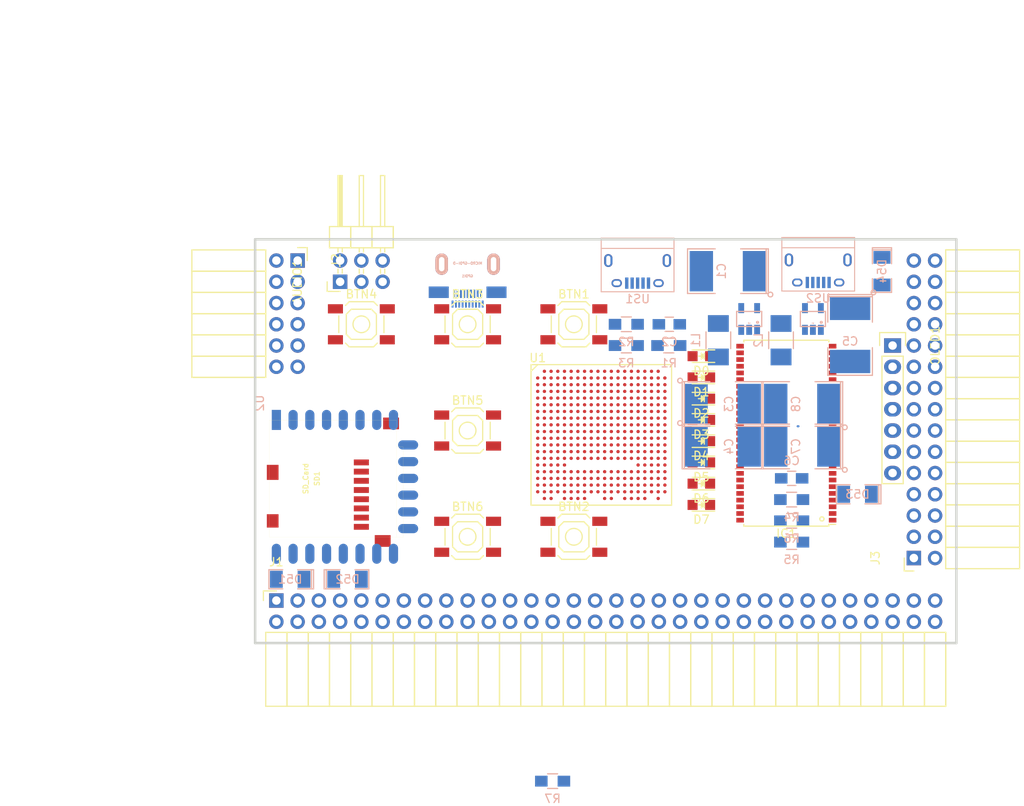
<source format=kicad_pcb>
(kicad_pcb (version 4) (host pcbnew 4.0.5+dfsg1-4)

  (general
    (links 313)
    (no_connects 296)
    (area 93.949999 61.269999 178.070001 109.830001)
    (thickness 1.6)
    (drawings 20)
    (tracks 1)
    (zones 0)
    (modules 49)
    (nets 89)
  )

  (page A4)
  (layers
    (0 F.Cu signal)
    (1 In1.Cu signal)
    (2 In2.Cu signal)
    (31 B.Cu signal)
    (32 B.Adhes user)
    (33 F.Adhes user)
    (34 B.Paste user)
    (35 F.Paste user)
    (36 B.SilkS user)
    (37 F.SilkS user)
    (38 B.Mask user)
    (39 F.Mask user)
    (40 Dwgs.User user)
    (41 Cmts.User user)
    (42 Eco1.User user)
    (43 Eco2.User user)
    (44 Edge.Cuts user)
    (45 Margin user)
    (46 B.CrtYd user)
    (47 F.CrtYd user)
    (48 B.Fab user)
    (49 F.Fab user)
  )

  (setup
    (last_trace_width 0.25)
    (trace_clearance 0.2)
    (zone_clearance 0.508)
    (zone_45_only no)
    (trace_min 0.2)
    (segment_width 0.2)
    (edge_width 0.2)
    (via_size 0.6)
    (via_drill 0.4)
    (via_min_size 0.4)
    (via_min_drill 0.3)
    (uvia_size 0.3)
    (uvia_drill 0.1)
    (uvias_allowed yes)
    (uvia_min_size 0.2)
    (uvia_min_drill 0.1)
    (pcb_text_width 0.3)
    (pcb_text_size 1.5 1.5)
    (mod_edge_width 0.15)
    (mod_text_size 1 1)
    (mod_text_width 0.15)
    (pad_size 1.524 1.524)
    (pad_drill 0.762)
    (pad_to_mask_clearance 0.2)
    (aux_axis_origin 82.67 62.69)
    (grid_origin 86.48 79.2)
    (visible_elements 7FFFFFFF)
    (pcbplotparams
      (layerselection 0x00030_80000001)
      (usegerberextensions false)
      (excludeedgelayer true)
      (linewidth 0.100000)
      (plotframeref false)
      (viasonmask false)
      (mode 1)
      (useauxorigin false)
      (hpglpennumber 1)
      (hpglpenspeed 20)
      (hpglpendiameter 15)
      (hpglpenoverlay 2)
      (psnegative false)
      (psa4output false)
      (plotreference true)
      (plotvalue true)
      (plotinvisibletext false)
      (padsonsilk false)
      (subtractmaskfromsilk false)
      (outputformat 1)
      (mirror false)
      (drillshape 1)
      (scaleselection 1)
      (outputdirectory ""))
  )

  (net 0 "")
  (net 1 GND)
  (net 2 /TDI)
  (net 3 /TCK)
  (net 4 /TMS)
  (net 5 /TDO)
  (net 6 +5V)
  (net 7 /USB5V)
  (net 8 /gpio/IN5V)
  (net 9 /gpio/OUT5V)
  (net 10 /gpio/P5)
  (net 11 /gpio/P6)
  (net 12 /gpio/P7)
  (net 13 /gpio/P8)
  (net 14 /gpio/P11)
  (net 15 /gpio/P12)
  (net 16 /gpio/P13)
  (net 17 /gpio/P14)
  (net 18 /gpio/P17)
  (net 19 /gpio/P18)
  (net 20 /gpio/P19)
  (net 21 /gpio/P20)
  (net 22 /gpio/P21)
  (net 23 /gpio/P22)
  (net 24 /gpio/P23)
  (net 25 /gpio/P24)
  (net 26 /gpio/P25)
  (net 27 /gpio/P26)
  (net 28 /gpio/P27)
  (net 29 /gpio/P28)
  (net 30 /gpio/P29)
  (net 31 /gpio/P30)
  (net 32 /SD_3)
  (net 33 /MTMS)
  (net 34 /MTCK)
  (net 35 /MTDO)
  (net 36 /MTDI)
  (net 37 /gpio/P9)
  (net 38 /gpio/P10)
  (net 39 "Net-(US1-Pad6)")
  (net 40 "Net-(US2-Pad6)")
  (net 41 /gpio/P15)
  (net 42 /gpio/P16)
  (net 43 /gpio/P31)
  (net 44 /gpio/P32)
  (net 45 /gpio/P33)
  (net 46 /gpio/P34)
  (net 47 /gpio/P35)
  (net 48 /gpio/P36)
  (net 49 /gpio/P37)
  (net 50 /gpio/P38)
  (net 51 /gpio/P39)
  (net 52 /gpio/P40)
  (net 53 /gpio/P41)
  (net 54 /gpio/P42)
  (net 55 /gpio/P43)
  (net 56 /gpio/P44)
  (net 57 /gpio/P45)
  (net 58 /gpio/P46)
  (net 59 /gpio/P47)
  (net 60 /gpio/P48)
  (net 61 /gpio/P49)
  (net 62 /gpio/P50)
  (net 63 /gpio/P51)
  (net 64 /gpio/P52)
  (net 65 /gpio/P53)
  (net 66 /gpio/P54)
  (net 67 /gpio/P55)
  (net 68 /gpio/P56)
  (net 69 /gpio/P57)
  (net 70 /gpio/P58)
  (net 71 /gpio/P59)
  (net 72 /gpio/P60)
  (net 73 +3V3)
  (net 74 "Net-(L1-Pad1)")
  (net 75 "Net-(R1-Pad2)")
  (net 76 "Net-(L2-Pad1)")
  (net 77 "Net-(R4-Pad2)")
  (net 78 +1V2)
  (net 79 "Net-(C2-Pad2)")
  (net 80 "Net-(C6-Pad2)")
  (net 81 BTN_D)
  (net 82 BTN_F1)
  (net 83 BTN_F2)
  (net 84 BTN_L)
  (net 85 BTN_R)
  (net 86 BTN_U)
  (net 87 "Net-(BTN1-Pad1)")
  (net 88 "Net-(D54-Pad1)")

  (net_class Default "This is the default net class."
    (clearance 0.2)
    (trace_width 0.25)
    (via_dia 0.6)
    (via_drill 0.4)
    (uvia_dia 0.3)
    (uvia_drill 0.1)
    (add_net +1V2)
    (add_net +3V3)
    (add_net +5V)
    (add_net /MTCK)
    (add_net /MTDI)
    (add_net /MTDO)
    (add_net /MTMS)
    (add_net /SD_3)
    (add_net /TCK)
    (add_net /TDI)
    (add_net /TDO)
    (add_net /TMS)
    (add_net /USB5V)
    (add_net /gpio/IN5V)
    (add_net /gpio/OUT5V)
    (add_net /gpio/P10)
    (add_net /gpio/P11)
    (add_net /gpio/P12)
    (add_net /gpio/P13)
    (add_net /gpio/P14)
    (add_net /gpio/P15)
    (add_net /gpio/P16)
    (add_net /gpio/P17)
    (add_net /gpio/P18)
    (add_net /gpio/P19)
    (add_net /gpio/P20)
    (add_net /gpio/P21)
    (add_net /gpio/P22)
    (add_net /gpio/P23)
    (add_net /gpio/P24)
    (add_net /gpio/P25)
    (add_net /gpio/P26)
    (add_net /gpio/P27)
    (add_net /gpio/P28)
    (add_net /gpio/P29)
    (add_net /gpio/P30)
    (add_net /gpio/P31)
    (add_net /gpio/P32)
    (add_net /gpio/P33)
    (add_net /gpio/P34)
    (add_net /gpio/P35)
    (add_net /gpio/P36)
    (add_net /gpio/P37)
    (add_net /gpio/P38)
    (add_net /gpio/P39)
    (add_net /gpio/P40)
    (add_net /gpio/P41)
    (add_net /gpio/P42)
    (add_net /gpio/P43)
    (add_net /gpio/P44)
    (add_net /gpio/P45)
    (add_net /gpio/P46)
    (add_net /gpio/P47)
    (add_net /gpio/P48)
    (add_net /gpio/P49)
    (add_net /gpio/P5)
    (add_net /gpio/P50)
    (add_net /gpio/P51)
    (add_net /gpio/P52)
    (add_net /gpio/P53)
    (add_net /gpio/P54)
    (add_net /gpio/P55)
    (add_net /gpio/P56)
    (add_net /gpio/P57)
    (add_net /gpio/P58)
    (add_net /gpio/P59)
    (add_net /gpio/P6)
    (add_net /gpio/P60)
    (add_net /gpio/P7)
    (add_net /gpio/P8)
    (add_net /gpio/P9)
    (add_net BTN_D)
    (add_net BTN_F1)
    (add_net BTN_F2)
    (add_net BTN_L)
    (add_net BTN_R)
    (add_net BTN_U)
    (add_net "Net-(BTN1-Pad1)")
    (add_net "Net-(C2-Pad2)")
    (add_net "Net-(C6-Pad2)")
    (add_net "Net-(D54-Pad1)")
    (add_net "Net-(L1-Pad1)")
    (add_net "Net-(L2-Pad1)")
    (add_net "Net-(R1-Pad2)")
    (add_net "Net-(R4-Pad2)")
    (add_net "Net-(US1-Pad6)")
    (add_net "Net-(US2-Pad6)")
  )

  (net_class BGA ""
    (clearance 0.1)
    (trace_width 0.2)
    (via_dia 0.6)
    (via_drill 0.4)
    (uvia_dia 0.3)
    (uvia_drill 0.1)
    (add_net GND)
  )

  (module SMD_Packages:SMD-1206_Pol (layer B.Cu) (tedit 0) (tstamp 56AA106E)
    (at 105.149 102.06)
    (path /56AC389C/56AC4846)
    (attr smd)
    (fp_text reference D52 (at 0 0) (layer B.SilkS)
      (effects (font (size 1 1) (thickness 0.15)) (justify mirror))
    )
    (fp_text value 2A (at 0 0) (layer B.Fab)
      (effects (font (size 1 1) (thickness 0.15)) (justify mirror))
    )
    (fp_line (start -2.54 1.143) (end -2.794 1.143) (layer B.SilkS) (width 0.15))
    (fp_line (start -2.794 1.143) (end -2.794 -1.143) (layer B.SilkS) (width 0.15))
    (fp_line (start -2.794 -1.143) (end -2.54 -1.143) (layer B.SilkS) (width 0.15))
    (fp_line (start -2.54 1.143) (end -2.54 -1.143) (layer B.SilkS) (width 0.15))
    (fp_line (start -2.54 -1.143) (end -0.889 -1.143) (layer B.SilkS) (width 0.15))
    (fp_line (start 0.889 1.143) (end 2.54 1.143) (layer B.SilkS) (width 0.15))
    (fp_line (start 2.54 1.143) (end 2.54 -1.143) (layer B.SilkS) (width 0.15))
    (fp_line (start 2.54 -1.143) (end 0.889 -1.143) (layer B.SilkS) (width 0.15))
    (fp_line (start -0.889 1.143) (end -2.54 1.143) (layer B.SilkS) (width 0.15))
    (pad 1 smd rect (at -1.651 0) (size 1.524 2.032) (layers B.Cu B.Paste B.Mask)
      (net 9 /gpio/OUT5V))
    (pad 2 smd rect (at 1.651 0) (size 1.524 2.032) (layers B.Cu B.Paste B.Mask))
    (model SMD_Packages.3dshapes/SMD-1206_Pol.wrl
      (at (xyz 0 0 0))
      (scale (xyz 0.17 0.16 0.16))
      (rotate (xyz 0 0 0))
    )
  )

  (module SMD_Packages:SMD-1206_Pol (layer B.Cu) (tedit 0) (tstamp 56AA1068)
    (at 98.291 102.06 180)
    (path /56AC389C/56AC483B)
    (attr smd)
    (fp_text reference D51 (at 0 0 180) (layer B.SilkS)
      (effects (font (size 1 1) (thickness 0.15)) (justify mirror))
    )
    (fp_text value 2A (at 0 0 180) (layer B.Fab)
      (effects (font (size 1 1) (thickness 0.15)) (justify mirror))
    )
    (fp_line (start -2.54 1.143) (end -2.794 1.143) (layer B.SilkS) (width 0.15))
    (fp_line (start -2.794 1.143) (end -2.794 -1.143) (layer B.SilkS) (width 0.15))
    (fp_line (start -2.794 -1.143) (end -2.54 -1.143) (layer B.SilkS) (width 0.15))
    (fp_line (start -2.54 1.143) (end -2.54 -1.143) (layer B.SilkS) (width 0.15))
    (fp_line (start -2.54 -1.143) (end -0.889 -1.143) (layer B.SilkS) (width 0.15))
    (fp_line (start 0.889 1.143) (end 2.54 1.143) (layer B.SilkS) (width 0.15))
    (fp_line (start 2.54 1.143) (end 2.54 -1.143) (layer B.SilkS) (width 0.15))
    (fp_line (start 2.54 -1.143) (end 0.889 -1.143) (layer B.SilkS) (width 0.15))
    (fp_line (start -0.889 1.143) (end -2.54 1.143) (layer B.SilkS) (width 0.15))
    (pad 1 smd rect (at -1.651 0 180) (size 1.524 2.032) (layers B.Cu B.Paste B.Mask)
      (net 6 +5V))
    (pad 2 smd rect (at 1.651 0 180) (size 1.524 2.032) (layers B.Cu B.Paste B.Mask)
      (net 8 /gpio/IN5V))
    (model SMD_Packages.3dshapes/SMD-1206_Pol.wrl
      (at (xyz 0 0 0))
      (scale (xyz 0.17 0.16 0.16))
      (rotate (xyz 0 0 0))
    )
  )

  (module SMD_Packages:SMD-1206_Pol (layer B.Cu) (tedit 0) (tstamp 56A9E514)
    (at 169.03 65.23 270)
    (path /56AA2821)
    (attr smd)
    (fp_text reference D54 (at 0 0 270) (layer B.SilkS)
      (effects (font (size 1 1) (thickness 0.15)) (justify mirror))
    )
    (fp_text value 2A (at 0 0 270) (layer B.Fab)
      (effects (font (size 1 1) (thickness 0.15)) (justify mirror))
    )
    (fp_line (start -2.54 1.143) (end -2.794 1.143) (layer B.SilkS) (width 0.15))
    (fp_line (start -2.794 1.143) (end -2.794 -1.143) (layer B.SilkS) (width 0.15))
    (fp_line (start -2.794 -1.143) (end -2.54 -1.143) (layer B.SilkS) (width 0.15))
    (fp_line (start -2.54 1.143) (end -2.54 -1.143) (layer B.SilkS) (width 0.15))
    (fp_line (start -2.54 -1.143) (end -0.889 -1.143) (layer B.SilkS) (width 0.15))
    (fp_line (start 0.889 1.143) (end 2.54 1.143) (layer B.SilkS) (width 0.15))
    (fp_line (start 2.54 1.143) (end 2.54 -1.143) (layer B.SilkS) (width 0.15))
    (fp_line (start 2.54 -1.143) (end 0.889 -1.143) (layer B.SilkS) (width 0.15))
    (fp_line (start -0.889 1.143) (end -2.54 1.143) (layer B.SilkS) (width 0.15))
    (pad 1 smd rect (at -1.651 0 270) (size 1.524 2.032) (layers B.Cu B.Paste B.Mask)
      (net 88 "Net-(D54-Pad1)"))
    (pad 2 smd rect (at 1.651 0 270) (size 1.524 2.032) (layers B.Cu B.Paste B.Mask)
      (net 6 +5V))
    (model SMD_Packages.3dshapes/SMD-1206_Pol.wrl
      (at (xyz 0 0 0))
      (scale (xyz 0.17 0.16 0.16))
      (rotate (xyz 0 0 0))
    )
  )

  (module SMD_Packages:SMD-1206_Pol (layer B.Cu) (tedit 0) (tstamp 56A9E50E)
    (at 166.109 91.9 180)
    (path /56AA1324)
    (attr smd)
    (fp_text reference D53 (at 0 0 180) (layer B.SilkS)
      (effects (font (size 1 1) (thickness 0.15)) (justify mirror))
    )
    (fp_text value 2A (at 0 0 180) (layer B.Fab)
      (effects (font (size 1 1) (thickness 0.15)) (justify mirror))
    )
    (fp_line (start -2.54 1.143) (end -2.794 1.143) (layer B.SilkS) (width 0.15))
    (fp_line (start -2.794 1.143) (end -2.794 -1.143) (layer B.SilkS) (width 0.15))
    (fp_line (start -2.794 -1.143) (end -2.54 -1.143) (layer B.SilkS) (width 0.15))
    (fp_line (start -2.54 1.143) (end -2.54 -1.143) (layer B.SilkS) (width 0.15))
    (fp_line (start -2.54 -1.143) (end -0.889 -1.143) (layer B.SilkS) (width 0.15))
    (fp_line (start 0.889 1.143) (end 2.54 1.143) (layer B.SilkS) (width 0.15))
    (fp_line (start 2.54 1.143) (end 2.54 -1.143) (layer B.SilkS) (width 0.15))
    (fp_line (start 2.54 -1.143) (end 0.889 -1.143) (layer B.SilkS) (width 0.15))
    (fp_line (start -0.889 1.143) (end -2.54 1.143) (layer B.SilkS) (width 0.15))
    (pad 1 smd rect (at -1.651 0 180) (size 1.524 2.032) (layers B.Cu B.Paste B.Mask)
      (net 6 +5V))
    (pad 2 smd rect (at 1.651 0 180) (size 1.524 2.032) (layers B.Cu B.Paste B.Mask)
      (net 7 /USB5V))
    (model SMD_Packages.3dshapes/SMD-1206_Pol.wrl
      (at (xyz 0 0 0))
      (scale (xyz 0.17 0.16 0.16))
      (rotate (xyz 0 0 0))
    )
  )

  (module micro-sd:MicroSD_TF02D (layer F.Cu) (tedit 52721666) (tstamp 56A966AB)
    (at 95.8 90.03 90)
    (path /56ACBF19)
    (fp_text reference SD1 (at 0 5.7 90) (layer F.SilkS)
      (effects (font (size 0.59944 0.59944) (thickness 0.12446)))
    )
    (fp_text value SD_Card (at 0 4.35 90) (layer F.SilkS)
      (effects (font (size 0.59944 0.59944) (thickness 0.12446)))
    )
    (fp_line (start 3.8 15.2) (end 3.8 16) (layer F.SilkS) (width 0.01016))
    (fp_line (start 3.8 16) (end -7 16) (layer F.SilkS) (width 0.01016))
    (fp_line (start -7 16) (end -7 15.2) (layer F.SilkS) (width 0.01016))
    (fp_line (start 7 0) (end 7 15.2) (layer F.SilkS) (width 0.01016))
    (fp_line (start 7 15.2) (end -7 15.2) (layer F.SilkS) (width 0.01016))
    (fp_line (start -7 15.2) (end -7 0) (layer F.SilkS) (width 0.01016))
    (fp_line (start -7 0) (end 7 0) (layer F.SilkS) (width 0.01016))
    (pad 1 smd rect (at 1.94 11 90) (size 0.7 1.8) (layers F.Cu F.Paste F.Mask)
      (net 32 /SD_3))
    (pad 2 smd rect (at 0.84 11 90) (size 0.7 1.8) (layers F.Cu F.Paste F.Mask)
      (net 33 /MTMS))
    (pad 3 smd rect (at -0.26 11 90) (size 0.7 1.8) (layers F.Cu F.Paste F.Mask)
      (net 1 GND))
    (pad 4 smd rect (at -1.36 11 90) (size 0.7 1.8) (layers F.Cu F.Paste F.Mask)
      (net 73 +3V3))
    (pad 5 smd rect (at -2.46 11 90) (size 0.7 1.8) (layers F.Cu F.Paste F.Mask)
      (net 34 /MTCK))
    (pad 6 smd rect (at -3.56 11 90) (size 0.7 1.8) (layers F.Cu F.Paste F.Mask)
      (net 1 GND))
    (pad 7 smd rect (at -4.66 11 90) (size 0.7 1.8) (layers F.Cu F.Paste F.Mask)
      (net 35 /MTDO))
    (pad 8 smd rect (at -5.76 11 90) (size 0.7 1.8) (layers F.Cu F.Paste F.Mask)
      (net 36 /MTDI))
    (pad S smd rect (at -5.05 0.4 90) (size 1.6 1.4) (layers F.Cu F.Paste F.Mask))
    (pad S smd rect (at 0.75 0.4 90) (size 1.8 1.4) (layers F.Cu F.Paste F.Mask))
    (pad G smd rect (at -7.45 13.55 90) (size 1.4 1.9) (layers F.Cu F.Paste F.Mask))
    (pad G smd rect (at 6.6 14.55 90) (size 1.4 1.9) (layers F.Cu F.Paste F.Mask))
  )

  (module micro-hdmi-d:MICRO-HDMI-D (layer B.Cu) (tedit 53F70906) (tstamp 56A965BA)
    (at 119.5 62.69)
    (path /56ACD5D4)
    (attr smd)
    (fp_text reference GPDI1 (at -0.025 3.125) (layer B.SilkS)
      (effects (font (size 0.3 0.3) (thickness 0.075)) (justify mirror))
    )
    (fp_text value MICRO-GPDI-D (at 0 1.6) (layer B.SilkS)
      (effects (font (size 0.3 0.3) (thickness 0.075)) (justify mirror))
    )
    (fp_line (start -3.3 0) (end -3.3 -0.7) (layer B.SilkS) (width 0.001))
    (fp_line (start -3.3 -0.7) (end 3.3 -0.7) (layer B.SilkS) (width 0.001))
    (fp_line (start 3.3 -0.7) (end 3.3 0) (layer B.SilkS) (width 0.001))
    (fp_line (start -3.3 0) (end -3.3 6.8) (layer B.SilkS) (width 0.001))
    (fp_line (start -3.3 6.8) (end 3.3 6.8) (layer B.SilkS) (width 0.001))
    (fp_line (start 3.3 6.8) (end 3.3 0) (layer B.SilkS) (width 0.001))
    (fp_line (start 3.3 0) (end -3.3 0) (layer B.SilkS) (width 0.001))
    (pad 1 smd rect (at 1.8 6.475) (size 0.23 0.85) (layers B.Cu B.Paste B.Mask))
    (pad 3 smd rect (at 1.4 6.475) (size 0.23 0.85) (layers B.Cu B.Paste B.Mask))
    (pad 5 smd rect (at 1 6.475) (size 0.23 0.85) (layers B.Cu B.Paste B.Mask))
    (pad 7 smd rect (at 0.6 6.475) (size 0.23 0.85) (layers B.Cu B.Paste B.Mask)
      (net 1 GND))
    (pad 9 smd rect (at 0.2 6.475) (size 0.23 0.85) (layers B.Cu B.Paste B.Mask))
    (pad 11 smd rect (at -0.2 6.475) (size 0.23 0.85) (layers B.Cu B.Paste B.Mask))
    (pad 13 smd rect (at -0.6 6.475) (size 0.23 0.85) (layers B.Cu B.Paste B.Mask)
      (net 1 GND))
    (pad 15 smd rect (at -1 6.475) (size 0.23 0.85) (layers B.Cu B.Paste B.Mask))
    (pad 17 smd rect (at -1.4 6.475) (size 0.23 0.85) (layers B.Cu B.Paste B.Mask))
    (pad 19 smd rect (at -1.8 6.475) (size 0.23 0.85) (layers B.Cu B.Paste B.Mask)
      (net 6 +5V))
    (pad 2 smd rect (at 1.6 5.25) (size 0.23 1) (layers B.Cu B.Paste B.Mask))
    (pad 4 smd rect (at 1.2 5.25) (size 0.23 1) (layers B.Cu B.Paste B.Mask)
      (net 1 GND))
    (pad 6 smd rect (at 0.8 5.25) (size 0.23 1) (layers B.Cu B.Paste B.Mask))
    (pad 8 smd rect (at 0.4 5.25) (size 0.23 1) (layers B.Cu B.Paste B.Mask))
    (pad 10 smd rect (at 0 5.25) (size 0.23 1) (layers B.Cu B.Paste B.Mask)
      (net 1 GND))
    (pad 12 smd rect (at -0.4 5.25) (size 0.23 1) (layers B.Cu B.Paste B.Mask))
    (pad 14 smd rect (at -0.8 5.25) (size 0.23 1) (layers B.Cu B.Paste B.Mask))
    (pad 16 smd rect (at -1.2 5.25) (size 0.23 1) (layers B.Cu B.Paste B.Mask)
      (net 1 GND))
    (pad 18 smd rect (at -1.6 5.25) (size 0.23 1) (layers B.Cu B.Paste B.Mask))
    (pad SHD smd rect (at 3.45 5.06) (size 2.4 1.38) (layers B.Cu B.Paste B.Mask)
      (net 1 GND))
    (pad SHD smd rect (at -3.45 5.06) (size 2.4 1.38) (layers B.Cu B.Paste B.Mask)
      (net 1 GND))
    (pad "" thru_hole oval (at -3.1 1.7) (size 1.5 2.55) (drill oval 0.65 1.7) (layers *.Cu *.Mask B.SilkS))
    (pad "" thru_hole oval (at 3.1 1.7) (size 1.5 2.55) (drill oval 0.65 1.7) (layers *.Cu *.Mask B.SilkS))
  )

  (module ESP8266:ESP-12E (layer B.Cu) (tedit 559F8D21) (tstamp 56A95491)
    (at 96.64 83.01 270)
    (descr "Module, ESP-8266, ESP-12, 16 pad, SMD")
    (tags "Module ESP-8266 ESP8266")
    (path /56AC980A)
    (fp_text reference U2 (at -2 2 270) (layer B.SilkS)
      (effects (font (size 1 1) (thickness 0.15)) (justify mirror))
    )
    (fp_text value ESP-12E (at 8 -1 270) (layer B.Fab)
      (effects (font (size 1 1) (thickness 0.15)) (justify mirror))
    )
    (fp_line (start 16 8.4) (end 0 2.6) (layer B.CrtYd) (width 0.1524))
    (fp_line (start 0 8.4) (end 16 2.6) (layer B.CrtYd) (width 0.1524))
    (fp_text user "No Copper" (at 7.9 5.4 270) (layer B.CrtYd)
      (effects (font (size 1 1) (thickness 0.15)) (justify mirror))
    )
    (fp_line (start 0 8.4) (end 0 2.6) (layer B.CrtYd) (width 0.1524))
    (fp_line (start 0 2.6) (end 16 2.6) (layer B.CrtYd) (width 0.1524))
    (fp_line (start 16 2.6) (end 16 8.4) (layer B.CrtYd) (width 0.1524))
    (fp_line (start 16 8.4) (end 0 8.4) (layer B.CrtYd) (width 0.1524))
    (fp_line (start 16 8.4) (end 16 -15.6) (layer B.Fab) (width 0.1524))
    (fp_line (start 16 -15.6) (end 0 -15.6) (layer B.Fab) (width 0.1524))
    (fp_line (start 0 -15.6) (end 0 8.4) (layer B.Fab) (width 0.1524))
    (fp_line (start 0 8.4) (end 16 8.4) (layer B.Fab) (width 0.1524))
    (pad 9 smd oval (at 2.99 -15.75 180) (size 2.4 1.1) (layers B.Cu B.Paste B.Mask)
      (net 35 /MTDO))
    (pad 10 smd oval (at 4.99 -15.75 180) (size 2.4 1.1) (layers B.Cu B.Paste B.Mask)
      (net 36 /MTDI))
    (pad 11 smd oval (at 6.99 -15.75 180) (size 2.4 1.1) (layers B.Cu B.Paste B.Mask)
      (net 32 /SD_3))
    (pad 12 smd oval (at 8.99 -15.75 180) (size 2.4 1.1) (layers B.Cu B.Paste B.Mask)
      (net 33 /MTMS))
    (pad 13 smd oval (at 10.99 -15.75 180) (size 2.4 1.1) (layers B.Cu B.Paste B.Mask)
      (net 34 /MTCK))
    (pad 14 smd oval (at 12.99 -15.75 180) (size 2.4 1.1) (layers B.Cu B.Paste B.Mask))
    (pad 1 smd rect (at 0 0 270) (size 2.4 1.1) (layers B.Cu B.Paste B.Mask))
    (pad 2 smd oval (at 0 -2 270) (size 2.4 1.1) (layers B.Cu B.Paste B.Mask))
    (pad 3 smd oval (at 0 -4 270) (size 2.4 1.1) (layers B.Cu B.Paste B.Mask))
    (pad 4 smd oval (at 0 -6 270) (size 2.4 1.1) (layers B.Cu B.Paste B.Mask)
      (net 2 /TDI))
    (pad 5 smd oval (at 0 -8 270) (size 2.4 1.1) (layers B.Cu B.Paste B.Mask)
      (net 5 /TDO))
    (pad 6 smd oval (at 0 -10 270) (size 2.4 1.1) (layers B.Cu B.Paste B.Mask)
      (net 3 /TCK))
    (pad 7 smd oval (at 0 -12 270) (size 2.4 1.1) (layers B.Cu B.Paste B.Mask)
      (net 4 /TMS))
    (pad 8 smd oval (at 0 -14 270) (size 2.4 1.1) (layers B.Cu B.Paste B.Mask)
      (net 73 +3V3))
    (pad 15 smd oval (at 16 -14 270) (size 2.4 1.1) (layers B.Cu B.Paste B.Mask)
      (net 1 GND))
    (pad 16 smd oval (at 16 -12 270) (size 2.4 1.1) (layers B.Cu B.Paste B.Mask))
    (pad 17 smd oval (at 16 -10 270) (size 2.4 1.1) (layers B.Cu B.Paste B.Mask))
    (pad 18 smd oval (at 16 -8 270) (size 2.4 1.1) (layers B.Cu B.Paste B.Mask))
    (pad 19 smd oval (at 16 -6 270) (size 2.4 1.1) (layers B.Cu B.Paste B.Mask))
    (pad 20 smd oval (at 16 -4 270) (size 2.4 1.1) (layers B.Cu B.Paste B.Mask))
    (pad 21 smd oval (at 16 -2 270) (size 2.4 1.1) (layers B.Cu B.Paste B.Mask))
    (pad 22 smd oval (at 16 0 270) (size 2.4 1.1) (layers B.Cu B.Paste B.Mask))
    (model ${ESPLIB}/ESP8266.3dshapes/ESP-12.wrl
      (at (xyz 0.04 0 0))
      (scale (xyz 0.3937 0.3937 0.3937))
      (rotate (xyz 0 0 0))
    )
  )

  (module usb_otg:USB_Micro-B (layer B.Cu) (tedit 5543E447) (tstamp 58D43115)
    (at 139.82 65.31)
    (descr "Micro USB Type B Receptacle")
    (tags "USB USB_B USB_micro USB_OTG")
    (path /58D432CE)
    (attr smd)
    (fp_text reference US1 (at 0 3.24) (layer B.SilkS)
      (effects (font (size 1 1) (thickness 0.15)) (justify mirror))
    )
    (fp_text value USB_FTDI (at 0 -5.01) (layer B.Fab)
      (effects (font (size 1 1) (thickness 0.15)) (justify mirror))
    )
    (fp_line (start -4.6 2.59) (end 4.6 2.59) (layer B.CrtYd) (width 0.05))
    (fp_line (start 4.6 2.59) (end 4.6 -4.26) (layer B.CrtYd) (width 0.05))
    (fp_line (start 4.6 -4.26) (end -4.6 -4.26) (layer B.CrtYd) (width 0.05))
    (fp_line (start -4.6 -4.26) (end -4.6 2.59) (layer B.CrtYd) (width 0.05))
    (fp_line (start -4.35 -4.03) (end 4.35 -4.03) (layer B.SilkS) (width 0.12))
    (fp_line (start -4.35 2.38) (end 4.35 2.38) (layer B.SilkS) (width 0.12))
    (fp_line (start 4.35 2.38) (end 4.35 -4.03) (layer B.SilkS) (width 0.12))
    (fp_line (start 4.35 -2.8) (end -4.35 -2.8) (layer B.SilkS) (width 0.12))
    (fp_line (start -4.35 -4.03) (end -4.35 2.38) (layer B.SilkS) (width 0.12))
    (pad 1 smd rect (at -1.3 1.35 270) (size 1.35 0.4) (layers B.Cu B.Paste B.Mask)
      (net 7 /USB5V))
    (pad 2 smd rect (at -0.65 1.35 270) (size 1.35 0.4) (layers B.Cu B.Paste B.Mask))
    (pad 3 smd rect (at 0 1.35 270) (size 1.35 0.4) (layers B.Cu B.Paste B.Mask))
    (pad 4 smd rect (at 0.65 1.35 270) (size 1.35 0.4) (layers B.Cu B.Paste B.Mask))
    (pad 5 smd rect (at 1.3 1.35 270) (size 1.35 0.4) (layers B.Cu B.Paste B.Mask)
      (net 1 GND))
    (pad 6 thru_hole oval (at -2.5 1.35 270) (size 0.95 1.25) (drill oval 0.55 0.85) (layers *.Cu *.Mask)
      (net 39 "Net-(US1-Pad6)"))
    (pad 6 thru_hole oval (at 2.5 1.35 270) (size 0.95 1.25) (drill oval 0.55 0.85) (layers *.Cu *.Mask)
      (net 39 "Net-(US1-Pad6)"))
    (pad 6 thru_hole oval (at -3.5 -1.35 270) (size 1.55 1) (drill oval 1.15 0.5) (layers *.Cu *.Mask)
      (net 39 "Net-(US1-Pad6)"))
    (pad 6 thru_hole oval (at 3.5 -1.35 270) (size 1.55 1) (drill oval 1.15 0.5) (layers *.Cu *.Mask)
      (net 39 "Net-(US1-Pad6)"))
  )

  (module usb_otg:USB_Micro-B (layer B.Cu) (tedit 5543E447) (tstamp 58D43122)
    (at 161.41 65.23)
    (descr "Micro USB Type B Receptacle")
    (tags "USB USB_B USB_micro USB_OTG")
    (path /58D4378B)
    (attr smd)
    (fp_text reference US2 (at 0 3.24) (layer B.SilkS)
      (effects (font (size 1 1) (thickness 0.15)) (justify mirror))
    )
    (fp_text value USB_FPGA (at 0 -5.01) (layer B.Fab)
      (effects (font (size 1 1) (thickness 0.15)) (justify mirror))
    )
    (fp_line (start -4.6 2.59) (end 4.6 2.59) (layer B.CrtYd) (width 0.05))
    (fp_line (start 4.6 2.59) (end 4.6 -4.26) (layer B.CrtYd) (width 0.05))
    (fp_line (start 4.6 -4.26) (end -4.6 -4.26) (layer B.CrtYd) (width 0.05))
    (fp_line (start -4.6 -4.26) (end -4.6 2.59) (layer B.CrtYd) (width 0.05))
    (fp_line (start -4.35 -4.03) (end 4.35 -4.03) (layer B.SilkS) (width 0.12))
    (fp_line (start -4.35 2.38) (end 4.35 2.38) (layer B.SilkS) (width 0.12))
    (fp_line (start 4.35 2.38) (end 4.35 -4.03) (layer B.SilkS) (width 0.12))
    (fp_line (start 4.35 -2.8) (end -4.35 -2.8) (layer B.SilkS) (width 0.12))
    (fp_line (start -4.35 -4.03) (end -4.35 2.38) (layer B.SilkS) (width 0.12))
    (pad 1 smd rect (at -1.3 1.35 270) (size 1.35 0.4) (layers B.Cu B.Paste B.Mask)
      (net 88 "Net-(D54-Pad1)"))
    (pad 2 smd rect (at -0.65 1.35 270) (size 1.35 0.4) (layers B.Cu B.Paste B.Mask))
    (pad 3 smd rect (at 0 1.35 270) (size 1.35 0.4) (layers B.Cu B.Paste B.Mask))
    (pad 4 smd rect (at 0.65 1.35 270) (size 1.35 0.4) (layers B.Cu B.Paste B.Mask))
    (pad 5 smd rect (at 1.3 1.35 270) (size 1.35 0.4) (layers B.Cu B.Paste B.Mask)
      (net 1 GND))
    (pad 6 thru_hole oval (at -2.5 1.35 270) (size 0.95 1.25) (drill oval 0.55 0.85) (layers *.Cu *.Mask)
      (net 40 "Net-(US2-Pad6)"))
    (pad 6 thru_hole oval (at 2.5 1.35 270) (size 0.95 1.25) (drill oval 0.55 0.85) (layers *.Cu *.Mask)
      (net 40 "Net-(US2-Pad6)"))
    (pad 6 thru_hole oval (at -3.5 -1.35 270) (size 1.55 1) (drill oval 1.15 0.5) (layers *.Cu *.Mask)
      (net 40 "Net-(US2-Pad6)"))
    (pad 6 thru_hole oval (at 3.5 -1.35 270) (size 1.55 1) (drill oval 1.15 0.5) (layers *.Cu *.Mask)
      (net 40 "Net-(US2-Pad6)"))
  )

  (module Socket_Strips:Socket_Strip_Angled_2x32 (layer F.Cu) (tedit 0) (tstamp 58D4E99D)
    (at 96.64 104.6)
    (descr "Through hole socket strip")
    (tags "socket strip")
    (path /56AC389C/58D39D36)
    (fp_text reference J1 (at 0 -4.6) (layer F.SilkS)
      (effects (font (size 1 1) (thickness 0.15)))
    )
    (fp_text value CONN_02X32 (at 0 -2.6) (layer F.Fab)
      (effects (font (size 1 1) (thickness 0.15)))
    )
    (fp_line (start -1.75 -1.35) (end -1.75 13.15) (layer F.CrtYd) (width 0.05))
    (fp_line (start 80.5 -1.35) (end 80.5 13.15) (layer F.CrtYd) (width 0.05))
    (fp_line (start -1.75 -1.35) (end 80.5 -1.35) (layer F.CrtYd) (width 0.05))
    (fp_line (start -1.75 13.15) (end 80.5 13.15) (layer F.CrtYd) (width 0.05))
    (fp_line (start 80.01 3.81) (end 80.01 12.64) (layer F.SilkS) (width 0.15))
    (fp_line (start 77.47 3.81) (end 80.01 3.81) (layer F.SilkS) (width 0.15))
    (fp_line (start 77.47 12.64) (end 80.01 12.64) (layer F.SilkS) (width 0.15))
    (fp_line (start 80.01 12.64) (end 80.01 3.81) (layer F.SilkS) (width 0.15))
    (fp_line (start 77.47 12.64) (end 77.47 3.81) (layer F.SilkS) (width 0.15))
    (fp_line (start 74.93 12.64) (end 77.47 12.64) (layer F.SilkS) (width 0.15))
    (fp_line (start 74.93 3.81) (end 77.47 3.81) (layer F.SilkS) (width 0.15))
    (fp_line (start 77.47 3.81) (end 77.47 12.64) (layer F.SilkS) (width 0.15))
    (fp_line (start 54.61 12.64) (end 54.61 3.81) (layer F.SilkS) (width 0.15))
    (fp_line (start 52.07 12.64) (end 54.61 12.64) (layer F.SilkS) (width 0.15))
    (fp_line (start 52.07 3.81) (end 54.61 3.81) (layer F.SilkS) (width 0.15))
    (fp_line (start 54.61 3.81) (end 54.61 12.64) (layer F.SilkS) (width 0.15))
    (fp_line (start 52.07 3.81) (end 52.07 12.64) (layer F.SilkS) (width 0.15))
    (fp_line (start 49.53 3.81) (end 52.07 3.81) (layer F.SilkS) (width 0.15))
    (fp_line (start 49.53 12.64) (end 52.07 12.64) (layer F.SilkS) (width 0.15))
    (fp_line (start 52.07 12.64) (end 52.07 3.81) (layer F.SilkS) (width 0.15))
    (fp_line (start 49.53 12.64) (end 49.53 3.81) (layer F.SilkS) (width 0.15))
    (fp_line (start 46.99 12.64) (end 49.53 12.64) (layer F.SilkS) (width 0.15))
    (fp_line (start 46.99 3.81) (end 49.53 3.81) (layer F.SilkS) (width 0.15))
    (fp_line (start 49.53 3.81) (end 49.53 12.64) (layer F.SilkS) (width 0.15))
    (fp_line (start 62.23 3.81) (end 62.23 12.64) (layer F.SilkS) (width 0.15))
    (fp_line (start 59.69 3.81) (end 62.23 3.81) (layer F.SilkS) (width 0.15))
    (fp_line (start 59.69 12.64) (end 62.23 12.64) (layer F.SilkS) (width 0.15))
    (fp_line (start 62.23 12.64) (end 62.23 3.81) (layer F.SilkS) (width 0.15))
    (fp_line (start 64.77 12.64) (end 64.77 3.81) (layer F.SilkS) (width 0.15))
    (fp_line (start 62.23 12.64) (end 64.77 12.64) (layer F.SilkS) (width 0.15))
    (fp_line (start 62.23 3.81) (end 64.77 3.81) (layer F.SilkS) (width 0.15))
    (fp_line (start 64.77 3.81) (end 64.77 12.64) (layer F.SilkS) (width 0.15))
    (fp_line (start 67.31 3.81) (end 67.31 12.64) (layer F.SilkS) (width 0.15))
    (fp_line (start 64.77 3.81) (end 67.31 3.81) (layer F.SilkS) (width 0.15))
    (fp_line (start 64.77 12.64) (end 67.31 12.64) (layer F.SilkS) (width 0.15))
    (fp_line (start 67.31 12.64) (end 67.31 3.81) (layer F.SilkS) (width 0.15))
    (fp_line (start 69.85 12.64) (end 69.85 3.81) (layer F.SilkS) (width 0.15))
    (fp_line (start 67.31 12.64) (end 69.85 12.64) (layer F.SilkS) (width 0.15))
    (fp_line (start 67.31 3.81) (end 69.85 3.81) (layer F.SilkS) (width 0.15))
    (fp_line (start 69.85 3.81) (end 69.85 12.64) (layer F.SilkS) (width 0.15))
    (fp_line (start 72.39 3.81) (end 72.39 12.64) (layer F.SilkS) (width 0.15))
    (fp_line (start 69.85 3.81) (end 72.39 3.81) (layer F.SilkS) (width 0.15))
    (fp_line (start 69.85 12.64) (end 72.39 12.64) (layer F.SilkS) (width 0.15))
    (fp_line (start 72.39 12.64) (end 72.39 3.81) (layer F.SilkS) (width 0.15))
    (fp_line (start 59.69 12.64) (end 59.69 3.81) (layer F.SilkS) (width 0.15))
    (fp_line (start 57.15 12.64) (end 59.69 12.64) (layer F.SilkS) (width 0.15))
    (fp_line (start 57.15 3.81) (end 59.69 3.81) (layer F.SilkS) (width 0.15))
    (fp_line (start 59.69 3.81) (end 59.69 12.64) (layer F.SilkS) (width 0.15))
    (fp_line (start 57.15 3.81) (end 57.15 12.64) (layer F.SilkS) (width 0.15))
    (fp_line (start 54.61 3.81) (end 57.15 3.81) (layer F.SilkS) (width 0.15))
    (fp_line (start 54.61 12.64) (end 57.15 12.64) (layer F.SilkS) (width 0.15))
    (fp_line (start 57.15 12.64) (end 57.15 3.81) (layer F.SilkS) (width 0.15))
    (fp_line (start 74.93 12.64) (end 74.93 3.81) (layer F.SilkS) (width 0.15))
    (fp_line (start 72.39 12.64) (end 74.93 12.64) (layer F.SilkS) (width 0.15))
    (fp_line (start 72.39 3.81) (end 74.93 3.81) (layer F.SilkS) (width 0.15))
    (fp_line (start 74.93 3.81) (end 74.93 12.64) (layer F.SilkS) (width 0.15))
    (fp_line (start 46.99 3.81) (end 46.99 12.64) (layer F.SilkS) (width 0.15))
    (fp_line (start 44.45 3.81) (end 46.99 3.81) (layer F.SilkS) (width 0.15))
    (fp_line (start 44.45 12.64) (end 46.99 12.64) (layer F.SilkS) (width 0.15))
    (fp_line (start 46.99 12.64) (end 46.99 3.81) (layer F.SilkS) (width 0.15))
    (fp_line (start 29.21 12.64) (end 29.21 3.81) (layer F.SilkS) (width 0.15))
    (fp_line (start 26.67 12.64) (end 29.21 12.64) (layer F.SilkS) (width 0.15))
    (fp_line (start 26.67 3.81) (end 29.21 3.81) (layer F.SilkS) (width 0.15))
    (fp_line (start 29.21 3.81) (end 29.21 12.64) (layer F.SilkS) (width 0.15))
    (fp_line (start 31.75 3.81) (end 31.75 12.64) (layer F.SilkS) (width 0.15))
    (fp_line (start 29.21 3.81) (end 31.75 3.81) (layer F.SilkS) (width 0.15))
    (fp_line (start 29.21 12.64) (end 31.75 12.64) (layer F.SilkS) (width 0.15))
    (fp_line (start 31.75 12.64) (end 31.75 3.81) (layer F.SilkS) (width 0.15))
    (fp_line (start 44.45 12.64) (end 44.45 3.81) (layer F.SilkS) (width 0.15))
    (fp_line (start 41.91 12.64) (end 44.45 12.64) (layer F.SilkS) (width 0.15))
    (fp_line (start 41.91 3.81) (end 44.45 3.81) (layer F.SilkS) (width 0.15))
    (fp_line (start 44.45 3.81) (end 44.45 12.64) (layer F.SilkS) (width 0.15))
    (fp_line (start 41.91 3.81) (end 41.91 12.64) (layer F.SilkS) (width 0.15))
    (fp_line (start 39.37 3.81) (end 41.91 3.81) (layer F.SilkS) (width 0.15))
    (fp_line (start 39.37 12.64) (end 41.91 12.64) (layer F.SilkS) (width 0.15))
    (fp_line (start 41.91 12.64) (end 41.91 3.81) (layer F.SilkS) (width 0.15))
    (fp_line (start 39.37 12.64) (end 39.37 3.81) (layer F.SilkS) (width 0.15))
    (fp_line (start 36.83 12.64) (end 39.37 12.64) (layer F.SilkS) (width 0.15))
    (fp_line (start 36.83 3.81) (end 39.37 3.81) (layer F.SilkS) (width 0.15))
    (fp_line (start 39.37 3.81) (end 39.37 12.64) (layer F.SilkS) (width 0.15))
    (fp_line (start 36.83 3.81) (end 36.83 12.64) (layer F.SilkS) (width 0.15))
    (fp_line (start 34.29 3.81) (end 36.83 3.81) (layer F.SilkS) (width 0.15))
    (fp_line (start 34.29 12.64) (end 36.83 12.64) (layer F.SilkS) (width 0.15))
    (fp_line (start 36.83 12.64) (end 36.83 3.81) (layer F.SilkS) (width 0.15))
    (fp_line (start 34.29 12.64) (end 34.29 3.81) (layer F.SilkS) (width 0.15))
    (fp_line (start 31.75 12.64) (end 34.29 12.64) (layer F.SilkS) (width 0.15))
    (fp_line (start 31.75 3.81) (end 34.29 3.81) (layer F.SilkS) (width 0.15))
    (fp_line (start 34.29 3.81) (end 34.29 12.64) (layer F.SilkS) (width 0.15))
    (fp_line (start 16.51 3.81) (end 16.51 12.64) (layer F.SilkS) (width 0.15))
    (fp_line (start 13.97 3.81) (end 16.51 3.81) (layer F.SilkS) (width 0.15))
    (fp_line (start 13.97 12.64) (end 16.51 12.64) (layer F.SilkS) (width 0.15))
    (fp_line (start 16.51 12.64) (end 16.51 3.81) (layer F.SilkS) (width 0.15))
    (fp_line (start 19.05 12.64) (end 19.05 3.81) (layer F.SilkS) (width 0.15))
    (fp_line (start 16.51 12.64) (end 19.05 12.64) (layer F.SilkS) (width 0.15))
    (fp_line (start 16.51 3.81) (end 19.05 3.81) (layer F.SilkS) (width 0.15))
    (fp_line (start 19.05 3.81) (end 19.05 12.64) (layer F.SilkS) (width 0.15))
    (fp_line (start 21.59 3.81) (end 21.59 12.64) (layer F.SilkS) (width 0.15))
    (fp_line (start 19.05 3.81) (end 21.59 3.81) (layer F.SilkS) (width 0.15))
    (fp_line (start 19.05 12.64) (end 21.59 12.64) (layer F.SilkS) (width 0.15))
    (fp_line (start 21.59 12.64) (end 21.59 3.81) (layer F.SilkS) (width 0.15))
    (fp_line (start 24.13 12.64) (end 24.13 3.81) (layer F.SilkS) (width 0.15))
    (fp_line (start 21.59 12.64) (end 24.13 12.64) (layer F.SilkS) (width 0.15))
    (fp_line (start 21.59 3.81) (end 24.13 3.81) (layer F.SilkS) (width 0.15))
    (fp_line (start 24.13 3.81) (end 24.13 12.64) (layer F.SilkS) (width 0.15))
    (fp_line (start 26.67 3.81) (end 26.67 12.64) (layer F.SilkS) (width 0.15))
    (fp_line (start 24.13 3.81) (end 26.67 3.81) (layer F.SilkS) (width 0.15))
    (fp_line (start 24.13 12.64) (end 26.67 12.64) (layer F.SilkS) (width 0.15))
    (fp_line (start 26.67 12.64) (end 26.67 3.81) (layer F.SilkS) (width 0.15))
    (fp_line (start 13.97 12.64) (end 13.97 3.81) (layer F.SilkS) (width 0.15))
    (fp_line (start 11.43 12.64) (end 13.97 12.64) (layer F.SilkS) (width 0.15))
    (fp_line (start 11.43 3.81) (end 13.97 3.81) (layer F.SilkS) (width 0.15))
    (fp_line (start 13.97 3.81) (end 13.97 12.64) (layer F.SilkS) (width 0.15))
    (fp_line (start 11.43 3.81) (end 11.43 12.64) (layer F.SilkS) (width 0.15))
    (fp_line (start 8.89 3.81) (end 11.43 3.81) (layer F.SilkS) (width 0.15))
    (fp_line (start 8.89 12.64) (end 11.43 12.64) (layer F.SilkS) (width 0.15))
    (fp_line (start 11.43 12.64) (end 11.43 3.81) (layer F.SilkS) (width 0.15))
    (fp_line (start 8.89 12.64) (end 8.89 3.81) (layer F.SilkS) (width 0.15))
    (fp_line (start 6.35 12.64) (end 8.89 12.64) (layer F.SilkS) (width 0.15))
    (fp_line (start 6.35 3.81) (end 8.89 3.81) (layer F.SilkS) (width 0.15))
    (fp_line (start 8.89 3.81) (end 8.89 12.64) (layer F.SilkS) (width 0.15))
    (fp_line (start 6.35 3.81) (end 6.35 12.64) (layer F.SilkS) (width 0.15))
    (fp_line (start 3.81 3.81) (end 6.35 3.81) (layer F.SilkS) (width 0.15))
    (fp_line (start 3.81 12.64) (end 6.35 12.64) (layer F.SilkS) (width 0.15))
    (fp_line (start 6.35 12.64) (end 6.35 3.81) (layer F.SilkS) (width 0.15))
    (fp_line (start 3.81 12.64) (end 3.81 3.81) (layer F.SilkS) (width 0.15))
    (fp_line (start 1.27 12.64) (end 3.81 12.64) (layer F.SilkS) (width 0.15))
    (fp_line (start 1.27 3.81) (end 3.81 3.81) (layer F.SilkS) (width 0.15))
    (fp_line (start 3.81 3.81) (end 3.81 12.64) (layer F.SilkS) (width 0.15))
    (fp_line (start 1.27 3.81) (end 1.27 12.64) (layer F.SilkS) (width 0.15))
    (fp_line (start -1.27 3.81) (end 1.27 3.81) (layer F.SilkS) (width 0.15))
    (fp_line (start 0 -1.15) (end -1.55 -1.15) (layer F.SilkS) (width 0.15))
    (fp_line (start -1.55 -1.15) (end -1.55 0) (layer F.SilkS) (width 0.15))
    (fp_line (start -1.27 3.81) (end -1.27 12.64) (layer F.SilkS) (width 0.15))
    (fp_line (start -1.27 12.64) (end 1.27 12.64) (layer F.SilkS) (width 0.15))
    (fp_line (start 1.27 12.64) (end 1.27 3.81) (layer F.SilkS) (width 0.15))
    (pad 1 thru_hole rect (at 0 0) (size 1.7272 1.7272) (drill 1.016) (layers *.Cu *.Mask)
      (net 8 /gpio/IN5V))
    (pad 2 thru_hole oval (at 0 2.54) (size 1.7272 1.7272) (drill 1.016) (layers *.Cu *.Mask)
      (net 9 /gpio/OUT5V))
    (pad 3 thru_hole oval (at 2.54 0) (size 1.7272 1.7272) (drill 1.016) (layers *.Cu *.Mask)
      (net 1 GND))
    (pad 4 thru_hole oval (at 2.54 2.54) (size 1.7272 1.7272) (drill 1.016) (layers *.Cu *.Mask)
      (net 1 GND))
    (pad 5 thru_hole oval (at 5.08 0) (size 1.7272 1.7272) (drill 1.016) (layers *.Cu *.Mask)
      (net 10 /gpio/P5))
    (pad 6 thru_hole oval (at 5.08 2.54) (size 1.7272 1.7272) (drill 1.016) (layers *.Cu *.Mask)
      (net 11 /gpio/P6))
    (pad 7 thru_hole oval (at 7.62 0) (size 1.7272 1.7272) (drill 1.016) (layers *.Cu *.Mask)
      (net 12 /gpio/P7))
    (pad 8 thru_hole oval (at 7.62 2.54) (size 1.7272 1.7272) (drill 1.016) (layers *.Cu *.Mask)
      (net 13 /gpio/P8))
    (pad 9 thru_hole oval (at 10.16 0) (size 1.7272 1.7272) (drill 1.016) (layers *.Cu *.Mask)
      (net 37 /gpio/P9))
    (pad 10 thru_hole oval (at 10.16 2.54) (size 1.7272 1.7272) (drill 1.016) (layers *.Cu *.Mask)
      (net 38 /gpio/P10))
    (pad 11 thru_hole oval (at 12.7 0) (size 1.7272 1.7272) (drill 1.016) (layers *.Cu *.Mask)
      (net 14 /gpio/P11))
    (pad 12 thru_hole oval (at 12.7 2.54) (size 1.7272 1.7272) (drill 1.016) (layers *.Cu *.Mask)
      (net 15 /gpio/P12))
    (pad 13 thru_hole oval (at 15.24 0) (size 1.7272 1.7272) (drill 1.016) (layers *.Cu *.Mask)
      (net 16 /gpio/P13))
    (pad 14 thru_hole oval (at 15.24 2.54) (size 1.7272 1.7272) (drill 1.016) (layers *.Cu *.Mask)
      (net 17 /gpio/P14))
    (pad 15 thru_hole oval (at 17.78 0) (size 1.7272 1.7272) (drill 1.016) (layers *.Cu *.Mask)
      (net 41 /gpio/P15))
    (pad 16 thru_hole oval (at 17.78 2.54) (size 1.7272 1.7272) (drill 1.016) (layers *.Cu *.Mask)
      (net 42 /gpio/P16))
    (pad 17 thru_hole oval (at 20.32 0) (size 1.7272 1.7272) (drill 1.016) (layers *.Cu *.Mask)
      (net 18 /gpio/P17))
    (pad 18 thru_hole oval (at 20.32 2.54) (size 1.7272 1.7272) (drill 1.016) (layers *.Cu *.Mask)
      (net 19 /gpio/P18))
    (pad 19 thru_hole oval (at 22.86 0) (size 1.7272 1.7272) (drill 1.016) (layers *.Cu *.Mask)
      (net 20 /gpio/P19))
    (pad 20 thru_hole oval (at 22.86 2.54) (size 1.7272 1.7272) (drill 1.016) (layers *.Cu *.Mask)
      (net 21 /gpio/P20))
    (pad 21 thru_hole oval (at 25.4 0) (size 1.7272 1.7272) (drill 1.016) (layers *.Cu *.Mask)
      (net 22 /gpio/P21))
    (pad 22 thru_hole oval (at 25.4 2.54) (size 1.7272 1.7272) (drill 1.016) (layers *.Cu *.Mask)
      (net 23 /gpio/P22))
    (pad 23 thru_hole oval (at 27.94 0) (size 1.7272 1.7272) (drill 1.016) (layers *.Cu *.Mask)
      (net 24 /gpio/P23))
    (pad 24 thru_hole oval (at 27.94 2.54) (size 1.7272 1.7272) (drill 1.016) (layers *.Cu *.Mask)
      (net 25 /gpio/P24))
    (pad 25 thru_hole oval (at 30.48 0) (size 1.7272 1.7272) (drill 1.016) (layers *.Cu *.Mask)
      (net 26 /gpio/P25))
    (pad 26 thru_hole oval (at 30.48 2.54) (size 1.7272 1.7272) (drill 1.016) (layers *.Cu *.Mask)
      (net 27 /gpio/P26))
    (pad 27 thru_hole oval (at 33.02 0) (size 1.7272 1.7272) (drill 1.016) (layers *.Cu *.Mask)
      (net 28 /gpio/P27))
    (pad 28 thru_hole oval (at 33.02 2.54) (size 1.7272 1.7272) (drill 1.016) (layers *.Cu *.Mask)
      (net 29 /gpio/P28))
    (pad 29 thru_hole oval (at 35.56 0) (size 1.7272 1.7272) (drill 1.016) (layers *.Cu *.Mask)
      (net 30 /gpio/P29))
    (pad 30 thru_hole oval (at 35.56 2.54) (size 1.7272 1.7272) (drill 1.016) (layers *.Cu *.Mask)
      (net 31 /gpio/P30))
    (pad 31 thru_hole oval (at 38.1 0) (size 1.7272 1.7272) (drill 1.016) (layers *.Cu *.Mask)
      (net 43 /gpio/P31))
    (pad 32 thru_hole oval (at 38.1 2.54) (size 1.7272 1.7272) (drill 1.016) (layers *.Cu *.Mask)
      (net 44 /gpio/P32))
    (pad 33 thru_hole oval (at 40.64 0) (size 1.7272 1.7272) (drill 1.016) (layers *.Cu *.Mask)
      (net 45 /gpio/P33))
    (pad 34 thru_hole oval (at 40.64 2.54) (size 1.7272 1.7272) (drill 1.016) (layers *.Cu *.Mask)
      (net 46 /gpio/P34))
    (pad 35 thru_hole oval (at 43.18 0) (size 1.7272 1.7272) (drill 1.016) (layers *.Cu *.Mask)
      (net 47 /gpio/P35))
    (pad 36 thru_hole oval (at 43.18 2.54) (size 1.7272 1.7272) (drill 1.016) (layers *.Cu *.Mask)
      (net 48 /gpio/P36))
    (pad 37 thru_hole oval (at 45.72 0) (size 1.7272 1.7272) (drill 1.016) (layers *.Cu *.Mask)
      (net 49 /gpio/P37))
    (pad 38 thru_hole oval (at 45.72 2.54) (size 1.7272 1.7272) (drill 1.016) (layers *.Cu *.Mask)
      (net 50 /gpio/P38))
    (pad 39 thru_hole oval (at 48.26 0) (size 1.7272 1.7272) (drill 1.016) (layers *.Cu *.Mask)
      (net 51 /gpio/P39))
    (pad 40 thru_hole oval (at 48.26 2.54) (size 1.7272 1.7272) (drill 1.016) (layers *.Cu *.Mask)
      (net 52 /gpio/P40))
    (pad 41 thru_hole oval (at 50.8 0) (size 1.7272 1.7272) (drill 1.016) (layers *.Cu *.Mask)
      (net 53 /gpio/P41))
    (pad 42 thru_hole oval (at 50.8 2.54) (size 1.7272 1.7272) (drill 1.016) (layers *.Cu *.Mask)
      (net 54 /gpio/P42))
    (pad 43 thru_hole oval (at 53.34 0) (size 1.7272 1.7272) (drill 1.016) (layers *.Cu *.Mask)
      (net 55 /gpio/P43))
    (pad 44 thru_hole oval (at 53.34 2.54) (size 1.7272 1.7272) (drill 1.016) (layers *.Cu *.Mask)
      (net 56 /gpio/P44))
    (pad 45 thru_hole oval (at 55.88 0) (size 1.7272 1.7272) (drill 1.016) (layers *.Cu *.Mask)
      (net 57 /gpio/P45))
    (pad 46 thru_hole oval (at 55.88 2.54) (size 1.7272 1.7272) (drill 1.016) (layers *.Cu *.Mask)
      (net 58 /gpio/P46))
    (pad 47 thru_hole oval (at 58.42 0) (size 1.7272 1.7272) (drill 1.016) (layers *.Cu *.Mask)
      (net 59 /gpio/P47))
    (pad 48 thru_hole oval (at 58.42 2.54) (size 1.7272 1.7272) (drill 1.016) (layers *.Cu *.Mask)
      (net 60 /gpio/P48))
    (pad 49 thru_hole oval (at 60.96 0) (size 1.7272 1.7272) (drill 1.016) (layers *.Cu *.Mask)
      (net 61 /gpio/P49))
    (pad 50 thru_hole oval (at 60.96 2.54) (size 1.7272 1.7272) (drill 1.016) (layers *.Cu *.Mask)
      (net 62 /gpio/P50))
    (pad 51 thru_hole oval (at 63.5 0) (size 1.7272 1.7272) (drill 1.016) (layers *.Cu *.Mask)
      (net 63 /gpio/P51))
    (pad 52 thru_hole oval (at 63.5 2.54) (size 1.7272 1.7272) (drill 1.016) (layers *.Cu *.Mask)
      (net 64 /gpio/P52))
    (pad 53 thru_hole oval (at 66.04 0) (size 1.7272 1.7272) (drill 1.016) (layers *.Cu *.Mask)
      (net 65 /gpio/P53))
    (pad 54 thru_hole oval (at 66.04 2.54) (size 1.7272 1.7272) (drill 1.016) (layers *.Cu *.Mask)
      (net 66 /gpio/P54))
    (pad 55 thru_hole oval (at 68.58 0) (size 1.7272 1.7272) (drill 1.016) (layers *.Cu *.Mask)
      (net 67 /gpio/P55))
    (pad 56 thru_hole oval (at 68.58 2.54) (size 1.7272 1.7272) (drill 1.016) (layers *.Cu *.Mask)
      (net 68 /gpio/P56))
    (pad 57 thru_hole oval (at 71.12 0) (size 1.7272 1.7272) (drill 1.016) (layers *.Cu *.Mask)
      (net 69 /gpio/P57))
    (pad 58 thru_hole oval (at 71.12 2.54) (size 1.7272 1.7272) (drill 1.016) (layers *.Cu *.Mask)
      (net 70 /gpio/P58))
    (pad 59 thru_hole oval (at 73.66 0) (size 1.7272 1.7272) (drill 1.016) (layers *.Cu *.Mask)
      (net 71 /gpio/P59))
    (pad 60 thru_hole oval (at 73.66 2.54) (size 1.7272 1.7272) (drill 1.016) (layers *.Cu *.Mask)
      (net 72 /gpio/P60))
    (pad 61 thru_hole oval (at 76.2 0) (size 1.7272 1.7272) (drill 1.016) (layers *.Cu *.Mask)
      (net 1 GND))
    (pad 62 thru_hole oval (at 76.2 2.54) (size 1.7272 1.7272) (drill 1.016) (layers *.Cu *.Mask)
      (net 1 GND))
    (pad 63 thru_hole oval (at 78.74 0) (size 1.7272 1.7272) (drill 1.016) (layers *.Cu *.Mask)
      (net 73 +3V3))
    (pad 64 thru_hole oval (at 78.74 2.54) (size 1.7272 1.7272) (drill 1.016) (layers *.Cu *.Mask)
      (net 73 +3V3))
    (model Socket_Strips.3dshapes/Socket_Strip_Angled_2x32.wrl
      (at (xyz 1.55 -0.05 0))
      (scale (xyz 1 1 1))
      (rotate (xyz 0 0 180))
    )
  )

  (module Socket_Strips:Socket_Strip_Angled_2x15 (layer F.Cu) (tedit 0) (tstamp 58D4E9E0)
    (at 172.84 99.52 90)
    (descr "Through hole socket strip")
    (tags "socket strip")
    (path /56AC389C/58D3A6D6)
    (fp_text reference J3 (at 0 -4.6 90) (layer F.SilkS)
      (effects (font (size 1 1) (thickness 0.15)))
    )
    (fp_text value CONN_02X15 (at 0 -2.6 90) (layer F.Fab)
      (effects (font (size 1 1) (thickness 0.15)))
    )
    (fp_line (start -1.75 -1.35) (end -1.75 13.15) (layer F.CrtYd) (width 0.05))
    (fp_line (start 37.35 -1.35) (end 37.35 13.15) (layer F.CrtYd) (width 0.05))
    (fp_line (start -1.75 -1.35) (end 37.35 -1.35) (layer F.CrtYd) (width 0.05))
    (fp_line (start -1.75 13.15) (end 37.35 13.15) (layer F.CrtYd) (width 0.05))
    (fp_line (start 16.51 12.64) (end 16.51 3.81) (layer F.SilkS) (width 0.15))
    (fp_line (start 13.97 12.64) (end 16.51 12.64) (layer F.SilkS) (width 0.15))
    (fp_line (start 13.97 3.81) (end 16.51 3.81) (layer F.SilkS) (width 0.15))
    (fp_line (start 16.51 3.81) (end 16.51 12.64) (layer F.SilkS) (width 0.15))
    (fp_line (start 19.05 3.81) (end 19.05 12.64) (layer F.SilkS) (width 0.15))
    (fp_line (start 16.51 3.81) (end 19.05 3.81) (layer F.SilkS) (width 0.15))
    (fp_line (start 16.51 12.64) (end 19.05 12.64) (layer F.SilkS) (width 0.15))
    (fp_line (start 19.05 12.64) (end 19.05 3.81) (layer F.SilkS) (width 0.15))
    (fp_line (start 21.59 12.64) (end 21.59 3.81) (layer F.SilkS) (width 0.15))
    (fp_line (start 19.05 12.64) (end 21.59 12.64) (layer F.SilkS) (width 0.15))
    (fp_line (start 19.05 3.81) (end 21.59 3.81) (layer F.SilkS) (width 0.15))
    (fp_line (start 21.59 3.81) (end 21.59 12.64) (layer F.SilkS) (width 0.15))
    (fp_line (start 24.13 3.81) (end 24.13 12.64) (layer F.SilkS) (width 0.15))
    (fp_line (start 21.59 3.81) (end 24.13 3.81) (layer F.SilkS) (width 0.15))
    (fp_line (start 21.59 12.64) (end 24.13 12.64) (layer F.SilkS) (width 0.15))
    (fp_line (start 24.13 12.64) (end 24.13 3.81) (layer F.SilkS) (width 0.15))
    (fp_line (start 26.67 3.81) (end 26.67 12.64) (layer F.SilkS) (width 0.15))
    (fp_line (start 24.13 3.81) (end 26.67 3.81) (layer F.SilkS) (width 0.15))
    (fp_line (start 24.13 12.64) (end 26.67 12.64) (layer F.SilkS) (width 0.15))
    (fp_line (start 26.67 12.64) (end 26.67 3.81) (layer F.SilkS) (width 0.15))
    (fp_line (start 29.21 12.64) (end 29.21 3.81) (layer F.SilkS) (width 0.15))
    (fp_line (start 26.67 12.64) (end 29.21 12.64) (layer F.SilkS) (width 0.15))
    (fp_line (start 26.67 3.81) (end 29.21 3.81) (layer F.SilkS) (width 0.15))
    (fp_line (start 29.21 3.81) (end 29.21 12.64) (layer F.SilkS) (width 0.15))
    (fp_line (start 31.75 3.81) (end 31.75 12.64) (layer F.SilkS) (width 0.15))
    (fp_line (start 29.21 3.81) (end 31.75 3.81) (layer F.SilkS) (width 0.15))
    (fp_line (start 29.21 12.64) (end 31.75 12.64) (layer F.SilkS) (width 0.15))
    (fp_line (start 31.75 12.64) (end 31.75 3.81) (layer F.SilkS) (width 0.15))
    (fp_line (start 34.29 12.64) (end 34.29 3.81) (layer F.SilkS) (width 0.15))
    (fp_line (start 31.75 12.64) (end 34.29 12.64) (layer F.SilkS) (width 0.15))
    (fp_line (start 31.75 3.81) (end 34.29 3.81) (layer F.SilkS) (width 0.15))
    (fp_line (start 34.29 3.81) (end 34.29 12.64) (layer F.SilkS) (width 0.15))
    (fp_line (start 36.83 3.81) (end 36.83 12.64) (layer F.SilkS) (width 0.15))
    (fp_line (start 34.29 3.81) (end 36.83 3.81) (layer F.SilkS) (width 0.15))
    (fp_line (start 34.29 12.64) (end 36.83 12.64) (layer F.SilkS) (width 0.15))
    (fp_line (start 36.83 12.64) (end 36.83 3.81) (layer F.SilkS) (width 0.15))
    (fp_line (start 13.97 12.64) (end 13.97 3.81) (layer F.SilkS) (width 0.15))
    (fp_line (start 11.43 12.64) (end 13.97 12.64) (layer F.SilkS) (width 0.15))
    (fp_line (start 11.43 3.81) (end 13.97 3.81) (layer F.SilkS) (width 0.15))
    (fp_line (start 13.97 3.81) (end 13.97 12.64) (layer F.SilkS) (width 0.15))
    (fp_line (start 11.43 3.81) (end 11.43 12.64) (layer F.SilkS) (width 0.15))
    (fp_line (start 8.89 3.81) (end 11.43 3.81) (layer F.SilkS) (width 0.15))
    (fp_line (start 8.89 12.64) (end 11.43 12.64) (layer F.SilkS) (width 0.15))
    (fp_line (start 11.43 12.64) (end 11.43 3.81) (layer F.SilkS) (width 0.15))
    (fp_line (start 8.89 12.64) (end 8.89 3.81) (layer F.SilkS) (width 0.15))
    (fp_line (start 6.35 12.64) (end 8.89 12.64) (layer F.SilkS) (width 0.15))
    (fp_line (start 6.35 3.81) (end 8.89 3.81) (layer F.SilkS) (width 0.15))
    (fp_line (start 8.89 3.81) (end 8.89 12.64) (layer F.SilkS) (width 0.15))
    (fp_line (start 6.35 3.81) (end 6.35 12.64) (layer F.SilkS) (width 0.15))
    (fp_line (start 3.81 3.81) (end 6.35 3.81) (layer F.SilkS) (width 0.15))
    (fp_line (start 3.81 12.64) (end 6.35 12.64) (layer F.SilkS) (width 0.15))
    (fp_line (start 6.35 12.64) (end 6.35 3.81) (layer F.SilkS) (width 0.15))
    (fp_line (start 3.81 12.64) (end 3.81 3.81) (layer F.SilkS) (width 0.15))
    (fp_line (start 1.27 12.64) (end 3.81 12.64) (layer F.SilkS) (width 0.15))
    (fp_line (start 1.27 3.81) (end 3.81 3.81) (layer F.SilkS) (width 0.15))
    (fp_line (start 3.81 3.81) (end 3.81 12.64) (layer F.SilkS) (width 0.15))
    (fp_line (start 1.27 3.81) (end 1.27 12.64) (layer F.SilkS) (width 0.15))
    (fp_line (start -1.27 3.81) (end 1.27 3.81) (layer F.SilkS) (width 0.15))
    (fp_line (start 0 -1.15) (end -1.55 -1.15) (layer F.SilkS) (width 0.15))
    (fp_line (start -1.55 -1.15) (end -1.55 0) (layer F.SilkS) (width 0.15))
    (fp_line (start -1.27 3.81) (end -1.27 12.64) (layer F.SilkS) (width 0.15))
    (fp_line (start -1.27 12.64) (end 1.27 12.64) (layer F.SilkS) (width 0.15))
    (fp_line (start 1.27 12.64) (end 1.27 3.81) (layer F.SilkS) (width 0.15))
    (pad 1 thru_hole rect (at 0 0 90) (size 1.7272 1.7272) (drill 1.016) (layers *.Cu *.Mask)
      (net 73 +3V3))
    (pad 2 thru_hole oval (at 0 2.54 90) (size 1.7272 1.7272) (drill 1.016) (layers *.Cu *.Mask)
      (net 73 +3V3))
    (pad 3 thru_hole oval (at 2.54 0 90) (size 1.7272 1.7272) (drill 1.016) (layers *.Cu *.Mask)
      (net 1 GND))
    (pad 4 thru_hole oval (at 2.54 2.54 90) (size 1.7272 1.7272) (drill 1.016) (layers *.Cu *.Mask)
      (net 1 GND))
    (pad 5 thru_hole oval (at 5.08 0 90) (size 1.7272 1.7272) (drill 1.016) (layers *.Cu *.Mask))
    (pad 6 thru_hole oval (at 5.08 2.54 90) (size 1.7272 1.7272) (drill 1.016) (layers *.Cu *.Mask))
    (pad 7 thru_hole oval (at 7.62 0 90) (size 1.7272 1.7272) (drill 1.016) (layers *.Cu *.Mask))
    (pad 8 thru_hole oval (at 7.62 2.54 90) (size 1.7272 1.7272) (drill 1.016) (layers *.Cu *.Mask))
    (pad 9 thru_hole oval (at 10.16 0 90) (size 1.7272 1.7272) (drill 1.016) (layers *.Cu *.Mask))
    (pad 10 thru_hole oval (at 10.16 2.54 90) (size 1.7272 1.7272) (drill 1.016) (layers *.Cu *.Mask))
    (pad 11 thru_hole oval (at 12.7 0 90) (size 1.7272 1.7272) (drill 1.016) (layers *.Cu *.Mask))
    (pad 12 thru_hole oval (at 12.7 2.54 90) (size 1.7272 1.7272) (drill 1.016) (layers *.Cu *.Mask))
    (pad 13 thru_hole oval (at 15.24 0 90) (size 1.7272 1.7272) (drill 1.016) (layers *.Cu *.Mask))
    (pad 14 thru_hole oval (at 15.24 2.54 90) (size 1.7272 1.7272) (drill 1.016) (layers *.Cu *.Mask))
    (pad 15 thru_hole oval (at 17.78 0 90) (size 1.7272 1.7272) (drill 1.016) (layers *.Cu *.Mask))
    (pad 16 thru_hole oval (at 17.78 2.54 90) (size 1.7272 1.7272) (drill 1.016) (layers *.Cu *.Mask))
    (pad 17 thru_hole oval (at 20.32 0 90) (size 1.7272 1.7272) (drill 1.016) (layers *.Cu *.Mask))
    (pad 18 thru_hole oval (at 20.32 2.54 90) (size 1.7272 1.7272) (drill 1.016) (layers *.Cu *.Mask))
    (pad 19 thru_hole oval (at 22.86 0 90) (size 1.7272 1.7272) (drill 1.016) (layers *.Cu *.Mask)
      (net 73 +3V3))
    (pad 20 thru_hole oval (at 22.86 2.54 90) (size 1.7272 1.7272) (drill 1.016) (layers *.Cu *.Mask)
      (net 73 +3V3))
    (pad 21 thru_hole oval (at 25.4 0 90) (size 1.7272 1.7272) (drill 1.016) (layers *.Cu *.Mask)
      (net 1 GND))
    (pad 22 thru_hole oval (at 25.4 2.54 90) (size 1.7272 1.7272) (drill 1.016) (layers *.Cu *.Mask)
      (net 1 GND))
    (pad 23 thru_hole oval (at 27.94 0 90) (size 1.7272 1.7272) (drill 1.016) (layers *.Cu *.Mask))
    (pad 24 thru_hole oval (at 27.94 2.54 90) (size 1.7272 1.7272) (drill 1.016) (layers *.Cu *.Mask))
    (pad 25 thru_hole oval (at 30.48 0 90) (size 1.7272 1.7272) (drill 1.016) (layers *.Cu *.Mask))
    (pad 26 thru_hole oval (at 30.48 2.54 90) (size 1.7272 1.7272) (drill 1.016) (layers *.Cu *.Mask))
    (pad 27 thru_hole oval (at 33.02 0 90) (size 1.7272 1.7272) (drill 1.016) (layers *.Cu *.Mask))
    (pad 28 thru_hole oval (at 33.02 2.54 90) (size 1.7272 1.7272) (drill 1.016) (layers *.Cu *.Mask))
    (pad 29 thru_hole oval (at 35.56 0 90) (size 1.7272 1.7272) (drill 1.016) (layers *.Cu *.Mask))
    (pad 30 thru_hole oval (at 35.56 2.54 90) (size 1.7272 1.7272) (drill 1.016) (layers *.Cu *.Mask))
    (model Socket_Strips.3dshapes/Socket_Strip_Angled_2x15.wrl
      (at (xyz 0.7 -0.05 0))
      (scale (xyz 1 1 1))
      (rotate (xyz 0 0 180))
    )
  )

  (module Socket_Strips:Socket_Strip_Angled_2x06 (layer F.Cu) (tedit 0) (tstamp 58D4F693)
    (at 99.18 63.96 270)
    (descr "Through hole socket strip")
    (tags "socket strip")
    (path /56AC389C/58D50D04)
    (fp_text reference J2 (at 0 -4.6 270) (layer F.SilkS)
      (effects (font (size 1 1) (thickness 0.15)))
    )
    (fp_text value CONN_02X06 (at 0 -2.6 270) (layer F.Fab)
      (effects (font (size 1 1) (thickness 0.15)))
    )
    (fp_line (start -1.75 -1.35) (end -1.75 13.15) (layer F.CrtYd) (width 0.05))
    (fp_line (start 14.45 -1.35) (end 14.45 13.15) (layer F.CrtYd) (width 0.05))
    (fp_line (start -1.75 -1.35) (end 14.45 -1.35) (layer F.CrtYd) (width 0.05))
    (fp_line (start -1.75 13.15) (end 14.45 13.15) (layer F.CrtYd) (width 0.05))
    (fp_line (start 13.97 12.64) (end 13.97 3.81) (layer F.SilkS) (width 0.15))
    (fp_line (start 11.43 12.64) (end 13.97 12.64) (layer F.SilkS) (width 0.15))
    (fp_line (start 11.43 3.81) (end 13.97 3.81) (layer F.SilkS) (width 0.15))
    (fp_line (start 13.97 3.81) (end 13.97 12.64) (layer F.SilkS) (width 0.15))
    (fp_line (start 11.43 3.81) (end 11.43 12.64) (layer F.SilkS) (width 0.15))
    (fp_line (start 8.89 3.81) (end 11.43 3.81) (layer F.SilkS) (width 0.15))
    (fp_line (start 8.89 12.64) (end 11.43 12.64) (layer F.SilkS) (width 0.15))
    (fp_line (start 11.43 12.64) (end 11.43 3.81) (layer F.SilkS) (width 0.15))
    (fp_line (start 8.89 12.64) (end 8.89 3.81) (layer F.SilkS) (width 0.15))
    (fp_line (start 6.35 12.64) (end 8.89 12.64) (layer F.SilkS) (width 0.15))
    (fp_line (start 6.35 3.81) (end 8.89 3.81) (layer F.SilkS) (width 0.15))
    (fp_line (start 8.89 3.81) (end 8.89 12.64) (layer F.SilkS) (width 0.15))
    (fp_line (start 6.35 3.81) (end 6.35 12.64) (layer F.SilkS) (width 0.15))
    (fp_line (start 3.81 3.81) (end 6.35 3.81) (layer F.SilkS) (width 0.15))
    (fp_line (start 3.81 12.64) (end 6.35 12.64) (layer F.SilkS) (width 0.15))
    (fp_line (start 6.35 12.64) (end 6.35 3.81) (layer F.SilkS) (width 0.15))
    (fp_line (start 3.81 12.64) (end 3.81 3.81) (layer F.SilkS) (width 0.15))
    (fp_line (start 1.27 12.64) (end 3.81 12.64) (layer F.SilkS) (width 0.15))
    (fp_line (start 1.27 3.81) (end 3.81 3.81) (layer F.SilkS) (width 0.15))
    (fp_line (start 3.81 3.81) (end 3.81 12.64) (layer F.SilkS) (width 0.15))
    (fp_line (start 1.27 3.81) (end 1.27 12.64) (layer F.SilkS) (width 0.15))
    (fp_line (start -1.27 3.81) (end 1.27 3.81) (layer F.SilkS) (width 0.15))
    (fp_line (start 0 -1.15) (end -1.55 -1.15) (layer F.SilkS) (width 0.15))
    (fp_line (start -1.55 -1.15) (end -1.55 0) (layer F.SilkS) (width 0.15))
    (fp_line (start -1.27 3.81) (end -1.27 12.64) (layer F.SilkS) (width 0.15))
    (fp_line (start -1.27 12.64) (end 1.27 12.64) (layer F.SilkS) (width 0.15))
    (fp_line (start 1.27 12.64) (end 1.27 3.81) (layer F.SilkS) (width 0.15))
    (pad 1 thru_hole rect (at 0 0 270) (size 1.7272 1.7272) (drill 1.016) (layers *.Cu *.Mask)
      (net 73 +3V3))
    (pad 2 thru_hole oval (at 0 2.54 270) (size 1.7272 1.7272) (drill 1.016) (layers *.Cu *.Mask)
      (net 73 +3V3))
    (pad 3 thru_hole oval (at 2.54 0 270) (size 1.7272 1.7272) (drill 1.016) (layers *.Cu *.Mask)
      (net 1 GND))
    (pad 4 thru_hole oval (at 2.54 2.54 270) (size 1.7272 1.7272) (drill 1.016) (layers *.Cu *.Mask)
      (net 1 GND))
    (pad 5 thru_hole oval (at 5.08 0 270) (size 1.7272 1.7272) (drill 1.016) (layers *.Cu *.Mask))
    (pad 6 thru_hole oval (at 5.08 2.54 270) (size 1.7272 1.7272) (drill 1.016) (layers *.Cu *.Mask))
    (pad 7 thru_hole oval (at 7.62 0 270) (size 1.7272 1.7272) (drill 1.016) (layers *.Cu *.Mask))
    (pad 8 thru_hole oval (at 7.62 2.54 270) (size 1.7272 1.7272) (drill 1.016) (layers *.Cu *.Mask))
    (pad 9 thru_hole oval (at 10.16 0 270) (size 1.7272 1.7272) (drill 1.016) (layers *.Cu *.Mask))
    (pad 10 thru_hole oval (at 10.16 2.54 270) (size 1.7272 1.7272) (drill 1.016) (layers *.Cu *.Mask))
    (pad 11 thru_hole oval (at 12.7 0 270) (size 1.7272 1.7272) (drill 1.016) (layers *.Cu *.Mask))
    (pad 12 thru_hole oval (at 12.7 2.54 270) (size 1.7272 1.7272) (drill 1.016) (layers *.Cu *.Mask))
    (model Socket_Strips.3dshapes/Socket_Strip_Angled_2x06.wrl
      (at (xyz 0.25 -0.05 0))
      (scale (xyz 1 1 1))
      (rotate (xyz 0 0 180))
    )
  )

  (module lfe5bg381:BGA-381_pitch0.8mm_dia0.4mm (layer F.Cu) (tedit 56A8C998) (tstamp 58D54EE0)
    (at 135.48 84.8)
    (path /56AAA6F3)
    (attr smd)
    (fp_text reference U1 (at -7.6 -9.2) (layer F.SilkS)
      (effects (font (size 1 1) (thickness 0.15)))
    )
    (fp_text value LFE5U-25F-6BG381C (at 2 -9.2) (layer F.Fab)
      (effects (font (size 1 1) (thickness 0.15)))
    )
    (fp_line (start -8.4 8.4) (end 8.4 8.4) (layer F.SilkS) (width 0.15))
    (fp_line (start 8.4 8.4) (end 8.4 -8.4) (layer F.SilkS) (width 0.15))
    (fp_line (start 8.4 -8.4) (end -8.4 -8.4) (layer F.SilkS) (width 0.15))
    (fp_line (start -8.4 -8.4) (end -8.4 8.4) (layer F.SilkS) (width 0.15))
    (fp_line (start -7.6 -8.4) (end -8.4 -7.6) (layer F.SilkS) (width 0.15))
    (pad A2 smd circle (at -6.8 -7.6) (size 0.4 0.4) (layers F.Cu F.Paste F.Mask))
    (pad A3 smd circle (at -6 -7.6) (size 0.4 0.4) (layers F.Cu F.Paste F.Mask))
    (pad A4 smd circle (at -5.2 -7.6) (size 0.4 0.4) (layers F.Cu F.Paste F.Mask))
    (pad A5 smd circle (at -4.4 -7.6) (size 0.4 0.4) (layers F.Cu F.Paste F.Mask))
    (pad A6 smd circle (at -3.6 -7.6) (size 0.4 0.4) (layers F.Cu F.Paste F.Mask)
      (net 29 /gpio/P28))
    (pad A7 smd circle (at -2.8 -7.6) (size 0.4 0.4) (layers F.Cu F.Paste F.Mask)
      (net 42 /gpio/P16))
    (pad A8 smd circle (at -2 -7.6) (size 0.4 0.4) (layers F.Cu F.Paste F.Mask)
      (net 41 /gpio/P15))
    (pad A9 smd circle (at -1.2 -7.6) (size 0.4 0.4) (layers F.Cu F.Paste F.Mask)
      (net 38 /gpio/P10))
    (pad A10 smd circle (at -0.4 -7.6) (size 0.4 0.4) (layers F.Cu F.Paste F.Mask)
      (net 12 /gpio/P7))
    (pad A11 smd circle (at 0.4 -7.6) (size 0.4 0.4) (layers F.Cu F.Paste F.Mask)
      (net 13 /gpio/P8))
    (pad A12 smd circle (at 1.2 -7.6) (size 0.4 0.4) (layers F.Cu F.Paste F.Mask)
      (net 66 /gpio/P54))
    (pad A13 smd circle (at 2 -7.6) (size 0.4 0.4) (layers F.Cu F.Paste F.Mask)
      (net 65 /gpio/P53))
    (pad A14 smd circle (at 2.8 -7.6) (size 0.4 0.4) (layers F.Cu F.Paste F.Mask)
      (net 60 /gpio/P48))
    (pad A15 smd circle (at 3.6 -7.6) (size 0.4 0.4) (layers F.Cu F.Paste F.Mask))
    (pad A16 smd circle (at 4.4 -7.6) (size 0.4 0.4) (layers F.Cu F.Paste F.Mask)
      (net 52 /gpio/P40))
    (pad A17 smd circle (at 5.2 -7.6) (size 0.4 0.4) (layers F.Cu F.Paste F.Mask)
      (net 46 /gpio/P34))
    (pad A18 smd circle (at 6 -7.6) (size 0.4 0.4) (layers F.Cu F.Paste F.Mask)
      (net 44 /gpio/P32))
    (pad A19 smd circle (at 6.8 -7.6) (size 0.4 0.4) (layers F.Cu F.Paste F.Mask)
      (net 31 /gpio/P30))
    (pad B1 smd circle (at -7.6 -6.8) (size 0.4 0.4) (layers F.Cu F.Paste F.Mask))
    (pad B2 smd circle (at -6.8 -6.8) (size 0.4 0.4) (layers F.Cu F.Paste F.Mask))
    (pad B3 smd circle (at -6 -6.8) (size 0.4 0.4) (layers F.Cu F.Paste F.Mask))
    (pad B4 smd circle (at -5.2 -6.8) (size 0.4 0.4) (layers F.Cu F.Paste F.Mask))
    (pad B5 smd circle (at -4.4 -6.8) (size 0.4 0.4) (layers F.Cu F.Paste F.Mask))
    (pad B6 smd circle (at -3.6 -6.8) (size 0.4 0.4) (layers F.Cu F.Paste F.Mask)
      (net 28 /gpio/P27))
    (pad B7 smd circle (at -2.8 -6.8) (size 0.4 0.4) (layers F.Cu F.Paste F.Mask)
      (net 1 GND))
    (pad B8 smd circle (at -2 -6.8) (size 0.4 0.4) (layers F.Cu F.Paste F.Mask)
      (net 18 /gpio/P17))
    (pad B9 smd circle (at -1.2 -6.8) (size 0.4 0.4) (layers F.Cu F.Paste F.Mask)
      (net 15 /gpio/P12))
    (pad B10 smd circle (at -0.4 -6.8) (size 0.4 0.4) (layers F.Cu F.Paste F.Mask)
      (net 37 /gpio/P9))
    (pad B11 smd circle (at 0.4 -6.8) (size 0.4 0.4) (layers F.Cu F.Paste F.Mask)
      (net 10 /gpio/P5))
    (pad B12 smd circle (at 1.2 -6.8) (size 0.4 0.4) (layers F.Cu F.Paste F.Mask)
      (net 70 /gpio/P58))
    (pad B13 smd circle (at 2 -6.8) (size 0.4 0.4) (layers F.Cu F.Paste F.Mask)
      (net 64 /gpio/P52))
    (pad B14 smd circle (at 2.8 -6.8) (size 0.4 0.4) (layers F.Cu F.Paste F.Mask)
      (net 1 GND))
    (pad B15 smd circle (at 3.6 -6.8) (size 0.4 0.4) (layers F.Cu F.Paste F.Mask)
      (net 56 /gpio/P44))
    (pad B16 smd circle (at 4.4 -6.8) (size 0.4 0.4) (layers F.Cu F.Paste F.Mask)
      (net 51 /gpio/P39))
    (pad B17 smd circle (at 5.2 -6.8) (size 0.4 0.4) (layers F.Cu F.Paste F.Mask)
      (net 48 /gpio/P36))
    (pad B18 smd circle (at 6 -6.8) (size 0.4 0.4) (layers F.Cu F.Paste F.Mask)
      (net 45 /gpio/P33))
    (pad B19 smd circle (at 6.8 -6.8) (size 0.4 0.4) (layers F.Cu F.Paste F.Mask)
      (net 43 /gpio/P31))
    (pad B20 smd circle (at 7.6 -6.8) (size 0.4 0.4) (layers F.Cu F.Paste F.Mask)
      (net 30 /gpio/P29))
    (pad C1 smd circle (at -7.6 -6) (size 0.4 0.4) (layers F.Cu F.Paste F.Mask))
    (pad C2 smd circle (at -6.8 -6) (size 0.4 0.4) (layers F.Cu F.Paste F.Mask))
    (pad C3 smd circle (at -6 -6) (size 0.4 0.4) (layers F.Cu F.Paste F.Mask))
    (pad C4 smd circle (at -5.2 -6) (size 0.4 0.4) (layers F.Cu F.Paste F.Mask))
    (pad C5 smd circle (at -4.4 -6) (size 0.4 0.4) (layers F.Cu F.Paste F.Mask))
    (pad C6 smd circle (at -3.6 -6) (size 0.4 0.4) (layers F.Cu F.Paste F.Mask)
      (net 23 /gpio/P22))
    (pad C7 smd circle (at -2.8 -6) (size 0.4 0.4) (layers F.Cu F.Paste F.Mask)
      (net 22 /gpio/P21))
    (pad C8 smd circle (at -2 -6) (size 0.4 0.4) (layers F.Cu F.Paste F.Mask)
      (net 19 /gpio/P18))
    (pad C9 smd circle (at -1.2 -6) (size 0.4 0.4) (layers F.Cu F.Paste F.Mask))
    (pad C10 smd circle (at -0.4 -6) (size 0.4 0.4) (layers F.Cu F.Paste F.Mask)
      (net 14 /gpio/P11))
    (pad C11 smd circle (at 0.4 -6) (size 0.4 0.4) (layers F.Cu F.Paste F.Mask)
      (net 11 /gpio/P6))
    (pad C12 smd circle (at 1.2 -6) (size 0.4 0.4) (layers F.Cu F.Paste F.Mask)
      (net 69 /gpio/P57))
    (pad C13 smd circle (at 2 -6) (size 0.4 0.4) (layers F.Cu F.Paste F.Mask)
      (net 63 /gpio/P51))
    (pad C14 smd circle (at 2.8 -6) (size 0.4 0.4) (layers F.Cu F.Paste F.Mask)
      (net 59 /gpio/P47))
    (pad C15 smd circle (at 3.6 -6) (size 0.4 0.4) (layers F.Cu F.Paste F.Mask)
      (net 55 /gpio/P43))
    (pad C16 smd circle (at 4.4 -6) (size 0.4 0.4) (layers F.Cu F.Paste F.Mask)
      (net 50 /gpio/P38))
    (pad C17 smd circle (at 5.2 -6) (size 0.4 0.4) (layers F.Cu F.Paste F.Mask)
      (net 47 /gpio/P35))
    (pad C18 smd circle (at 6 -6) (size 0.4 0.4) (layers F.Cu F.Paste F.Mask))
    (pad C19 smd circle (at 6.8 -6) (size 0.4 0.4) (layers F.Cu F.Paste F.Mask)
      (net 1 GND))
    (pad C20 smd circle (at 7.6 -6) (size 0.4 0.4) (layers F.Cu F.Paste F.Mask))
    (pad D1 smd circle (at -7.6 -5.2) (size 0.4 0.4) (layers F.Cu F.Paste F.Mask))
    (pad D2 smd circle (at -6.8 -5.2) (size 0.4 0.4) (layers F.Cu F.Paste F.Mask))
    (pad D3 smd circle (at -6 -5.2) (size 0.4 0.4) (layers F.Cu F.Paste F.Mask))
    (pad D4 smd circle (at -5.2 -5.2) (size 0.4 0.4) (layers F.Cu F.Paste F.Mask)
      (net 1 GND))
    (pad D5 smd circle (at -4.4 -5.2) (size 0.4 0.4) (layers F.Cu F.Paste F.Mask))
    (pad D6 smd circle (at -3.6 -5.2) (size 0.4 0.4) (layers F.Cu F.Paste F.Mask)
      (net 26 /gpio/P25))
    (pad D7 smd circle (at -2.8 -5.2) (size 0.4 0.4) (layers F.Cu F.Paste F.Mask)
      (net 24 /gpio/P23))
    (pad D8 smd circle (at -2 -5.2) (size 0.4 0.4) (layers F.Cu F.Paste F.Mask)
      (net 20 /gpio/P19))
    (pad D9 smd circle (at -1.2 -5.2) (size 0.4 0.4) (layers F.Cu F.Paste F.Mask)
      (net 17 /gpio/P14))
    (pad D10 smd circle (at -0.4 -5.2) (size 0.4 0.4) (layers F.Cu F.Paste F.Mask))
    (pad D11 smd circle (at 0.4 -5.2) (size 0.4 0.4) (layers F.Cu F.Paste F.Mask)
      (net 72 /gpio/P60))
    (pad D12 smd circle (at 1.2 -5.2) (size 0.4 0.4) (layers F.Cu F.Paste F.Mask)
      (net 68 /gpio/P56))
    (pad D13 smd circle (at 2 -5.2) (size 0.4 0.4) (layers F.Cu F.Paste F.Mask)
      (net 62 /gpio/P50))
    (pad D14 smd circle (at 2.8 -5.2) (size 0.4 0.4) (layers F.Cu F.Paste F.Mask)
      (net 58 /gpio/P46))
    (pad D15 smd circle (at 3.6 -5.2) (size 0.4 0.4) (layers F.Cu F.Paste F.Mask)
      (net 54 /gpio/P42))
    (pad D16 smd circle (at 4.4 -5.2) (size 0.4 0.4) (layers F.Cu F.Paste F.Mask)
      (net 49 /gpio/P37))
    (pad D17 smd circle (at 5.2 -5.2) (size 0.4 0.4) (layers F.Cu F.Paste F.Mask))
    (pad D18 smd circle (at 6 -5.2) (size 0.4 0.4) (layers F.Cu F.Paste F.Mask))
    (pad D19 smd circle (at 6.8 -5.2) (size 0.4 0.4) (layers F.Cu F.Paste F.Mask))
    (pad D20 smd circle (at 7.6 -5.2) (size 0.4 0.4) (layers F.Cu F.Paste F.Mask))
    (pad E1 smd circle (at -7.6 -4.4) (size 0.4 0.4) (layers F.Cu F.Paste F.Mask))
    (pad E2 smd circle (at -6.8 -4.4) (size 0.4 0.4) (layers F.Cu F.Paste F.Mask))
    (pad E3 smd circle (at -6 -4.4) (size 0.4 0.4) (layers F.Cu F.Paste F.Mask))
    (pad E4 smd circle (at -5.2 -4.4) (size 0.4 0.4) (layers F.Cu F.Paste F.Mask))
    (pad E5 smd circle (at -4.4 -4.4) (size 0.4 0.4) (layers F.Cu F.Paste F.Mask))
    (pad E6 smd circle (at -3.6 -4.4) (size 0.4 0.4) (layers F.Cu F.Paste F.Mask)
      (net 27 /gpio/P26))
    (pad E7 smd circle (at -2.8 -4.4) (size 0.4 0.4) (layers F.Cu F.Paste F.Mask)
      (net 25 /gpio/P24))
    (pad E8 smd circle (at -2 -4.4) (size 0.4 0.4) (layers F.Cu F.Paste F.Mask)
      (net 21 /gpio/P20))
    (pad E9 smd circle (at -1.2 -4.4) (size 0.4 0.4) (layers F.Cu F.Paste F.Mask)
      (net 16 /gpio/P13))
    (pad E10 smd circle (at -0.4 -4.4) (size 0.4 0.4) (layers F.Cu F.Paste F.Mask))
    (pad E11 smd circle (at 0.4 -4.4) (size 0.4 0.4) (layers F.Cu F.Paste F.Mask)
      (net 71 /gpio/P59))
    (pad E12 smd circle (at 1.2 -4.4) (size 0.4 0.4) (layers F.Cu F.Paste F.Mask)
      (net 67 /gpio/P55))
    (pad E13 smd circle (at 2 -4.4) (size 0.4 0.4) (layers F.Cu F.Paste F.Mask)
      (net 61 /gpio/P49))
    (pad E14 smd circle (at 2.8 -4.4) (size 0.4 0.4) (layers F.Cu F.Paste F.Mask)
      (net 57 /gpio/P45))
    (pad E15 smd circle (at 3.6 -4.4) (size 0.4 0.4) (layers F.Cu F.Paste F.Mask)
      (net 53 /gpio/P41))
    (pad E16 smd circle (at 4.4 -4.4) (size 0.4 0.4) (layers F.Cu F.Paste F.Mask))
    (pad E17 smd circle (at 5.2 -4.4) (size 0.4 0.4) (layers F.Cu F.Paste F.Mask))
    (pad E18 smd circle (at 6 -4.4) (size 0.4 0.4) (layers F.Cu F.Paste F.Mask))
    (pad E19 smd circle (at 6.8 -4.4) (size 0.4 0.4) (layers F.Cu F.Paste F.Mask))
    (pad E20 smd circle (at 7.6 -4.4) (size 0.4 0.4) (layers F.Cu F.Paste F.Mask))
    (pad F1 smd circle (at -7.6 -3.6) (size 0.4 0.4) (layers F.Cu F.Paste F.Mask))
    (pad F2 smd circle (at -6.8 -3.6) (size 0.4 0.4) (layers F.Cu F.Paste F.Mask))
    (pad F3 smd circle (at -6 -3.6) (size 0.4 0.4) (layers F.Cu F.Paste F.Mask))
    (pad F4 smd circle (at -5.2 -3.6) (size 0.4 0.4) (layers F.Cu F.Paste F.Mask))
    (pad F5 smd circle (at -4.4 -3.6) (size 0.4 0.4) (layers F.Cu F.Paste F.Mask))
    (pad F6 smd circle (at -3.6 -3.6) (size 0.4 0.4) (layers F.Cu F.Paste F.Mask)
      (net 73 +3V3))
    (pad F7 smd circle (at -2.8 -3.6) (size 0.4 0.4) (layers F.Cu F.Paste F.Mask)
      (net 1 GND))
    (pad F8 smd circle (at -2 -3.6) (size 0.4 0.4) (layers F.Cu F.Paste F.Mask)
      (net 1 GND))
    (pad F9 smd circle (at -1.2 -3.6) (size 0.4 0.4) (layers F.Cu F.Paste F.Mask)
      (net 73 +3V3))
    (pad F10 smd circle (at -0.4 -3.6) (size 0.4 0.4) (layers F.Cu F.Paste F.Mask)
      (net 73 +3V3))
    (pad F11 smd circle (at 0.4 -3.6) (size 0.4 0.4) (layers F.Cu F.Paste F.Mask)
      (net 73 +3V3))
    (pad F12 smd circle (at 1.2 -3.6) (size 0.4 0.4) (layers F.Cu F.Paste F.Mask)
      (net 73 +3V3))
    (pad F13 smd circle (at 2 -3.6) (size 0.4 0.4) (layers F.Cu F.Paste F.Mask)
      (net 1 GND))
    (pad F14 smd circle (at 2.8 -3.6) (size 0.4 0.4) (layers F.Cu F.Paste F.Mask)
      (net 1 GND))
    (pad F15 smd circle (at 3.6 -3.6) (size 0.4 0.4) (layers F.Cu F.Paste F.Mask)
      (net 73 +3V3))
    (pad F16 smd circle (at 4.4 -3.6) (size 0.4 0.4) (layers F.Cu F.Paste F.Mask))
    (pad F17 smd circle (at 5.2 -3.6) (size 0.4 0.4) (layers F.Cu F.Paste F.Mask))
    (pad F18 smd circle (at 6 -3.6) (size 0.4 0.4) (layers F.Cu F.Paste F.Mask))
    (pad F19 smd circle (at 6.8 -3.6) (size 0.4 0.4) (layers F.Cu F.Paste F.Mask))
    (pad F20 smd circle (at 7.6 -3.6) (size 0.4 0.4) (layers F.Cu F.Paste F.Mask))
    (pad G1 smd circle (at -7.6 -2.8) (size 0.4 0.4) (layers F.Cu F.Paste F.Mask))
    (pad G2 smd circle (at -6.8 -2.8) (size 0.4 0.4) (layers F.Cu F.Paste F.Mask))
    (pad G3 smd circle (at -6 -2.8) (size 0.4 0.4) (layers F.Cu F.Paste F.Mask))
    (pad G4 smd circle (at -5.2 -2.8) (size 0.4 0.4) (layers F.Cu F.Paste F.Mask)
      (net 1 GND))
    (pad G5 smd circle (at -4.4 -2.8) (size 0.4 0.4) (layers F.Cu F.Paste F.Mask))
    (pad G6 smd circle (at -3.6 -2.8) (size 0.4 0.4) (layers F.Cu F.Paste F.Mask)
      (net 1 GND))
    (pad G7 smd circle (at -2.8 -2.8) (size 0.4 0.4) (layers F.Cu F.Paste F.Mask)
      (net 1 GND))
    (pad G8 smd circle (at -2 -2.8) (size 0.4 0.4) (layers F.Cu F.Paste F.Mask)
      (net 1 GND))
    (pad G9 smd circle (at -1.2 -2.8) (size 0.4 0.4) (layers F.Cu F.Paste F.Mask)
      (net 1 GND))
    (pad G10 smd circle (at -0.4 -2.8) (size 0.4 0.4) (layers F.Cu F.Paste F.Mask)
      (net 1 GND))
    (pad G11 smd circle (at 0.4 -2.8) (size 0.4 0.4) (layers F.Cu F.Paste F.Mask)
      (net 1 GND))
    (pad G12 smd circle (at 1.2 -2.8) (size 0.4 0.4) (layers F.Cu F.Paste F.Mask)
      (net 1 GND))
    (pad G13 smd circle (at 2 -2.8) (size 0.4 0.4) (layers F.Cu F.Paste F.Mask)
      (net 1 GND))
    (pad G14 smd circle (at 2.8 -2.8) (size 0.4 0.4) (layers F.Cu F.Paste F.Mask)
      (net 1 GND))
    (pad G15 smd circle (at 3.6 -2.8) (size 0.4 0.4) (layers F.Cu F.Paste F.Mask)
      (net 1 GND))
    (pad G16 smd circle (at 4.4 -2.8) (size 0.4 0.4) (layers F.Cu F.Paste F.Mask))
    (pad G17 smd circle (at 5.2 -2.8) (size 0.4 0.4) (layers F.Cu F.Paste F.Mask)
      (net 1 GND))
    (pad G18 smd circle (at 6 -2.8) (size 0.4 0.4) (layers F.Cu F.Paste F.Mask))
    (pad G19 smd circle (at 6.8 -2.8) (size 0.4 0.4) (layers F.Cu F.Paste F.Mask))
    (pad G20 smd circle (at 7.6 -2.8) (size 0.4 0.4) (layers F.Cu F.Paste F.Mask))
    (pad H1 smd circle (at -7.6 -2) (size 0.4 0.4) (layers F.Cu F.Paste F.Mask))
    (pad H2 smd circle (at -6.8 -2) (size 0.4 0.4) (layers F.Cu F.Paste F.Mask))
    (pad H3 smd circle (at -6 -2) (size 0.4 0.4) (layers F.Cu F.Paste F.Mask))
    (pad H4 smd circle (at -5.2 -2) (size 0.4 0.4) (layers F.Cu F.Paste F.Mask))
    (pad H5 smd circle (at -4.4 -2) (size 0.4 0.4) (layers F.Cu F.Paste F.Mask))
    (pad H6 smd circle (at -3.6 -2) (size 0.4 0.4) (layers F.Cu F.Paste F.Mask)
      (net 73 +3V3))
    (pad H7 smd circle (at -2.8 -2) (size 0.4 0.4) (layers F.Cu F.Paste F.Mask)
      (net 73 +3V3))
    (pad H8 smd circle (at -2 -2) (size 0.4 0.4) (layers F.Cu F.Paste F.Mask)
      (net 78 +1V2))
    (pad H9 smd circle (at -1.2 -2) (size 0.4 0.4) (layers F.Cu F.Paste F.Mask)
      (net 78 +1V2))
    (pad H10 smd circle (at -0.4 -2) (size 0.4 0.4) (layers F.Cu F.Paste F.Mask)
      (net 78 +1V2))
    (pad H11 smd circle (at 0.4 -2) (size 0.4 0.4) (layers F.Cu F.Paste F.Mask)
      (net 78 +1V2))
    (pad H12 smd circle (at 1.2 -2) (size 0.4 0.4) (layers F.Cu F.Paste F.Mask)
      (net 78 +1V2))
    (pad H13 smd circle (at 2 -2) (size 0.4 0.4) (layers F.Cu F.Paste F.Mask)
      (net 78 +1V2))
    (pad H14 smd circle (at 2.8 -2) (size 0.4 0.4) (layers F.Cu F.Paste F.Mask)
      (net 73 +3V3))
    (pad H15 smd circle (at 3.6 -2) (size 0.4 0.4) (layers F.Cu F.Paste F.Mask)
      (net 73 +3V3))
    (pad H16 smd circle (at 4.4 -2) (size 0.4 0.4) (layers F.Cu F.Paste F.Mask))
    (pad H17 smd circle (at 5.2 -2) (size 0.4 0.4) (layers F.Cu F.Paste F.Mask))
    (pad H18 smd circle (at 6 -2) (size 0.4 0.4) (layers F.Cu F.Paste F.Mask))
    (pad H19 smd circle (at 6.8 -2) (size 0.4 0.4) (layers F.Cu F.Paste F.Mask)
      (net 1 GND))
    (pad H20 smd circle (at 7.6 -2) (size 0.4 0.4) (layers F.Cu F.Paste F.Mask))
    (pad J1 smd circle (at -7.6 -1.2) (size 0.4 0.4) (layers F.Cu F.Paste F.Mask))
    (pad J2 smd circle (at -6.8 -1.2) (size 0.4 0.4) (layers F.Cu F.Paste F.Mask)
      (net 1 GND))
    (pad J3 smd circle (at -6 -1.2) (size 0.4 0.4) (layers F.Cu F.Paste F.Mask))
    (pad J4 smd circle (at -5.2 -1.2) (size 0.4 0.4) (layers F.Cu F.Paste F.Mask))
    (pad J5 smd circle (at -4.4 -1.2) (size 0.4 0.4) (layers F.Cu F.Paste F.Mask))
    (pad J6 smd circle (at -3.6 -1.2) (size 0.4 0.4) (layers F.Cu F.Paste F.Mask)
      (net 73 +3V3))
    (pad J7 smd circle (at -2.8 -1.2) (size 0.4 0.4) (layers F.Cu F.Paste F.Mask)
      (net 1 GND))
    (pad J8 smd circle (at -2 -1.2) (size 0.4 0.4) (layers F.Cu F.Paste F.Mask)
      (net 78 +1V2))
    (pad J9 smd circle (at -1.2 -1.2) (size 0.4 0.4) (layers F.Cu F.Paste F.Mask)
      (net 1 GND))
    (pad J10 smd circle (at -0.4 -1.2) (size 0.4 0.4) (layers F.Cu F.Paste F.Mask)
      (net 1 GND))
    (pad J11 smd circle (at 0.4 -1.2) (size 0.4 0.4) (layers F.Cu F.Paste F.Mask)
      (net 1 GND))
    (pad J12 smd circle (at 1.2 -1.2) (size 0.4 0.4) (layers F.Cu F.Paste F.Mask)
      (net 1 GND))
    (pad J13 smd circle (at 2 -1.2) (size 0.4 0.4) (layers F.Cu F.Paste F.Mask)
      (net 78 +1V2))
    (pad J14 smd circle (at 2.8 -1.2) (size 0.4 0.4) (layers F.Cu F.Paste F.Mask)
      (net 1 GND))
    (pad J15 smd circle (at 3.6 -1.2) (size 0.4 0.4) (layers F.Cu F.Paste F.Mask)
      (net 73 +3V3))
    (pad J16 smd circle (at 4.4 -1.2) (size 0.4 0.4) (layers F.Cu F.Paste F.Mask))
    (pad J17 smd circle (at 5.2 -1.2) (size 0.4 0.4) (layers F.Cu F.Paste F.Mask))
    (pad J18 smd circle (at 6 -1.2) (size 0.4 0.4) (layers F.Cu F.Paste F.Mask))
    (pad J19 smd circle (at 6.8 -1.2) (size 0.4 0.4) (layers F.Cu F.Paste F.Mask))
    (pad J20 smd circle (at 7.6 -1.2) (size 0.4 0.4) (layers F.Cu F.Paste F.Mask))
    (pad K1 smd circle (at -7.6 -0.4) (size 0.4 0.4) (layers F.Cu F.Paste F.Mask))
    (pad K2 smd circle (at -6.8 -0.4) (size 0.4 0.4) (layers F.Cu F.Paste F.Mask))
    (pad K3 smd circle (at -6 -0.4) (size 0.4 0.4) (layers F.Cu F.Paste F.Mask))
    (pad K4 smd circle (at -5.2 -0.4) (size 0.4 0.4) (layers F.Cu F.Paste F.Mask))
    (pad K5 smd circle (at -4.4 -0.4) (size 0.4 0.4) (layers F.Cu F.Paste F.Mask))
    (pad K6 smd circle (at -3.6 -0.4) (size 0.4 0.4) (layers F.Cu F.Paste F.Mask)
      (net 1 GND))
    (pad K7 smd circle (at -2.8 -0.4) (size 0.4 0.4) (layers F.Cu F.Paste F.Mask)
      (net 1 GND))
    (pad K8 smd circle (at -2 -0.4) (size 0.4 0.4) (layers F.Cu F.Paste F.Mask)
      (net 78 +1V2))
    (pad K9 smd circle (at -1.2 -0.4) (size 0.4 0.4) (layers F.Cu F.Paste F.Mask)
      (net 1 GND))
    (pad K10 smd circle (at -0.4 -0.4) (size 0.4 0.4) (layers F.Cu F.Paste F.Mask)
      (net 1 GND))
    (pad K11 smd circle (at 0.4 -0.4) (size 0.4 0.4) (layers F.Cu F.Paste F.Mask)
      (net 1 GND))
    (pad K12 smd circle (at 1.2 -0.4) (size 0.4 0.4) (layers F.Cu F.Paste F.Mask)
      (net 1 GND))
    (pad K13 smd circle (at 2 -0.4) (size 0.4 0.4) (layers F.Cu F.Paste F.Mask)
      (net 78 +1V2))
    (pad K14 smd circle (at 2.8 -0.4) (size 0.4 0.4) (layers F.Cu F.Paste F.Mask)
      (net 1 GND))
    (pad K15 smd circle (at 3.6 -0.4) (size 0.4 0.4) (layers F.Cu F.Paste F.Mask)
      (net 1 GND))
    (pad K16 smd circle (at 4.4 -0.4) (size 0.4 0.4) (layers F.Cu F.Paste F.Mask))
    (pad K17 smd circle (at 5.2 -0.4) (size 0.4 0.4) (layers F.Cu F.Paste F.Mask))
    (pad K18 smd circle (at 6 -0.4) (size 0.4 0.4) (layers F.Cu F.Paste F.Mask))
    (pad K19 smd circle (at 6.8 -0.4) (size 0.4 0.4) (layers F.Cu F.Paste F.Mask))
    (pad K20 smd circle (at 7.6 -0.4) (size 0.4 0.4) (layers F.Cu F.Paste F.Mask))
    (pad L1 smd circle (at -7.6 0.4) (size 0.4 0.4) (layers F.Cu F.Paste F.Mask))
    (pad L2 smd circle (at -6.8 0.4) (size 0.4 0.4) (layers F.Cu F.Paste F.Mask))
    (pad L3 smd circle (at -6 0.4) (size 0.4 0.4) (layers F.Cu F.Paste F.Mask))
    (pad L4 smd circle (at -5.2 0.4) (size 0.4 0.4) (layers F.Cu F.Paste F.Mask))
    (pad L5 smd circle (at -4.4 0.4) (size 0.4 0.4) (layers F.Cu F.Paste F.Mask))
    (pad L6 smd circle (at -3.6 0.4) (size 0.4 0.4) (layers F.Cu F.Paste F.Mask)
      (net 73 +3V3))
    (pad L7 smd circle (at -2.8 0.4) (size 0.4 0.4) (layers F.Cu F.Paste F.Mask)
      (net 73 +3V3))
    (pad L8 smd circle (at -2 0.4) (size 0.4 0.4) (layers F.Cu F.Paste F.Mask)
      (net 78 +1V2))
    (pad L9 smd circle (at -1.2 0.4) (size 0.4 0.4) (layers F.Cu F.Paste F.Mask)
      (net 1 GND))
    (pad L10 smd circle (at -0.4 0.4) (size 0.4 0.4) (layers F.Cu F.Paste F.Mask)
      (net 1 GND))
    (pad L11 smd circle (at 0.4 0.4) (size 0.4 0.4) (layers F.Cu F.Paste F.Mask)
      (net 1 GND))
    (pad L12 smd circle (at 1.2 0.4) (size 0.4 0.4) (layers F.Cu F.Paste F.Mask)
      (net 1 GND))
    (pad L13 smd circle (at 2 0.4) (size 0.4 0.4) (layers F.Cu F.Paste F.Mask)
      (net 78 +1V2))
    (pad L14 smd circle (at 2.8 0.4) (size 0.4 0.4) (layers F.Cu F.Paste F.Mask)
      (net 73 +3V3))
    (pad L15 smd circle (at 3.6 0.4) (size 0.4 0.4) (layers F.Cu F.Paste F.Mask)
      (net 73 +3V3))
    (pad L16 smd circle (at 4.4 0.4) (size 0.4 0.4) (layers F.Cu F.Paste F.Mask))
    (pad L17 smd circle (at 5.2 0.4) (size 0.4 0.4) (layers F.Cu F.Paste F.Mask))
    (pad L18 smd circle (at 6 0.4) (size 0.4 0.4) (layers F.Cu F.Paste F.Mask))
    (pad L19 smd circle (at 6.8 0.4) (size 0.4 0.4) (layers F.Cu F.Paste F.Mask))
    (pad L20 smd circle (at 7.6 0.4) (size 0.4 0.4) (layers F.Cu F.Paste F.Mask))
    (pad M1 smd circle (at -7.6 1.2) (size 0.4 0.4) (layers F.Cu F.Paste F.Mask))
    (pad M2 smd circle (at -6.8 1.2) (size 0.4 0.4) (layers F.Cu F.Paste F.Mask)
      (net 1 GND))
    (pad M3 smd circle (at -6 1.2) (size 0.4 0.4) (layers F.Cu F.Paste F.Mask))
    (pad M4 smd circle (at -5.2 1.2) (size 0.4 0.4) (layers F.Cu F.Paste F.Mask))
    (pad M5 smd circle (at -4.4 1.2) (size 0.4 0.4) (layers F.Cu F.Paste F.Mask))
    (pad M6 smd circle (at -3.6 1.2) (size 0.4 0.4) (layers F.Cu F.Paste F.Mask)
      (net 73 +3V3))
    (pad M7 smd circle (at -2.8 1.2) (size 0.4 0.4) (layers F.Cu F.Paste F.Mask)
      (net 1 GND))
    (pad M8 smd circle (at -2 1.2) (size 0.4 0.4) (layers F.Cu F.Paste F.Mask)
      (net 78 +1V2))
    (pad M9 smd circle (at -1.2 1.2) (size 0.4 0.4) (layers F.Cu F.Paste F.Mask)
      (net 1 GND))
    (pad M10 smd circle (at -0.4 1.2) (size 0.4 0.4) (layers F.Cu F.Paste F.Mask)
      (net 1 GND))
    (pad M11 smd circle (at 0.4 1.2) (size 0.4 0.4) (layers F.Cu F.Paste F.Mask)
      (net 1 GND))
    (pad M12 smd circle (at 1.2 1.2) (size 0.4 0.4) (layers F.Cu F.Paste F.Mask)
      (net 1 GND))
    (pad M13 smd circle (at 2 1.2) (size 0.4 0.4) (layers F.Cu F.Paste F.Mask)
      (net 78 +1V2))
    (pad M14 smd circle (at 2.8 1.2) (size 0.4 0.4) (layers F.Cu F.Paste F.Mask)
      (net 1 GND))
    (pad M15 smd circle (at 3.6 1.2) (size 0.4 0.4) (layers F.Cu F.Paste F.Mask)
      (net 73 +3V3))
    (pad M16 smd circle (at 4.4 1.2) (size 0.4 0.4) (layers F.Cu F.Paste F.Mask)
      (net 1 GND))
    (pad M17 smd circle (at 5.2 1.2) (size 0.4 0.4) (layers F.Cu F.Paste F.Mask))
    (pad M18 smd circle (at 6 1.2) (size 0.4 0.4) (layers F.Cu F.Paste F.Mask))
    (pad M19 smd circle (at 6.8 1.2) (size 0.4 0.4) (layers F.Cu F.Paste F.Mask))
    (pad M20 smd circle (at 7.6 1.2) (size 0.4 0.4) (layers F.Cu F.Paste F.Mask))
    (pad N1 smd circle (at -7.6 2) (size 0.4 0.4) (layers F.Cu F.Paste F.Mask))
    (pad N2 smd circle (at -6.8 2) (size 0.4 0.4) (layers F.Cu F.Paste F.Mask))
    (pad N3 smd circle (at -6 2) (size 0.4 0.4) (layers F.Cu F.Paste F.Mask))
    (pad N4 smd circle (at -5.2 2) (size 0.4 0.4) (layers F.Cu F.Paste F.Mask))
    (pad N5 smd circle (at -4.4 2) (size 0.4 0.4) (layers F.Cu F.Paste F.Mask))
    (pad N6 smd circle (at -3.6 2) (size 0.4 0.4) (layers F.Cu F.Paste F.Mask)
      (net 1 GND))
    (pad N7 smd circle (at -2.8 2) (size 0.4 0.4) (layers F.Cu F.Paste F.Mask)
      (net 1 GND))
    (pad N8 smd circle (at -2 2) (size 0.4 0.4) (layers F.Cu F.Paste F.Mask)
      (net 78 +1V2))
    (pad N9 smd circle (at -1.2 2) (size 0.4 0.4) (layers F.Cu F.Paste F.Mask)
      (net 78 +1V2))
    (pad N10 smd circle (at -0.4 2) (size 0.4 0.4) (layers F.Cu F.Paste F.Mask)
      (net 78 +1V2))
    (pad N11 smd circle (at 0.4 2) (size 0.4 0.4) (layers F.Cu F.Paste F.Mask)
      (net 78 +1V2))
    (pad N12 smd circle (at 1.2 2) (size 0.4 0.4) (layers F.Cu F.Paste F.Mask)
      (net 78 +1V2))
    (pad N13 smd circle (at 2 2) (size 0.4 0.4) (layers F.Cu F.Paste F.Mask)
      (net 78 +1V2))
    (pad N14 smd circle (at 2.8 2) (size 0.4 0.4) (layers F.Cu F.Paste F.Mask)
      (net 1 GND))
    (pad N15 smd circle (at 3.6 2) (size 0.4 0.4) (layers F.Cu F.Paste F.Mask)
      (net 1 GND))
    (pad N16 smd circle (at 4.4 2) (size 0.4 0.4) (layers F.Cu F.Paste F.Mask))
    (pad N17 smd circle (at 5.2 2) (size 0.4 0.4) (layers F.Cu F.Paste F.Mask))
    (pad N18 smd circle (at 6 2) (size 0.4 0.4) (layers F.Cu F.Paste F.Mask))
    (pad N19 smd circle (at 6.8 2) (size 0.4 0.4) (layers F.Cu F.Paste F.Mask))
    (pad N20 smd circle (at 7.6 2) (size 0.4 0.4) (layers F.Cu F.Paste F.Mask))
    (pad P1 smd circle (at -7.6 2.8) (size 0.4 0.4) (layers F.Cu F.Paste F.Mask))
    (pad P2 smd circle (at -6.8 2.8) (size 0.4 0.4) (layers F.Cu F.Paste F.Mask))
    (pad P3 smd circle (at -6 2.8) (size 0.4 0.4) (layers F.Cu F.Paste F.Mask))
    (pad P4 smd circle (at -5.2 2.8) (size 0.4 0.4) (layers F.Cu F.Paste F.Mask))
    (pad P5 smd circle (at -4.4 2.8) (size 0.4 0.4) (layers F.Cu F.Paste F.Mask))
    (pad P6 smd circle (at -3.6 2.8) (size 0.4 0.4) (layers F.Cu F.Paste F.Mask)
      (net 73 +3V3))
    (pad P7 smd circle (at -2.8 2.8) (size 0.4 0.4) (layers F.Cu F.Paste F.Mask)
      (net 1 GND))
    (pad P8 smd circle (at -2 2.8) (size 0.4 0.4) (layers F.Cu F.Paste F.Mask)
      (net 1 GND))
    (pad P9 smd circle (at -1.2 2.8) (size 0.4 0.4) (layers F.Cu F.Paste F.Mask)
      (net 73 +3V3))
    (pad P10 smd circle (at -0.4 2.8) (size 0.4 0.4) (layers F.Cu F.Paste F.Mask)
      (net 73 +3V3))
    (pad P11 smd circle (at 0.4 2.8) (size 0.4 0.4) (layers F.Cu F.Paste F.Mask)
      (net 1 GND))
    (pad P12 smd circle (at 1.2 2.8) (size 0.4 0.4) (layers F.Cu F.Paste F.Mask)
      (net 1 GND))
    (pad P13 smd circle (at 2 2.8) (size 0.4 0.4) (layers F.Cu F.Paste F.Mask)
      (net 1 GND))
    (pad P14 smd circle (at 2.8 2.8) (size 0.4 0.4) (layers F.Cu F.Paste F.Mask)
      (net 1 GND))
    (pad P15 smd circle (at 3.6 2.8) (size 0.4 0.4) (layers F.Cu F.Paste F.Mask)
      (net 73 +3V3))
    (pad P16 smd circle (at 4.4 2.8) (size 0.4 0.4) (layers F.Cu F.Paste F.Mask))
    (pad P17 smd circle (at 5.2 2.8) (size 0.4 0.4) (layers F.Cu F.Paste F.Mask))
    (pad P18 smd circle (at 6 2.8) (size 0.4 0.4) (layers F.Cu F.Paste F.Mask))
    (pad P19 smd circle (at 6.8 2.8) (size 0.4 0.4) (layers F.Cu F.Paste F.Mask))
    (pad P20 smd circle (at 7.6 2.8) (size 0.4 0.4) (layers F.Cu F.Paste F.Mask))
    (pad R1 smd circle (at -7.6 3.6) (size 0.4 0.4) (layers F.Cu F.Paste F.Mask))
    (pad R2 smd circle (at -6.8 3.6) (size 0.4 0.4) (layers F.Cu F.Paste F.Mask))
    (pad R3 smd circle (at -6 3.6) (size 0.4 0.4) (layers F.Cu F.Paste F.Mask))
    (pad R4 smd circle (at -5.2 3.6) (size 0.4 0.4) (layers F.Cu F.Paste F.Mask))
    (pad R5 smd circle (at -4.4 3.6) (size 0.4 0.4) (layers F.Cu F.Paste F.Mask)
      (net 2 /TDI))
    (pad R16 smd circle (at 4.4 3.6) (size 0.4 0.4) (layers F.Cu F.Paste F.Mask))
    (pad R17 smd circle (at 5.2 3.6) (size 0.4 0.4) (layers F.Cu F.Paste F.Mask))
    (pad R18 smd circle (at 6 3.6) (size 0.4 0.4) (layers F.Cu F.Paste F.Mask))
    (pad R19 smd circle (at 6.8 3.6) (size 0.4 0.4) (layers F.Cu F.Paste F.Mask)
      (net 1 GND))
    (pad R20 smd circle (at 7.6 3.6) (size 0.4 0.4) (layers F.Cu F.Paste F.Mask))
    (pad T1 smd circle (at -7.6 4.4) (size 0.4 0.4) (layers F.Cu F.Paste F.Mask))
    (pad T2 smd circle (at -6.8 4.4) (size 0.4 0.4) (layers F.Cu F.Paste F.Mask))
    (pad T3 smd circle (at -6 4.4) (size 0.4 0.4) (layers F.Cu F.Paste F.Mask))
    (pad T4 smd circle (at -5.2 4.4) (size 0.4 0.4) (layers F.Cu F.Paste F.Mask))
    (pad T5 smd circle (at -4.4 4.4) (size 0.4 0.4) (layers F.Cu F.Paste F.Mask)
      (net 3 /TCK))
    (pad T6 smd circle (at -3.6 4.4) (size 0.4 0.4) (layers F.Cu F.Paste F.Mask)
      (net 1 GND))
    (pad T7 smd circle (at -2.8 4.4) (size 0.4 0.4) (layers F.Cu F.Paste F.Mask)
      (net 1 GND))
    (pad T8 smd circle (at -2 4.4) (size 0.4 0.4) (layers F.Cu F.Paste F.Mask)
      (net 1 GND))
    (pad T9 smd circle (at -1.2 4.4) (size 0.4 0.4) (layers F.Cu F.Paste F.Mask)
      (net 1 GND))
    (pad T10 smd circle (at -0.4 4.4) (size 0.4 0.4) (layers F.Cu F.Paste F.Mask)
      (net 1 GND))
    (pad T11 smd circle (at 0.4 4.4) (size 0.4 0.4) (layers F.Cu F.Paste F.Mask))
    (pad T12 smd circle (at 1.2 4.4) (size 0.4 0.4) (layers F.Cu F.Paste F.Mask))
    (pad T13 smd circle (at 2 4.4) (size 0.4 0.4) (layers F.Cu F.Paste F.Mask))
    (pad T14 smd circle (at 2.8 4.4) (size 0.4 0.4) (layers F.Cu F.Paste F.Mask))
    (pad T15 smd circle (at 3.6 4.4) (size 0.4 0.4) (layers F.Cu F.Paste F.Mask))
    (pad T16 smd circle (at 4.4 4.4) (size 0.4 0.4) (layers F.Cu F.Paste F.Mask))
    (pad T17 smd circle (at 5.2 4.4) (size 0.4 0.4) (layers F.Cu F.Paste F.Mask))
    (pad T18 smd circle (at 6 4.4) (size 0.4 0.4) (layers F.Cu F.Paste F.Mask))
    (pad T19 smd circle (at 6.8 4.4) (size 0.4 0.4) (layers F.Cu F.Paste F.Mask))
    (pad T20 smd circle (at 7.6 4.4) (size 0.4 0.4) (layers F.Cu F.Paste F.Mask))
    (pad U1 smd circle (at -7.6 5.2) (size 0.4 0.4) (layers F.Cu F.Paste F.Mask))
    (pad U2 smd circle (at -6.8 5.2) (size 0.4 0.4) (layers F.Cu F.Paste F.Mask))
    (pad U3 smd circle (at -6 5.2) (size 0.4 0.4) (layers F.Cu F.Paste F.Mask))
    (pad U4 smd circle (at -5.2 5.2) (size 0.4 0.4) (layers F.Cu F.Paste F.Mask))
    (pad U5 smd circle (at -4.4 5.2) (size 0.4 0.4) (layers F.Cu F.Paste F.Mask)
      (net 4 /TMS))
    (pad U6 smd circle (at -3.6 5.2) (size 0.4 0.4) (layers F.Cu F.Paste F.Mask)
      (net 1 GND))
    (pad U7 smd circle (at -2.8 5.2) (size 0.4 0.4) (layers F.Cu F.Paste F.Mask)
      (net 1 GND))
    (pad U8 smd circle (at -2 5.2) (size 0.4 0.4) (layers F.Cu F.Paste F.Mask)
      (net 1 GND))
    (pad U9 smd circle (at -1.2 5.2) (size 0.4 0.4) (layers F.Cu F.Paste F.Mask)
      (net 1 GND))
    (pad U10 smd circle (at -0.4 5.2) (size 0.4 0.4) (layers F.Cu F.Paste F.Mask)
      (net 1 GND))
    (pad U11 smd circle (at 0.4 5.2) (size 0.4 0.4) (layers F.Cu F.Paste F.Mask)
      (net 1 GND))
    (pad U12 smd circle (at 1.2 5.2) (size 0.4 0.4) (layers F.Cu F.Paste F.Mask)
      (net 1 GND))
    (pad U13 smd circle (at 2 5.2) (size 0.4 0.4) (layers F.Cu F.Paste F.Mask)
      (net 1 GND))
    (pad U14 smd circle (at 2.8 5.2) (size 0.4 0.4) (layers F.Cu F.Paste F.Mask)
      (net 1 GND))
    (pad U15 smd circle (at 3.6 5.2) (size 0.4 0.4) (layers F.Cu F.Paste F.Mask))
    (pad U16 smd circle (at 4.4 5.2) (size 0.4 0.4) (layers F.Cu F.Paste F.Mask))
    (pad U17 smd circle (at 5.2 5.2) (size 0.4 0.4) (layers F.Cu F.Paste F.Mask))
    (pad U18 smd circle (at 6 5.2) (size 0.4 0.4) (layers F.Cu F.Paste F.Mask))
    (pad U19 smd circle (at 6.8 5.2) (size 0.4 0.4) (layers F.Cu F.Paste F.Mask))
    (pad U20 smd circle (at 7.6 5.2) (size 0.4 0.4) (layers F.Cu F.Paste F.Mask))
    (pad V1 smd circle (at -7.6 6) (size 0.4 0.4) (layers F.Cu F.Paste F.Mask))
    (pad V2 smd circle (at -6.8 6) (size 0.4 0.4) (layers F.Cu F.Paste F.Mask))
    (pad V3 smd circle (at -6 6) (size 0.4 0.4) (layers F.Cu F.Paste F.Mask))
    (pad V4 smd circle (at -5.2 6) (size 0.4 0.4) (layers F.Cu F.Paste F.Mask)
      (net 5 /TDO))
    (pad V5 smd circle (at -4.4 6) (size 0.4 0.4) (layers F.Cu F.Paste F.Mask)
      (net 1 GND))
    (pad V6 smd circle (at -3.6 6) (size 0.4 0.4) (layers F.Cu F.Paste F.Mask)
      (net 1 GND))
    (pad V7 smd circle (at -2.8 6) (size 0.4 0.4) (layers F.Cu F.Paste F.Mask)
      (net 1 GND))
    (pad V8 smd circle (at -2 6) (size 0.4 0.4) (layers F.Cu F.Paste F.Mask)
      (net 1 GND))
    (pad V9 smd circle (at -1.2 6) (size 0.4 0.4) (layers F.Cu F.Paste F.Mask)
      (net 1 GND))
    (pad V10 smd circle (at -0.4 6) (size 0.4 0.4) (layers F.Cu F.Paste F.Mask)
      (net 1 GND))
    (pad V11 smd circle (at 0.4 6) (size 0.4 0.4) (layers F.Cu F.Paste F.Mask)
      (net 1 GND))
    (pad V12 smd circle (at 1.2 6) (size 0.4 0.4) (layers F.Cu F.Paste F.Mask)
      (net 1 GND))
    (pad V13 smd circle (at 2 6) (size 0.4 0.4) (layers F.Cu F.Paste F.Mask)
      (net 1 GND))
    (pad V14 smd circle (at 2.8 6) (size 0.4 0.4) (layers F.Cu F.Paste F.Mask)
      (net 1 GND))
    (pad V15 smd circle (at 3.6 6) (size 0.4 0.4) (layers F.Cu F.Paste F.Mask)
      (net 1 GND))
    (pad V16 smd circle (at 4.4 6) (size 0.4 0.4) (layers F.Cu F.Paste F.Mask)
      (net 1 GND))
    (pad V17 smd circle (at 5.2 6) (size 0.4 0.4) (layers F.Cu F.Paste F.Mask))
    (pad V18 smd circle (at 6 6) (size 0.4 0.4) (layers F.Cu F.Paste F.Mask))
    (pad V19 smd circle (at 6.8 6) (size 0.4 0.4) (layers F.Cu F.Paste F.Mask)
      (net 1 GND))
    (pad V20 smd circle (at 7.6 6) (size 0.4 0.4) (layers F.Cu F.Paste F.Mask)
      (net 1 GND))
    (pad W1 smd circle (at -7.6 6.8) (size 0.4 0.4) (layers F.Cu F.Paste F.Mask))
    (pad W2 smd circle (at -6.8 6.8) (size 0.4 0.4) (layers F.Cu F.Paste F.Mask))
    (pad W3 smd circle (at -6 6.8) (size 0.4 0.4) (layers F.Cu F.Paste F.Mask))
    (pad W4 smd circle (at -5.2 6.8) (size 0.4 0.4) (layers F.Cu F.Paste F.Mask))
    (pad W5 smd circle (at -4.4 6.8) (size 0.4 0.4) (layers F.Cu F.Paste F.Mask))
    (pad W6 smd circle (at -3.6 6.8) (size 0.4 0.4) (layers F.Cu F.Paste F.Mask)
      (net 1 GND))
    (pad W7 smd circle (at -2.8 6.8) (size 0.4 0.4) (layers F.Cu F.Paste F.Mask)
      (net 1 GND))
    (pad W8 smd circle (at -2 6.8) (size 0.4 0.4) (layers F.Cu F.Paste F.Mask))
    (pad W9 smd circle (at -1.2 6.8) (size 0.4 0.4) (layers F.Cu F.Paste F.Mask))
    (pad W10 smd circle (at -0.4 6.8) (size 0.4 0.4) (layers F.Cu F.Paste F.Mask))
    (pad W11 smd circle (at 0.4 6.8) (size 0.4 0.4) (layers F.Cu F.Paste F.Mask))
    (pad W12 smd circle (at 1.2 6.8) (size 0.4 0.4) (layers F.Cu F.Paste F.Mask)
      (net 1 GND))
    (pad W13 smd circle (at 2 6.8) (size 0.4 0.4) (layers F.Cu F.Paste F.Mask))
    (pad W14 smd circle (at 2.8 6.8) (size 0.4 0.4) (layers F.Cu F.Paste F.Mask))
    (pad W15 smd circle (at 3.6 6.8) (size 0.4 0.4) (layers F.Cu F.Paste F.Mask)
      (net 1 GND))
    (pad W16 smd circle (at 4.4 6.8) (size 0.4 0.4) (layers F.Cu F.Paste F.Mask)
      (net 1 GND))
    (pad W17 smd circle (at 5.2 6.8) (size 0.4 0.4) (layers F.Cu F.Paste F.Mask))
    (pad W18 smd circle (at 6 6.8) (size 0.4 0.4) (layers F.Cu F.Paste F.Mask))
    (pad W19 smd circle (at 6.8 6.8) (size 0.4 0.4) (layers F.Cu F.Paste F.Mask)
      (net 1 GND))
    (pad W20 smd circle (at 7.6 6.8) (size 0.4 0.4) (layers F.Cu F.Paste F.Mask))
    (pad Y2 smd circle (at -6.8 7.6) (size 0.4 0.4) (layers F.Cu F.Paste F.Mask))
    (pad Y3 smd circle (at -6 7.6) (size 0.4 0.4) (layers F.Cu F.Paste F.Mask))
    (pad Y5 smd circle (at -4.4 7.6) (size 0.4 0.4) (layers F.Cu F.Paste F.Mask)
      (net 1 GND))
    (pad Y6 smd circle (at -3.6 7.6) (size 0.4 0.4) (layers F.Cu F.Paste F.Mask)
      (net 1 GND))
    (pad Y7 smd circle (at -2.8 7.6) (size 0.4 0.4) (layers F.Cu F.Paste F.Mask)
      (net 1 GND))
    (pad Y8 smd circle (at -2 7.6) (size 0.4 0.4) (layers F.Cu F.Paste F.Mask)
      (net 1 GND))
    (pad Y11 smd circle (at 0.4 7.6) (size 0.4 0.4) (layers F.Cu F.Paste F.Mask)
      (net 1 GND))
    (pad Y12 smd circle (at 1.2 7.6) (size 0.4 0.4) (layers F.Cu F.Paste F.Mask)
      (net 1 GND))
    (pad Y14 smd circle (at 2.8 7.6) (size 0.4 0.4) (layers F.Cu F.Paste F.Mask))
    (pad Y15 smd circle (at 3.6 7.6) (size 0.4 0.4) (layers F.Cu F.Paste F.Mask))
    (pad Y16 smd circle (at 4.4 7.6) (size 0.4 0.4) (layers F.Cu F.Paste F.Mask))
    (pad Y17 smd circle (at 5.2 7.6) (size 0.4 0.4) (layers F.Cu F.Paste F.Mask))
    (pad Y19 smd circle (at 6.8 7.6) (size 0.4 0.4) (layers F.Cu F.Paste F.Mask))
  )

  (module Pin_Headers:Pin_Header_Angled_2x03 (layer F.Cu) (tedit 0) (tstamp 58D553CE)
    (at 104.26 66.5 90)
    (descr "Through hole pin header")
    (tags "pin header")
    (path /56A9D95B)
    (fp_text reference AUDIO1 (at 0 -5.1 90) (layer F.SilkS)
      (effects (font (size 1 1) (thickness 0.15)))
    )
    (fp_text value JACK_TRS_6PINS (at 2.54 -3.1 90) (layer F.Fab)
      (effects (font (size 1 1) (thickness 0.15)))
    )
    (fp_line (start -1.35 -1.75) (end -1.35 6.85) (layer F.CrtYd) (width 0.05))
    (fp_line (start 13.2 -1.75) (end 13.2 6.85) (layer F.CrtYd) (width 0.05))
    (fp_line (start -1.35 -1.75) (end 13.2 -1.75) (layer F.CrtYd) (width 0.05))
    (fp_line (start -1.35 6.85) (end 13.2 6.85) (layer F.CrtYd) (width 0.05))
    (fp_line (start 1.524 5.334) (end 1.016 5.334) (layer F.SilkS) (width 0.15))
    (fp_line (start 1.524 4.826) (end 1.016 4.826) (layer F.SilkS) (width 0.15))
    (fp_line (start 1.524 2.794) (end 1.016 2.794) (layer F.SilkS) (width 0.15))
    (fp_line (start 1.524 2.286) (end 1.016 2.286) (layer F.SilkS) (width 0.15))
    (fp_line (start 1.524 0.254) (end 1.016 0.254) (layer F.SilkS) (width 0.15))
    (fp_line (start 1.524 -0.254) (end 1.016 -0.254) (layer F.SilkS) (width 0.15))
    (fp_line (start 4.064 2.286) (end 3.556 2.286) (layer F.SilkS) (width 0.15))
    (fp_line (start 4.064 2.794) (end 3.556 2.794) (layer F.SilkS) (width 0.15))
    (fp_line (start 4.064 4.826) (end 3.556 4.826) (layer F.SilkS) (width 0.15))
    (fp_line (start 4.064 5.334) (end 3.556 5.334) (layer F.SilkS) (width 0.15))
    (fp_line (start 4.064 -0.254) (end 3.556 -0.254) (layer F.SilkS) (width 0.15))
    (fp_line (start 4.064 0.254) (end 3.556 0.254) (layer F.SilkS) (width 0.15))
    (fp_line (start 0 -1.55) (end -1.15 -1.55) (layer F.SilkS) (width 0.15))
    (fp_line (start -1.15 -1.55) (end -1.15 0) (layer F.SilkS) (width 0.15))
    (fp_line (start 6.604 -0.127) (end 12.573 -0.127) (layer F.SilkS) (width 0.15))
    (fp_line (start 12.573 -0.127) (end 12.573 0.127) (layer F.SilkS) (width 0.15))
    (fp_line (start 12.573 0.127) (end 6.731 0.127) (layer F.SilkS) (width 0.15))
    (fp_line (start 6.731 0.127) (end 6.731 0) (layer F.SilkS) (width 0.15))
    (fp_line (start 6.731 0) (end 12.573 0) (layer F.SilkS) (width 0.15))
    (fp_line (start 4.064 1.27) (end 4.064 3.81) (layer F.SilkS) (width 0.15))
    (fp_line (start 4.064 3.81) (end 6.604 3.81) (layer F.SilkS) (width 0.15))
    (fp_line (start 6.604 2.286) (end 12.7 2.286) (layer F.SilkS) (width 0.15))
    (fp_line (start 12.7 2.286) (end 12.7 2.794) (layer F.SilkS) (width 0.15))
    (fp_line (start 12.7 2.794) (end 6.604 2.794) (layer F.SilkS) (width 0.15))
    (fp_line (start 6.604 3.81) (end 6.604 1.27) (layer F.SilkS) (width 0.15))
    (fp_line (start 4.064 6.35) (end 6.604 6.35) (layer F.SilkS) (width 0.15))
    (fp_line (start 6.604 6.35) (end 6.604 3.81) (layer F.SilkS) (width 0.15))
    (fp_line (start 12.7 5.334) (end 6.604 5.334) (layer F.SilkS) (width 0.15))
    (fp_line (start 12.7 4.826) (end 12.7 5.334) (layer F.SilkS) (width 0.15))
    (fp_line (start 6.604 4.826) (end 12.7 4.826) (layer F.SilkS) (width 0.15))
    (fp_line (start 4.064 6.35) (end 6.604 6.35) (layer F.SilkS) (width 0.15))
    (fp_line (start 4.064 3.81) (end 4.064 6.35) (layer F.SilkS) (width 0.15))
    (fp_line (start 4.064 3.81) (end 6.604 3.81) (layer F.SilkS) (width 0.15))
    (fp_line (start 4.064 1.27) (end 6.604 1.27) (layer F.SilkS) (width 0.15))
    (fp_line (start 6.604 1.27) (end 6.604 -1.27) (layer F.SilkS) (width 0.15))
    (fp_line (start 12.7 0.254) (end 6.604 0.254) (layer F.SilkS) (width 0.15))
    (fp_line (start 12.7 -0.254) (end 12.7 0.254) (layer F.SilkS) (width 0.15))
    (fp_line (start 6.604 -0.254) (end 12.7 -0.254) (layer F.SilkS) (width 0.15))
    (fp_line (start 4.064 1.27) (end 6.604 1.27) (layer F.SilkS) (width 0.15))
    (fp_line (start 4.064 -1.27) (end 4.064 1.27) (layer F.SilkS) (width 0.15))
    (fp_line (start 4.064 -1.27) (end 6.604 -1.27) (layer F.SilkS) (width 0.15))
    (pad 1 thru_hole rect (at 0 0 90) (size 1.7272 1.7272) (drill 1.016) (layers *.Cu *.Mask))
    (pad 2 thru_hole oval (at 2.54 0 90) (size 1.7272 1.7272) (drill 1.016) (layers *.Cu *.Mask))
    (pad 3 thru_hole oval (at 0 2.54 90) (size 1.7272 1.7272) (drill 1.016) (layers *.Cu *.Mask))
    (pad 4 thru_hole oval (at 2.54 2.54 90) (size 1.7272 1.7272) (drill 1.016) (layers *.Cu *.Mask))
    (pad 5 thru_hole oval (at 0 5.08 90) (size 1.7272 1.7272) (drill 1.016) (layers *.Cu *.Mask))
    (pad 6 thru_hole oval (at 2.54 5.08 90) (size 1.7272 1.7272) (drill 1.016) (layers *.Cu *.Mask))
    (model Pin_Headers.3dshapes/Pin_Header_Angled_2x03.wrl
      (at (xyz 0.05 -0.1 0))
      (scale (xyz 1 1 1))
      (rotate (xyz 0 0 90))
    )
  )

  (module SMD_Packages:SMD-2112_Pol (layer B.Cu) (tedit 0) (tstamp 58D58A1F)
    (at 150.615 65.23 180)
    (path /58D51CAD/58D598B7)
    (attr smd)
    (fp_text reference C1 (at 0.762 0 450) (layer B.SilkS)
      (effects (font (size 1 1) (thickness 0.15)) (justify mirror))
    )
    (fp_text value 22uF (at -0.889 0 270) (layer B.Fab)
      (effects (font (size 1 1) (thickness 0.15)) (justify mirror))
    )
    (fp_circle (center -5.08 -2.794) (end -4.826 -2.667) (layer B.SilkS) (width 0.15))
    (fp_line (start -4.572 2.667) (end -4.572 -2.667) (layer B.SilkS) (width 0.15))
    (fp_line (start -4.826 2.667) (end -4.826 -2.667) (layer B.SilkS) (width 0.15))
    (fp_line (start -1.524 -2.667) (end -4.826 -2.667) (layer B.SilkS) (width 0.15))
    (fp_line (start -1.524 2.667) (end -4.826 2.667) (layer B.SilkS) (width 0.15))
    (fp_line (start 1.524 2.667) (end 4.826 2.667) (layer B.SilkS) (width 0.15))
    (fp_line (start 4.826 2.667) (end 4.826 -2.667) (layer B.SilkS) (width 0.15))
    (fp_line (start 4.826 -2.667) (end 1.524 -2.667) (layer B.SilkS) (width 0.15))
    (pad 2 smd rect (at 3.175 0 180) (size 2.794 4.826) (layers B.Cu B.Paste B.Mask)
      (net 1 GND))
    (pad 1 smd rect (at -3.175 0 180) (size 2.794 4.826) (layers B.Cu B.Paste B.Mask)
      (net 6 +5V))
    (model SMD_Packages.3dshapes/SMD-2112_Pol.wrl
      (at (xyz 0 0 0))
      (scale (xyz 0.3 0.4 0.4))
      (rotate (xyz 0 0 0))
    )
  )

  (module Capacitors_SMD:C_0805_HandSoldering (layer B.Cu) (tedit 541A9B8D) (tstamp 58D58A25)
    (at 143.61 71.58)
    (descr "Capacitor SMD 0805, hand soldering")
    (tags "capacitor 0805")
    (path /58D51CAD/58D5A146)
    (attr smd)
    (fp_text reference C2 (at 0 2.1) (layer B.SilkS)
      (effects (font (size 1 1) (thickness 0.15)) (justify mirror))
    )
    (fp_text value 22pF (at 0 -2.1) (layer B.Fab)
      (effects (font (size 1 1) (thickness 0.15)) (justify mirror))
    )
    (fp_line (start -1 -0.625) (end -1 0.625) (layer B.Fab) (width 0.15))
    (fp_line (start 1 -0.625) (end -1 -0.625) (layer B.Fab) (width 0.15))
    (fp_line (start 1 0.625) (end 1 -0.625) (layer B.Fab) (width 0.15))
    (fp_line (start -1 0.625) (end 1 0.625) (layer B.Fab) (width 0.15))
    (fp_line (start -2.3 1) (end 2.3 1) (layer B.CrtYd) (width 0.05))
    (fp_line (start -2.3 -1) (end 2.3 -1) (layer B.CrtYd) (width 0.05))
    (fp_line (start -2.3 1) (end -2.3 -1) (layer B.CrtYd) (width 0.05))
    (fp_line (start 2.3 1) (end 2.3 -1) (layer B.CrtYd) (width 0.05))
    (fp_line (start 0.5 0.85) (end -0.5 0.85) (layer B.SilkS) (width 0.15))
    (fp_line (start -0.5 -0.85) (end 0.5 -0.85) (layer B.SilkS) (width 0.15))
    (pad 1 smd rect (at -1.25 0) (size 1.5 1.25) (layers B.Cu B.Paste B.Mask)
      (net 78 +1V2))
    (pad 2 smd rect (at 1.25 0) (size 1.5 1.25) (layers B.Cu B.Paste B.Mask)
      (net 79 "Net-(C2-Pad2)"))
    (model Capacitors_SMD.3dshapes/C_0805_HandSoldering.wrl
      (at (xyz 0 0 0))
      (scale (xyz 1 1 1))
      (rotate (xyz 0 0 0))
    )
  )

  (module SMD_Packages:SMD-2112_Pol (layer B.Cu) (tedit 0) (tstamp 58D58A2B)
    (at 149.98 81.105)
    (path /58D51CAD/58D5AE64)
    (attr smd)
    (fp_text reference C3 (at 0.762 0 270) (layer B.SilkS)
      (effects (font (size 1 1) (thickness 0.15)) (justify mirror))
    )
    (fp_text value 22uF (at -0.889 0 270) (layer B.Fab)
      (effects (font (size 1 1) (thickness 0.15)) (justify mirror))
    )
    (fp_circle (center -5.08 -2.794) (end -4.826 -2.667) (layer B.SilkS) (width 0.15))
    (fp_line (start -4.572 2.667) (end -4.572 -2.667) (layer B.SilkS) (width 0.15))
    (fp_line (start -4.826 2.667) (end -4.826 -2.667) (layer B.SilkS) (width 0.15))
    (fp_line (start -1.524 -2.667) (end -4.826 -2.667) (layer B.SilkS) (width 0.15))
    (fp_line (start -1.524 2.667) (end -4.826 2.667) (layer B.SilkS) (width 0.15))
    (fp_line (start 1.524 2.667) (end 4.826 2.667) (layer B.SilkS) (width 0.15))
    (fp_line (start 4.826 2.667) (end 4.826 -2.667) (layer B.SilkS) (width 0.15))
    (fp_line (start 4.826 -2.667) (end 1.524 -2.667) (layer B.SilkS) (width 0.15))
    (pad 2 smd rect (at 3.175 0) (size 2.794 4.826) (layers B.Cu B.Paste B.Mask)
      (net 1 GND))
    (pad 1 smd rect (at -3.175 0) (size 2.794 4.826) (layers B.Cu B.Paste B.Mask)
      (net 78 +1V2))
    (model SMD_Packages.3dshapes/SMD-2112_Pol.wrl
      (at (xyz 0 0 0))
      (scale (xyz 0.3 0.4 0.4))
      (rotate (xyz 0 0 0))
    )
  )

  (module SMD_Packages:SMD-2112_Pol (layer B.Cu) (tedit 0) (tstamp 58D58A31)
    (at 149.98 86.185)
    (path /58D51CAD/58D5AEB3)
    (attr smd)
    (fp_text reference C4 (at 0.762 0 270) (layer B.SilkS)
      (effects (font (size 1 1) (thickness 0.15)) (justify mirror))
    )
    (fp_text value 22uF (at -0.889 0 270) (layer B.Fab)
      (effects (font (size 1 1) (thickness 0.15)) (justify mirror))
    )
    (fp_circle (center -5.08 -2.794) (end -4.826 -2.667) (layer B.SilkS) (width 0.15))
    (fp_line (start -4.572 2.667) (end -4.572 -2.667) (layer B.SilkS) (width 0.15))
    (fp_line (start -4.826 2.667) (end -4.826 -2.667) (layer B.SilkS) (width 0.15))
    (fp_line (start -1.524 -2.667) (end -4.826 -2.667) (layer B.SilkS) (width 0.15))
    (fp_line (start -1.524 2.667) (end -4.826 2.667) (layer B.SilkS) (width 0.15))
    (fp_line (start 1.524 2.667) (end 4.826 2.667) (layer B.SilkS) (width 0.15))
    (fp_line (start 4.826 2.667) (end 4.826 -2.667) (layer B.SilkS) (width 0.15))
    (fp_line (start 4.826 -2.667) (end 1.524 -2.667) (layer B.SilkS) (width 0.15))
    (pad 2 smd rect (at 3.175 0) (size 2.794 4.826) (layers B.Cu B.Paste B.Mask)
      (net 1 GND))
    (pad 1 smd rect (at -3.175 0) (size 2.794 4.826) (layers B.Cu B.Paste B.Mask)
      (net 78 +1V2))
    (model SMD_Packages.3dshapes/SMD-2112_Pol.wrl
      (at (xyz 0 0 0))
      (scale (xyz 0.3 0.4 0.4))
      (rotate (xyz 0 0 0))
    )
  )

  (module Resistors_SMD:R_1210_HandSoldering (layer B.Cu) (tedit 58307C8D) (tstamp 58D58A37)
    (at 149.472 73.485 270)
    (descr "Resistor SMD 1210, hand soldering")
    (tags "resistor 1210")
    (path /58D51CAD/58D59D36)
    (attr smd)
    (fp_text reference L1 (at 0 2.7 270) (layer B.SilkS)
      (effects (font (size 1 1) (thickness 0.15)) (justify mirror))
    )
    (fp_text value 2.2uH (at 0 -2.7 270) (layer B.Fab)
      (effects (font (size 1 1) (thickness 0.15)) (justify mirror))
    )
    (fp_line (start -1.6 -1.25) (end -1.6 1.25) (layer B.Fab) (width 0.1))
    (fp_line (start 1.6 -1.25) (end -1.6 -1.25) (layer B.Fab) (width 0.1))
    (fp_line (start 1.6 1.25) (end 1.6 -1.25) (layer B.Fab) (width 0.1))
    (fp_line (start -1.6 1.25) (end 1.6 1.25) (layer B.Fab) (width 0.1))
    (fp_line (start -3.3 1.6) (end 3.3 1.6) (layer B.CrtYd) (width 0.05))
    (fp_line (start -3.3 -1.6) (end 3.3 -1.6) (layer B.CrtYd) (width 0.05))
    (fp_line (start -3.3 1.6) (end -3.3 -1.6) (layer B.CrtYd) (width 0.05))
    (fp_line (start 3.3 1.6) (end 3.3 -1.6) (layer B.CrtYd) (width 0.05))
    (fp_line (start 1 -1.475) (end -1 -1.475) (layer B.SilkS) (width 0.15))
    (fp_line (start -1 1.475) (end 1 1.475) (layer B.SilkS) (width 0.15))
    (pad 1 smd rect (at -2 0 270) (size 2 2.5) (layers B.Cu B.Paste B.Mask)
      (net 74 "Net-(L1-Pad1)"))
    (pad 2 smd rect (at 2 0 270) (size 2 2.5) (layers B.Cu B.Paste B.Mask)
      (net 78 +1V2))
    (model Resistors_SMD.3dshapes/R_1210_HandSoldering.wrl
      (at (xyz 0 0 0))
      (scale (xyz 1 1 1))
      (rotate (xyz 0 0 0))
    )
  )

  (module Resistors_SMD:R_0805_HandSoldering (layer B.Cu) (tedit 58307B90) (tstamp 58D58A3D)
    (at 143.55 74.12)
    (descr "Resistor SMD 0805, hand soldering")
    (tags "resistor 0805")
    (path /58D51CAD/58D5E37A)
    (attr smd)
    (fp_text reference R1 (at 0 2.1) (layer B.SilkS)
      (effects (font (size 1 1) (thickness 0.15)) (justify mirror))
    )
    (fp_text value 1k (at 0 -2.1) (layer B.Fab)
      (effects (font (size 1 1) (thickness 0.15)) (justify mirror))
    )
    (fp_line (start -1 -0.625) (end -1 0.625) (layer B.Fab) (width 0.1))
    (fp_line (start 1 -0.625) (end -1 -0.625) (layer B.Fab) (width 0.1))
    (fp_line (start 1 0.625) (end 1 -0.625) (layer B.Fab) (width 0.1))
    (fp_line (start -1 0.625) (end 1 0.625) (layer B.Fab) (width 0.1))
    (fp_line (start -2.4 1) (end 2.4 1) (layer B.CrtYd) (width 0.05))
    (fp_line (start -2.4 -1) (end 2.4 -1) (layer B.CrtYd) (width 0.05))
    (fp_line (start -2.4 1) (end -2.4 -1) (layer B.CrtYd) (width 0.05))
    (fp_line (start 2.4 1) (end 2.4 -1) (layer B.CrtYd) (width 0.05))
    (fp_line (start 0.6 -0.875) (end -0.6 -0.875) (layer B.SilkS) (width 0.15))
    (fp_line (start -0.6 0.875) (end 0.6 0.875) (layer B.SilkS) (width 0.15))
    (pad 1 smd rect (at -1.35 0) (size 1.5 1.3) (layers B.Cu B.Paste B.Mask)
      (net 6 +5V))
    (pad 2 smd rect (at 1.35 0) (size 1.5 1.3) (layers B.Cu B.Paste B.Mask)
      (net 75 "Net-(R1-Pad2)"))
    (model Resistors_SMD.3dshapes/R_0805_HandSoldering.wrl
      (at (xyz 0 0 0))
      (scale (xyz 1 1 1))
      (rotate (xyz 0 0 0))
    )
  )

  (module Resistors_SMD:R_0805_HandSoldering (layer B.Cu) (tedit 58307B90) (tstamp 58D58A43)
    (at 138.47 71.58)
    (descr "Resistor SMD 0805, hand soldering")
    (tags "resistor 0805")
    (path /58D51CAD/58D5A193)
    (attr smd)
    (fp_text reference R2 (at 0 2.1) (layer B.SilkS)
      (effects (font (size 1 1) (thickness 0.15)) (justify mirror))
    )
    (fp_text value 270k (at 0 -2.1) (layer B.Fab)
      (effects (font (size 1 1) (thickness 0.15)) (justify mirror))
    )
    (fp_line (start -1 -0.625) (end -1 0.625) (layer B.Fab) (width 0.1))
    (fp_line (start 1 -0.625) (end -1 -0.625) (layer B.Fab) (width 0.1))
    (fp_line (start 1 0.625) (end 1 -0.625) (layer B.Fab) (width 0.1))
    (fp_line (start -1 0.625) (end 1 0.625) (layer B.Fab) (width 0.1))
    (fp_line (start -2.4 1) (end 2.4 1) (layer B.CrtYd) (width 0.05))
    (fp_line (start -2.4 -1) (end 2.4 -1) (layer B.CrtYd) (width 0.05))
    (fp_line (start -2.4 1) (end -2.4 -1) (layer B.CrtYd) (width 0.05))
    (fp_line (start 2.4 1) (end 2.4 -1) (layer B.CrtYd) (width 0.05))
    (fp_line (start 0.6 -0.875) (end -0.6 -0.875) (layer B.SilkS) (width 0.15))
    (fp_line (start -0.6 0.875) (end 0.6 0.875) (layer B.SilkS) (width 0.15))
    (pad 1 smd rect (at -1.35 0) (size 1.5 1.3) (layers B.Cu B.Paste B.Mask)
      (net 78 +1V2))
    (pad 2 smd rect (at 1.35 0) (size 1.5 1.3) (layers B.Cu B.Paste B.Mask)
      (net 79 "Net-(C2-Pad2)"))
    (model Resistors_SMD.3dshapes/R_0805_HandSoldering.wrl
      (at (xyz 0 0 0))
      (scale (xyz 1 1 1))
      (rotate (xyz 0 0 0))
    )
  )

  (module Resistors_SMD:R_0805_HandSoldering (layer B.Cu) (tedit 58307B90) (tstamp 58D58A49)
    (at 138.47 74.12)
    (descr "Resistor SMD 0805, hand soldering")
    (tags "resistor 0805")
    (path /58D51CAD/58D5A1E5)
    (attr smd)
    (fp_text reference R3 (at 0 2.1) (layer B.SilkS)
      (effects (font (size 1 1) (thickness 0.15)) (justify mirror))
    )
    (fp_text value 220k (at 0 -2.1) (layer B.Fab)
      (effects (font (size 1 1) (thickness 0.15)) (justify mirror))
    )
    (fp_line (start -1 -0.625) (end -1 0.625) (layer B.Fab) (width 0.1))
    (fp_line (start 1 -0.625) (end -1 -0.625) (layer B.Fab) (width 0.1))
    (fp_line (start 1 0.625) (end 1 -0.625) (layer B.Fab) (width 0.1))
    (fp_line (start -1 0.625) (end 1 0.625) (layer B.Fab) (width 0.1))
    (fp_line (start -2.4 1) (end 2.4 1) (layer B.CrtYd) (width 0.05))
    (fp_line (start -2.4 -1) (end 2.4 -1) (layer B.CrtYd) (width 0.05))
    (fp_line (start -2.4 1) (end -2.4 -1) (layer B.CrtYd) (width 0.05))
    (fp_line (start 2.4 1) (end 2.4 -1) (layer B.CrtYd) (width 0.05))
    (fp_line (start 0.6 -0.875) (end -0.6 -0.875) (layer B.SilkS) (width 0.15))
    (fp_line (start -0.6 0.875) (end 0.6 0.875) (layer B.SilkS) (width 0.15))
    (pad 1 smd rect (at -1.35 0) (size 1.5 1.3) (layers B.Cu B.Paste B.Mask)
      (net 1 GND))
    (pad 2 smd rect (at 1.35 0) (size 1.5 1.3) (layers B.Cu B.Paste B.Mask)
      (net 79 "Net-(C2-Pad2)"))
    (model Resistors_SMD.3dshapes/R_0805_HandSoldering.wrl
      (at (xyz 0 0 0))
      (scale (xyz 1 1 1))
      (rotate (xyz 0 0 0))
    )
  )

  (module TSOT-25:TSOT-25 (layer B.Cu) (tedit 55EFFDDA) (tstamp 58D5976E)
    (at 153.155 70.945 180)
    (path /58D51CAD/58D58840)
    (fp_text reference U3 (at 0 -0.5 180) (layer B.SilkS)
      (effects (font (size 0.15 0.15) (thickness 0.0375)) (justify mirror))
    )
    (fp_text value AP3429A (at 0 0.5 180) (layer B.Fab)
      (effects (font (size 0.15 0.15) (thickness 0.0375)) (justify mirror))
    )
    (fp_circle (center -1 -0.4) (end -0.95 -0.5) (layer B.SilkS) (width 0.15))
    (fp_line (start -1.5 0.9) (end 1.5 0.9) (layer B.SilkS) (width 0.15))
    (fp_line (start 1.5 0.9) (end 1.5 -0.9) (layer B.SilkS) (width 0.15))
    (fp_line (start 1.5 -0.9) (end -1.5 -0.9) (layer B.SilkS) (width 0.15))
    (fp_line (start -1.5 -0.9) (end -1.5 0.9) (layer B.SilkS) (width 0.15))
    (pad 1 smd rect (at -0.95 -1.3 180) (size 0.7 1.2) (layers B.Cu B.Paste B.Mask)
      (net 75 "Net-(R1-Pad2)"))
    (pad 2 smd rect (at 0 -1.3 180) (size 0.7 1.2) (layers B.Cu B.Paste B.Mask)
      (net 1 GND))
    (pad 3 smd rect (at 0.95 -1.3 180) (size 0.7 1.2) (layers B.Cu B.Paste B.Mask)
      (net 74 "Net-(L1-Pad1)"))
    (pad 4 smd rect (at 0.95 1.3 180) (size 0.7 1.2) (layers B.Cu B.Paste B.Mask)
      (net 6 +5V))
    (pad 5 smd rect (at -0.95 1.3 180) (size 0.7 1.2) (layers B.Cu B.Paste B.Mask)
      (net 79 "Net-(C2-Pad2)"))
  )

  (module SMD_Packages:SMD-2112_Pol (layer B.Cu) (tedit 0) (tstamp 58D5999A)
    (at 165.22 72.85 270)
    (path /58D51CAD/58D6295E)
    (attr smd)
    (fp_text reference C5 (at 0.762 0 540) (layer B.SilkS)
      (effects (font (size 1 1) (thickness 0.15)) (justify mirror))
    )
    (fp_text value 22uF (at -0.889 0 540) (layer B.Fab)
      (effects (font (size 1 1) (thickness 0.15)) (justify mirror))
    )
    (fp_circle (center -5.08 -2.794) (end -4.826 -2.667) (layer B.SilkS) (width 0.15))
    (fp_line (start -4.572 2.667) (end -4.572 -2.667) (layer B.SilkS) (width 0.15))
    (fp_line (start -4.826 2.667) (end -4.826 -2.667) (layer B.SilkS) (width 0.15))
    (fp_line (start -1.524 -2.667) (end -4.826 -2.667) (layer B.SilkS) (width 0.15))
    (fp_line (start -1.524 2.667) (end -4.826 2.667) (layer B.SilkS) (width 0.15))
    (fp_line (start 1.524 2.667) (end 4.826 2.667) (layer B.SilkS) (width 0.15))
    (fp_line (start 4.826 2.667) (end 4.826 -2.667) (layer B.SilkS) (width 0.15))
    (fp_line (start 4.826 -2.667) (end 1.524 -2.667) (layer B.SilkS) (width 0.15))
    (pad 2 smd rect (at 3.175 0 270) (size 2.794 4.826) (layers B.Cu B.Paste B.Mask)
      (net 1 GND))
    (pad 1 smd rect (at -3.175 0 270) (size 2.794 4.826) (layers B.Cu B.Paste B.Mask)
      (net 6 +5V))
    (model SMD_Packages.3dshapes/SMD-2112_Pol.wrl
      (at (xyz 0 0 0))
      (scale (xyz 0.3 0.4 0.4))
      (rotate (xyz 0 0 0))
    )
  )

  (module Capacitors_SMD:C_0805_HandSoldering (layer B.Cu) (tedit 541A9B8D) (tstamp 58D599A0)
    (at 158.235 89.995 180)
    (descr "Capacitor SMD 0805, hand soldering")
    (tags "capacitor 0805")
    (path /58D51CAD/58D6296A)
    (attr smd)
    (fp_text reference C6 (at 0 2.1 180) (layer B.SilkS)
      (effects (font (size 1 1) (thickness 0.15)) (justify mirror))
    )
    (fp_text value 22pF (at 0 -2.1 180) (layer B.Fab)
      (effects (font (size 1 1) (thickness 0.15)) (justify mirror))
    )
    (fp_line (start -1 -0.625) (end -1 0.625) (layer B.Fab) (width 0.15))
    (fp_line (start 1 -0.625) (end -1 -0.625) (layer B.Fab) (width 0.15))
    (fp_line (start 1 0.625) (end 1 -0.625) (layer B.Fab) (width 0.15))
    (fp_line (start -1 0.625) (end 1 0.625) (layer B.Fab) (width 0.15))
    (fp_line (start -2.3 1) (end 2.3 1) (layer B.CrtYd) (width 0.05))
    (fp_line (start -2.3 -1) (end 2.3 -1) (layer B.CrtYd) (width 0.05))
    (fp_line (start -2.3 1) (end -2.3 -1) (layer B.CrtYd) (width 0.05))
    (fp_line (start 2.3 1) (end 2.3 -1) (layer B.CrtYd) (width 0.05))
    (fp_line (start 0.5 0.85) (end -0.5 0.85) (layer B.SilkS) (width 0.15))
    (fp_line (start -0.5 -0.85) (end 0.5 -0.85) (layer B.SilkS) (width 0.15))
    (pad 1 smd rect (at -1.25 0 180) (size 1.5 1.25) (layers B.Cu B.Paste B.Mask)
      (net 73 +3V3))
    (pad 2 smd rect (at 1.25 0 180) (size 1.5 1.25) (layers B.Cu B.Paste B.Mask)
      (net 80 "Net-(C6-Pad2)"))
    (model Capacitors_SMD.3dshapes/C_0805_HandSoldering.wrl
      (at (xyz 0 0 0))
      (scale (xyz 1 1 1))
      (rotate (xyz 0 0 0))
    )
  )

  (module SMD_Packages:SMD-2112_Pol (layer B.Cu) (tedit 0) (tstamp 58D599A6)
    (at 159.505 86.185 180)
    (path /58D51CAD/58D62988)
    (attr smd)
    (fp_text reference C7 (at 0.762 0 450) (layer B.SilkS)
      (effects (font (size 1 1) (thickness 0.15)) (justify mirror))
    )
    (fp_text value 22uF (at -0.889 0 450) (layer B.Fab)
      (effects (font (size 1 1) (thickness 0.15)) (justify mirror))
    )
    (fp_circle (center -5.08 -2.794) (end -4.826 -2.667) (layer B.SilkS) (width 0.15))
    (fp_line (start -4.572 2.667) (end -4.572 -2.667) (layer B.SilkS) (width 0.15))
    (fp_line (start -4.826 2.667) (end -4.826 -2.667) (layer B.SilkS) (width 0.15))
    (fp_line (start -1.524 -2.667) (end -4.826 -2.667) (layer B.SilkS) (width 0.15))
    (fp_line (start -1.524 2.667) (end -4.826 2.667) (layer B.SilkS) (width 0.15))
    (fp_line (start 1.524 2.667) (end 4.826 2.667) (layer B.SilkS) (width 0.15))
    (fp_line (start 4.826 2.667) (end 4.826 -2.667) (layer B.SilkS) (width 0.15))
    (fp_line (start 4.826 -2.667) (end 1.524 -2.667) (layer B.SilkS) (width 0.15))
    (pad 2 smd rect (at 3.175 0 180) (size 2.794 4.826) (layers B.Cu B.Paste B.Mask)
      (net 1 GND))
    (pad 1 smd rect (at -3.175 0 180) (size 2.794 4.826) (layers B.Cu B.Paste B.Mask)
      (net 73 +3V3))
    (model SMD_Packages.3dshapes/SMD-2112_Pol.wrl
      (at (xyz 0 0 0))
      (scale (xyz 0.3 0.4 0.4))
      (rotate (xyz 0 0 0))
    )
  )

  (module SMD_Packages:SMD-2112_Pol (layer B.Cu) (tedit 0) (tstamp 58D599AC)
    (at 159.505 81.105 180)
    (path /58D51CAD/58D6298E)
    (attr smd)
    (fp_text reference C8 (at 0.762 0 450) (layer B.SilkS)
      (effects (font (size 1 1) (thickness 0.15)) (justify mirror))
    )
    (fp_text value 22uF (at -0.889 0 450) (layer B.Fab)
      (effects (font (size 1 1) (thickness 0.15)) (justify mirror))
    )
    (fp_circle (center -5.08 -2.794) (end -4.826 -2.667) (layer B.SilkS) (width 0.15))
    (fp_line (start -4.572 2.667) (end -4.572 -2.667) (layer B.SilkS) (width 0.15))
    (fp_line (start -4.826 2.667) (end -4.826 -2.667) (layer B.SilkS) (width 0.15))
    (fp_line (start -1.524 -2.667) (end -4.826 -2.667) (layer B.SilkS) (width 0.15))
    (fp_line (start -1.524 2.667) (end -4.826 2.667) (layer B.SilkS) (width 0.15))
    (fp_line (start 1.524 2.667) (end 4.826 2.667) (layer B.SilkS) (width 0.15))
    (fp_line (start 4.826 2.667) (end 4.826 -2.667) (layer B.SilkS) (width 0.15))
    (fp_line (start 4.826 -2.667) (end 1.524 -2.667) (layer B.SilkS) (width 0.15))
    (pad 2 smd rect (at 3.175 0 180) (size 2.794 4.826) (layers B.Cu B.Paste B.Mask)
      (net 1 GND))
    (pad 1 smd rect (at -3.175 0 180) (size 2.794 4.826) (layers B.Cu B.Paste B.Mask)
      (net 73 +3V3))
    (model SMD_Packages.3dshapes/SMD-2112_Pol.wrl
      (at (xyz 0 0 0))
      (scale (xyz 0.3 0.4 0.4))
      (rotate (xyz 0 0 0))
    )
  )

  (module Resistors_SMD:R_1210_HandSoldering (layer B.Cu) (tedit 58307C8D) (tstamp 58D599B2)
    (at 156.965 73.485 270)
    (descr "Resistor SMD 1210, hand soldering")
    (tags "resistor 1210")
    (path /58D51CAD/58D62964)
    (attr smd)
    (fp_text reference L2 (at 0 2.7 270) (layer B.SilkS)
      (effects (font (size 1 1) (thickness 0.15)) (justify mirror))
    )
    (fp_text value 2.2uH (at 0 -2.7 270) (layer B.Fab)
      (effects (font (size 1 1) (thickness 0.15)) (justify mirror))
    )
    (fp_line (start -1.6 -1.25) (end -1.6 1.25) (layer B.Fab) (width 0.1))
    (fp_line (start 1.6 -1.25) (end -1.6 -1.25) (layer B.Fab) (width 0.1))
    (fp_line (start 1.6 1.25) (end 1.6 -1.25) (layer B.Fab) (width 0.1))
    (fp_line (start -1.6 1.25) (end 1.6 1.25) (layer B.Fab) (width 0.1))
    (fp_line (start -3.3 1.6) (end 3.3 1.6) (layer B.CrtYd) (width 0.05))
    (fp_line (start -3.3 -1.6) (end 3.3 -1.6) (layer B.CrtYd) (width 0.05))
    (fp_line (start -3.3 1.6) (end -3.3 -1.6) (layer B.CrtYd) (width 0.05))
    (fp_line (start 3.3 1.6) (end 3.3 -1.6) (layer B.CrtYd) (width 0.05))
    (fp_line (start 1 -1.475) (end -1 -1.475) (layer B.SilkS) (width 0.15))
    (fp_line (start -1 1.475) (end 1 1.475) (layer B.SilkS) (width 0.15))
    (pad 1 smd rect (at -2 0 270) (size 2 2.5) (layers B.Cu B.Paste B.Mask)
      (net 76 "Net-(L2-Pad1)"))
    (pad 2 smd rect (at 2 0 270) (size 2 2.5) (layers B.Cu B.Paste B.Mask)
      (net 73 +3V3))
    (model Resistors_SMD.3dshapes/R_1210_HandSoldering.wrl
      (at (xyz 0 0 0))
      (scale (xyz 1 1 1))
      (rotate (xyz 0 0 0))
    )
  )

  (module Resistors_SMD:R_0805_HandSoldering (layer B.Cu) (tedit 58307B90) (tstamp 58D599B8)
    (at 158.235 92.535)
    (descr "Resistor SMD 0805, hand soldering")
    (tags "resistor 0805")
    (path /58D51CAD/58D629B6)
    (attr smd)
    (fp_text reference R4 (at 0 2.1) (layer B.SilkS)
      (effects (font (size 1 1) (thickness 0.15)) (justify mirror))
    )
    (fp_text value 1k (at 0 -2.1) (layer B.Fab)
      (effects (font (size 1 1) (thickness 0.15)) (justify mirror))
    )
    (fp_line (start -1 -0.625) (end -1 0.625) (layer B.Fab) (width 0.1))
    (fp_line (start 1 -0.625) (end -1 -0.625) (layer B.Fab) (width 0.1))
    (fp_line (start 1 0.625) (end 1 -0.625) (layer B.Fab) (width 0.1))
    (fp_line (start -1 0.625) (end 1 0.625) (layer B.Fab) (width 0.1))
    (fp_line (start -2.4 1) (end 2.4 1) (layer B.CrtYd) (width 0.05))
    (fp_line (start -2.4 -1) (end 2.4 -1) (layer B.CrtYd) (width 0.05))
    (fp_line (start -2.4 1) (end -2.4 -1) (layer B.CrtYd) (width 0.05))
    (fp_line (start 2.4 1) (end 2.4 -1) (layer B.CrtYd) (width 0.05))
    (fp_line (start 0.6 -0.875) (end -0.6 -0.875) (layer B.SilkS) (width 0.15))
    (fp_line (start -0.6 0.875) (end 0.6 0.875) (layer B.SilkS) (width 0.15))
    (pad 1 smd rect (at -1.35 0) (size 1.5 1.3) (layers B.Cu B.Paste B.Mask)
      (net 6 +5V))
    (pad 2 smd rect (at 1.35 0) (size 1.5 1.3) (layers B.Cu B.Paste B.Mask)
      (net 77 "Net-(R4-Pad2)"))
    (model Resistors_SMD.3dshapes/R_0805_HandSoldering.wrl
      (at (xyz 0 0 0))
      (scale (xyz 1 1 1))
      (rotate (xyz 0 0 0))
    )
  )

  (module Resistors_SMD:R_0805_HandSoldering (layer B.Cu) (tedit 58307B90) (tstamp 58D599BE)
    (at 158.235 97.615)
    (descr "Resistor SMD 0805, hand soldering")
    (tags "resistor 0805")
    (path /58D51CAD/58D62970)
    (attr smd)
    (fp_text reference R5 (at 0 2.1) (layer B.SilkS)
      (effects (font (size 1 1) (thickness 0.15)) (justify mirror))
    )
    (fp_text value 270k (at 0 -2.1) (layer B.Fab)
      (effects (font (size 1 1) (thickness 0.15)) (justify mirror))
    )
    (fp_line (start -1 -0.625) (end -1 0.625) (layer B.Fab) (width 0.1))
    (fp_line (start 1 -0.625) (end -1 -0.625) (layer B.Fab) (width 0.1))
    (fp_line (start 1 0.625) (end 1 -0.625) (layer B.Fab) (width 0.1))
    (fp_line (start -1 0.625) (end 1 0.625) (layer B.Fab) (width 0.1))
    (fp_line (start -2.4 1) (end 2.4 1) (layer B.CrtYd) (width 0.05))
    (fp_line (start -2.4 -1) (end 2.4 -1) (layer B.CrtYd) (width 0.05))
    (fp_line (start -2.4 1) (end -2.4 -1) (layer B.CrtYd) (width 0.05))
    (fp_line (start 2.4 1) (end 2.4 -1) (layer B.CrtYd) (width 0.05))
    (fp_line (start 0.6 -0.875) (end -0.6 -0.875) (layer B.SilkS) (width 0.15))
    (fp_line (start -0.6 0.875) (end 0.6 0.875) (layer B.SilkS) (width 0.15))
    (pad 1 smd rect (at -1.35 0) (size 1.5 1.3) (layers B.Cu B.Paste B.Mask)
      (net 73 +3V3))
    (pad 2 smd rect (at 1.35 0) (size 1.5 1.3) (layers B.Cu B.Paste B.Mask)
      (net 80 "Net-(C6-Pad2)"))
    (model Resistors_SMD.3dshapes/R_0805_HandSoldering.wrl
      (at (xyz 0 0 0))
      (scale (xyz 1 1 1))
      (rotate (xyz 0 0 0))
    )
  )

  (module Resistors_SMD:R_0805_HandSoldering (layer B.Cu) (tedit 58307B90) (tstamp 58D599C4)
    (at 158.235 95.075)
    (descr "Resistor SMD 0805, hand soldering")
    (tags "resistor 0805")
    (path /58D51CAD/58D62976)
    (attr smd)
    (fp_text reference R6 (at 0 2.1) (layer B.SilkS)
      (effects (font (size 1 1) (thickness 0.15)) (justify mirror))
    )
    (fp_text value 56k (at 0 -2.1) (layer B.Fab)
      (effects (font (size 1 1) (thickness 0.15)) (justify mirror))
    )
    (fp_line (start -1 -0.625) (end -1 0.625) (layer B.Fab) (width 0.1))
    (fp_line (start 1 -0.625) (end -1 -0.625) (layer B.Fab) (width 0.1))
    (fp_line (start 1 0.625) (end 1 -0.625) (layer B.Fab) (width 0.1))
    (fp_line (start -1 0.625) (end 1 0.625) (layer B.Fab) (width 0.1))
    (fp_line (start -2.4 1) (end 2.4 1) (layer B.CrtYd) (width 0.05))
    (fp_line (start -2.4 -1) (end 2.4 -1) (layer B.CrtYd) (width 0.05))
    (fp_line (start -2.4 1) (end -2.4 -1) (layer B.CrtYd) (width 0.05))
    (fp_line (start 2.4 1) (end 2.4 -1) (layer B.CrtYd) (width 0.05))
    (fp_line (start 0.6 -0.875) (end -0.6 -0.875) (layer B.SilkS) (width 0.15))
    (fp_line (start -0.6 0.875) (end 0.6 0.875) (layer B.SilkS) (width 0.15))
    (pad 1 smd rect (at -1.35 0) (size 1.5 1.3) (layers B.Cu B.Paste B.Mask)
      (net 1 GND))
    (pad 2 smd rect (at 1.35 0) (size 1.5 1.3) (layers B.Cu B.Paste B.Mask)
      (net 80 "Net-(C6-Pad2)"))
    (model Resistors_SMD.3dshapes/R_0805_HandSoldering.wrl
      (at (xyz 0 0 0))
      (scale (xyz 1 1 1))
      (rotate (xyz 0 0 0))
    )
  )

  (module TSOT-25:TSOT-25 (layer B.Cu) (tedit 55EFFDDA) (tstamp 58D599CD)
    (at 160.775 70.945 180)
    (path /58D51CAD/58D62946)
    (fp_text reference U4 (at 0 -0.5 180) (layer B.SilkS)
      (effects (font (size 0.15 0.15) (thickness 0.0375)) (justify mirror))
    )
    (fp_text value AP3429A (at 0 0.5 180) (layer B.Fab)
      (effects (font (size 0.15 0.15) (thickness 0.0375)) (justify mirror))
    )
    (fp_circle (center -1 -0.4) (end -0.95 -0.5) (layer B.SilkS) (width 0.15))
    (fp_line (start -1.5 0.9) (end 1.5 0.9) (layer B.SilkS) (width 0.15))
    (fp_line (start 1.5 0.9) (end 1.5 -0.9) (layer B.SilkS) (width 0.15))
    (fp_line (start 1.5 -0.9) (end -1.5 -0.9) (layer B.SilkS) (width 0.15))
    (fp_line (start -1.5 -0.9) (end -1.5 0.9) (layer B.SilkS) (width 0.15))
    (pad 1 smd rect (at -0.95 -1.3 180) (size 0.7 1.2) (layers B.Cu B.Paste B.Mask)
      (net 77 "Net-(R4-Pad2)"))
    (pad 2 smd rect (at 0 -1.3 180) (size 0.7 1.2) (layers B.Cu B.Paste B.Mask)
      (net 1 GND))
    (pad 3 smd rect (at 0.95 -1.3 180) (size 0.7 1.2) (layers B.Cu B.Paste B.Mask)
      (net 76 "Net-(L2-Pad1)"))
    (pad 4 smd rect (at 0.95 1.3 180) (size 0.7 1.2) (layers B.Cu B.Paste B.Mask)
      (net 6 +5V))
    (pad 5 smd rect (at -0.95 1.3 180) (size 0.7 1.2) (layers B.Cu B.Paste B.Mask)
      (net 80 "Net-(C6-Pad2)"))
  )

  (module TSOP54:TSOP54 (layer F.Cu) (tedit 55BAC4E8) (tstamp 58D65464)
    (at 157.6 84.595 180)
    (descr "TSOPII-54: Plastic Thin Small Outline Package; 54 leads; body width 10.16mm; (see 128m-as4c4m32s-tsopii.pdf and http://www.infineon.com/cms/packages/SMD_-_Surface_Mounted_Devices/P-PG-TSOPII/P-TSOPII-54-1.html)")
    (tags "TSOPII 0.8")
    (path /58D5C787)
    (fp_text reference IC1 (at 0 -12 180) (layer F.SilkS)
      (effects (font (size 1 1) (thickness 0.15)))
    )
    (fp_text value MT48LC16M4A2P (at 0 12 180) (layer F.Fab)
      (effects (font (size 1 1) (thickness 0.15)))
    )
    (fp_line (start -5.08 11.1) (end -5.08 10.9) (layer F.SilkS) (width 0.15))
    (fp_line (start 5.08 11.1) (end 5.08 10.9) (layer F.SilkS) (width 0.15))
    (fp_circle (center -4.25 -10.25) (end -4 -10.25) (layer F.SilkS) (width 0.15))
    (fp_line (start -5.08 -10.9) (end -5.9 -10.9) (layer F.SilkS) (width 0.15))
    (fp_line (start -5.08 -11.1) (end -5.08 -10.9) (layer F.SilkS) (width 0.15))
    (fp_line (start 5.08 -11.1) (end 5.08 -10.9) (layer F.SilkS) (width 0.15))
    (fp_line (start 5.08 11.11) (end -5.08 11.11) (layer F.SilkS) (width 0.15))
    (fp_line (start -5.08 -11.11) (end 5.08 -11.11) (layer F.SilkS) (width 0.15))
    (pad 28 smd rect (at 5.53 10.4 180) (size 0.9 0.56) (layers F.Cu F.Paste F.Mask))
    (pad 1 smd rect (at -5.53 -10.4 180) (size 0.9 0.56) (layers F.Cu F.Paste F.Mask))
    (pad 2 smd rect (at -5.53 -9.6 180) (size 0.9 0.56) (layers F.Cu F.Paste F.Mask))
    (pad 3 smd rect (at -5.53 -8.8 180) (size 0.9 0.56) (layers F.Cu F.Paste F.Mask))
    (pad 4 smd rect (at -5.53 -8 180) (size 0.9 0.56) (layers F.Cu F.Paste F.Mask))
    (pad 5 smd rect (at -5.53 -7.2 180) (size 0.9 0.56) (layers F.Cu F.Paste F.Mask))
    (pad 6 smd rect (at -5.53 -6.4 180) (size 0.9 0.56) (layers F.Cu F.Paste F.Mask))
    (pad 7 smd rect (at -5.53 -5.6 180) (size 0.9 0.56) (layers F.Cu F.Paste F.Mask))
    (pad 8 smd rect (at -5.53 -4.8 180) (size 0.9 0.56) (layers F.Cu F.Paste F.Mask))
    (pad 9 smd rect (at -5.53 -4 180) (size 0.9 0.56) (layers F.Cu F.Paste F.Mask))
    (pad 10 smd rect (at -5.53 -3.2 180) (size 0.9 0.56) (layers F.Cu F.Paste F.Mask))
    (pad 11 smd rect (at -5.53 -2.4 180) (size 0.9 0.56) (layers F.Cu F.Paste F.Mask))
    (pad 12 smd rect (at -5.53 -1.6 180) (size 0.9 0.56) (layers F.Cu F.Paste F.Mask))
    (pad 13 smd rect (at -5.53 -0.8 180) (size 0.9 0.56) (layers F.Cu F.Paste F.Mask))
    (pad 14 smd rect (at -5.53 0 180) (size 0.9 0.56) (layers F.Cu F.Paste F.Mask))
    (pad 15 smd rect (at -5.53 0.8 180) (size 0.9 0.56) (layers F.Cu F.Paste F.Mask))
    (pad 16 smd rect (at -5.53 1.6 180) (size 0.9 0.56) (layers F.Cu F.Paste F.Mask))
    (pad 17 smd rect (at -5.53 2.4 180) (size 0.9 0.56) (layers F.Cu F.Paste F.Mask))
    (pad 18 smd rect (at -5.53 3.2 180) (size 0.9 0.56) (layers F.Cu F.Paste F.Mask))
    (pad 19 smd rect (at -5.53 4 180) (size 0.9 0.56) (layers F.Cu F.Paste F.Mask))
    (pad 20 smd rect (at -5.53 4.8 180) (size 0.9 0.56) (layers F.Cu F.Paste F.Mask))
    (pad 21 smd rect (at -5.53 5.6 180) (size 0.9 0.56) (layers F.Cu F.Paste F.Mask))
    (pad 22 smd rect (at -5.53 6.4 180) (size 0.9 0.56) (layers F.Cu F.Paste F.Mask))
    (pad 23 smd rect (at -5.53 7.2 180) (size 0.9 0.56) (layers F.Cu F.Paste F.Mask))
    (pad 24 smd rect (at -5.53 8 180) (size 0.9 0.56) (layers F.Cu F.Paste F.Mask))
    (pad 25 smd rect (at -5.53 8.8 180) (size 0.9 0.56) (layers F.Cu F.Paste F.Mask))
    (pad 26 smd rect (at -5.53 9.6 180) (size 0.9 0.56) (layers F.Cu F.Paste F.Mask))
    (pad 27 smd rect (at -5.53 10.4 180) (size 0.9 0.56) (layers F.Cu F.Paste F.Mask))
    (pad 29 smd rect (at 5.53 9.6 180) (size 0.9 0.56) (layers F.Cu F.Paste F.Mask))
    (pad 30 smd rect (at 5.53 8.8 180) (size 0.9 0.56) (layers F.Cu F.Paste F.Mask))
    (pad 31 smd rect (at 5.53 8 180) (size 0.9 0.56) (layers F.Cu F.Paste F.Mask))
    (pad 32 smd rect (at 5.53 7.2 180) (size 0.9 0.56) (layers F.Cu F.Paste F.Mask))
    (pad 33 smd rect (at 5.53 6.4 180) (size 0.9 0.56) (layers F.Cu F.Paste F.Mask))
    (pad 34 smd rect (at 5.53 5.6 180) (size 0.9 0.56) (layers F.Cu F.Paste F.Mask))
    (pad 35 smd rect (at 5.53 4.8 180) (size 0.9 0.56) (layers F.Cu F.Paste F.Mask))
    (pad 36 smd rect (at 5.53 4 180) (size 0.9 0.56) (layers F.Cu F.Paste F.Mask))
    (pad 37 smd rect (at 5.53 3.2 180) (size 0.9 0.56) (layers F.Cu F.Paste F.Mask))
    (pad 38 smd rect (at 5.53 2.4 180) (size 0.9 0.56) (layers F.Cu F.Paste F.Mask))
    (pad 39 smd rect (at 5.53 1.6 180) (size 0.9 0.56) (layers F.Cu F.Paste F.Mask))
    (pad 40 smd rect (at 5.53 0.8 180) (size 0.9 0.56) (layers F.Cu F.Paste F.Mask))
    (pad 41 smd rect (at 5.53 0 180) (size 0.9 0.56) (layers F.Cu F.Paste F.Mask))
    (pad 42 smd rect (at 5.53 -0.8 180) (size 0.9 0.56) (layers F.Cu F.Paste F.Mask))
    (pad 43 smd rect (at 5.53 -1.6 180) (size 0.9 0.56) (layers F.Cu F.Paste F.Mask))
    (pad 44 smd rect (at 5.53 -2.4 180) (size 0.9 0.56) (layers F.Cu F.Paste F.Mask))
    (pad 45 smd rect (at 5.53 -3.2 180) (size 0.9 0.56) (layers F.Cu F.Paste F.Mask))
    (pad 46 smd rect (at 5.53 -4 180) (size 0.9 0.56) (layers F.Cu F.Paste F.Mask))
    (pad 47 smd rect (at 5.53 -4.8 180) (size 0.9 0.56) (layers F.Cu F.Paste F.Mask))
    (pad 48 smd rect (at 5.53 -5.6 180) (size 0.9 0.56) (layers F.Cu F.Paste F.Mask))
    (pad 49 smd rect (at 5.53 -6.4 180) (size 0.9 0.56) (layers F.Cu F.Paste F.Mask))
    (pad 50 smd rect (at 5.53 -7.2 180) (size 0.9 0.56) (layers F.Cu F.Paste F.Mask))
    (pad 51 smd rect (at 5.53 -8 180) (size 0.9 0.56) (layers F.Cu F.Paste F.Mask))
    (pad 52 smd rect (at 5.53 -8.8 180) (size 0.9 0.56) (layers F.Cu F.Paste F.Mask))
    (pad 53 smd rect (at 5.53 -9.6 180) (size 0.9 0.56) (layers F.Cu F.Paste F.Mask))
    (pad 54 smd rect (at 5.53 -10.4 180) (size 0.9 0.56) (layers F.Cu F.Paste F.Mask))
    (model Housings_SSOP.3dshapes/TSOPII-54_10.16x22.22mm_Pitch0.8mm.wrl
      (at (xyz 0 0 0))
      (scale (xyz 1 1 1))
      (rotate (xyz 0 0 0))
    )
  )

  (module Buttons_Switches_SMD:SW_SPST_SKQG (layer F.Cu) (tedit 56EC5E16) (tstamp 58D6598E)
    (at 132.2 71.58)
    (descr "ALPS 5.2mm Square Low-profile TACT Switch (SMD)")
    (tags "SPST Button Switch")
    (path /58D6547C/58D66056)
    (attr smd)
    (fp_text reference BTN1 (at 0 -3.6) (layer F.SilkS)
      (effects (font (size 1 1) (thickness 0.15)))
    )
    (fp_text value FIRE1 (at 0 3.7) (layer F.Fab)
      (effects (font (size 1 1) (thickness 0.15)))
    )
    (fp_line (start -4.25 -2.95) (end -4.25 2.95) (layer F.CrtYd) (width 0.05))
    (fp_line (start 4.25 -2.95) (end -4.25 -2.95) (layer F.CrtYd) (width 0.05))
    (fp_line (start 4.25 2.95) (end 4.25 -2.95) (layer F.CrtYd) (width 0.05))
    (fp_line (start -4.25 2.95) (end 4.25 2.95) (layer F.CrtYd) (width 0.05))
    (fp_circle (center 0 0) (end 1 0) (layer F.SilkS) (width 0.15))
    (fp_line (start -1.2 -1.8) (end 1.2 -1.8) (layer F.SilkS) (width 0.15))
    (fp_line (start -1.8 -1.2) (end -1.2 -1.8) (layer F.SilkS) (width 0.15))
    (fp_line (start -1.8 1.2) (end -1.8 -1.2) (layer F.SilkS) (width 0.15))
    (fp_line (start -1.2 1.8) (end -1.8 1.2) (layer F.SilkS) (width 0.15))
    (fp_line (start 1.2 1.8) (end -1.2 1.8) (layer F.SilkS) (width 0.15))
    (fp_line (start 1.8 1.2) (end 1.2 1.8) (layer F.SilkS) (width 0.15))
    (fp_line (start 1.8 -1.2) (end 1.8 1.2) (layer F.SilkS) (width 0.15))
    (fp_line (start 1.2 -1.8) (end 1.8 -1.2) (layer F.SilkS) (width 0.15))
    (fp_line (start -1.45 -2.7) (end 1.45 -2.7) (layer F.SilkS) (width 0.15))
    (fp_line (start -1.9 -2.25) (end -1.45 -2.7) (layer F.SilkS) (width 0.15))
    (fp_line (start -2.7 1) (end -2.7 -1) (layer F.SilkS) (width 0.15))
    (fp_line (start -1.45 2.7) (end -1.9 2.25) (layer F.SilkS) (width 0.15))
    (fp_line (start 1.45 2.7) (end -1.45 2.7) (layer F.SilkS) (width 0.15))
    (fp_line (start 1.9 2.25) (end 1.45 2.7) (layer F.SilkS) (width 0.15))
    (fp_line (start 2.7 -1) (end 2.7 1) (layer F.SilkS) (width 0.15))
    (fp_line (start 1.45 -2.7) (end 1.9 -2.25) (layer F.SilkS) (width 0.15))
    (pad 1 smd rect (at -3.1 -1.85) (size 1.8 1.1) (layers F.Cu F.Paste F.Mask)
      (net 87 "Net-(BTN1-Pad1)"))
    (pad 1 smd rect (at 3.1 -1.85) (size 1.8 1.1) (layers F.Cu F.Paste F.Mask)
      (net 87 "Net-(BTN1-Pad1)"))
    (pad 2 smd rect (at -3.1 1.85) (size 1.8 1.1) (layers F.Cu F.Paste F.Mask)
      (net 82 BTN_F1))
    (pad 2 smd rect (at 3.1 1.85) (size 1.8 1.1) (layers F.Cu F.Paste F.Mask)
      (net 82 BTN_F1))
  )

  (module Buttons_Switches_SMD:SW_SPST_SKQG (layer F.Cu) (tedit 56EC5E16) (tstamp 58D65996)
    (at 132.2 96.98)
    (descr "ALPS 5.2mm Square Low-profile TACT Switch (SMD)")
    (tags "SPST Button Switch")
    (path /58D6547C/58D66057)
    (attr smd)
    (fp_text reference BTN2 (at 0 -3.6) (layer F.SilkS)
      (effects (font (size 1 1) (thickness 0.15)))
    )
    (fp_text value FIRE2 (at 0 3.7) (layer F.Fab)
      (effects (font (size 1 1) (thickness 0.15)))
    )
    (fp_line (start -4.25 -2.95) (end -4.25 2.95) (layer F.CrtYd) (width 0.05))
    (fp_line (start 4.25 -2.95) (end -4.25 -2.95) (layer F.CrtYd) (width 0.05))
    (fp_line (start 4.25 2.95) (end 4.25 -2.95) (layer F.CrtYd) (width 0.05))
    (fp_line (start -4.25 2.95) (end 4.25 2.95) (layer F.CrtYd) (width 0.05))
    (fp_circle (center 0 0) (end 1 0) (layer F.SilkS) (width 0.15))
    (fp_line (start -1.2 -1.8) (end 1.2 -1.8) (layer F.SilkS) (width 0.15))
    (fp_line (start -1.8 -1.2) (end -1.2 -1.8) (layer F.SilkS) (width 0.15))
    (fp_line (start -1.8 1.2) (end -1.8 -1.2) (layer F.SilkS) (width 0.15))
    (fp_line (start -1.2 1.8) (end -1.8 1.2) (layer F.SilkS) (width 0.15))
    (fp_line (start 1.2 1.8) (end -1.2 1.8) (layer F.SilkS) (width 0.15))
    (fp_line (start 1.8 1.2) (end 1.2 1.8) (layer F.SilkS) (width 0.15))
    (fp_line (start 1.8 -1.2) (end 1.8 1.2) (layer F.SilkS) (width 0.15))
    (fp_line (start 1.2 -1.8) (end 1.8 -1.2) (layer F.SilkS) (width 0.15))
    (fp_line (start -1.45 -2.7) (end 1.45 -2.7) (layer F.SilkS) (width 0.15))
    (fp_line (start -1.9 -2.25) (end -1.45 -2.7) (layer F.SilkS) (width 0.15))
    (fp_line (start -2.7 1) (end -2.7 -1) (layer F.SilkS) (width 0.15))
    (fp_line (start -1.45 2.7) (end -1.9 2.25) (layer F.SilkS) (width 0.15))
    (fp_line (start 1.45 2.7) (end -1.45 2.7) (layer F.SilkS) (width 0.15))
    (fp_line (start 1.9 2.25) (end 1.45 2.7) (layer F.SilkS) (width 0.15))
    (fp_line (start 2.7 -1) (end 2.7 1) (layer F.SilkS) (width 0.15))
    (fp_line (start 1.45 -2.7) (end 1.9 -2.25) (layer F.SilkS) (width 0.15))
    (pad 1 smd rect (at -3.1 -1.85) (size 1.8 1.1) (layers F.Cu F.Paste F.Mask)
      (net 87 "Net-(BTN1-Pad1)"))
    (pad 1 smd rect (at 3.1 -1.85) (size 1.8 1.1) (layers F.Cu F.Paste F.Mask)
      (net 87 "Net-(BTN1-Pad1)"))
    (pad 2 smd rect (at -3.1 1.85) (size 1.8 1.1) (layers F.Cu F.Paste F.Mask)
      (net 83 BTN_F2))
    (pad 2 smd rect (at 3.1 1.85) (size 1.8 1.1) (layers F.Cu F.Paste F.Mask)
      (net 83 BTN_F2))
  )

  (module Buttons_Switches_SMD:SW_SPST_SKQG (layer F.Cu) (tedit 56EC5E16) (tstamp 58D6599E)
    (at 119.5 71.58)
    (descr "ALPS 5.2mm Square Low-profile TACT Switch (SMD)")
    (tags "SPST Button Switch")
    (path /58D6547C/58D66059)
    (attr smd)
    (fp_text reference BTN3 (at 0 -3.6) (layer F.SilkS)
      (effects (font (size 1 1) (thickness 0.15)))
    )
    (fp_text value UP (at 0 3.7) (layer F.Fab)
      (effects (font (size 1 1) (thickness 0.15)))
    )
    (fp_line (start -4.25 -2.95) (end -4.25 2.95) (layer F.CrtYd) (width 0.05))
    (fp_line (start 4.25 -2.95) (end -4.25 -2.95) (layer F.CrtYd) (width 0.05))
    (fp_line (start 4.25 2.95) (end 4.25 -2.95) (layer F.CrtYd) (width 0.05))
    (fp_line (start -4.25 2.95) (end 4.25 2.95) (layer F.CrtYd) (width 0.05))
    (fp_circle (center 0 0) (end 1 0) (layer F.SilkS) (width 0.15))
    (fp_line (start -1.2 -1.8) (end 1.2 -1.8) (layer F.SilkS) (width 0.15))
    (fp_line (start -1.8 -1.2) (end -1.2 -1.8) (layer F.SilkS) (width 0.15))
    (fp_line (start -1.8 1.2) (end -1.8 -1.2) (layer F.SilkS) (width 0.15))
    (fp_line (start -1.2 1.8) (end -1.8 1.2) (layer F.SilkS) (width 0.15))
    (fp_line (start 1.2 1.8) (end -1.2 1.8) (layer F.SilkS) (width 0.15))
    (fp_line (start 1.8 1.2) (end 1.2 1.8) (layer F.SilkS) (width 0.15))
    (fp_line (start 1.8 -1.2) (end 1.8 1.2) (layer F.SilkS) (width 0.15))
    (fp_line (start 1.2 -1.8) (end 1.8 -1.2) (layer F.SilkS) (width 0.15))
    (fp_line (start -1.45 -2.7) (end 1.45 -2.7) (layer F.SilkS) (width 0.15))
    (fp_line (start -1.9 -2.25) (end -1.45 -2.7) (layer F.SilkS) (width 0.15))
    (fp_line (start -2.7 1) (end -2.7 -1) (layer F.SilkS) (width 0.15))
    (fp_line (start -1.45 2.7) (end -1.9 2.25) (layer F.SilkS) (width 0.15))
    (fp_line (start 1.45 2.7) (end -1.45 2.7) (layer F.SilkS) (width 0.15))
    (fp_line (start 1.9 2.25) (end 1.45 2.7) (layer F.SilkS) (width 0.15))
    (fp_line (start 2.7 -1) (end 2.7 1) (layer F.SilkS) (width 0.15))
    (fp_line (start 1.45 -2.7) (end 1.9 -2.25) (layer F.SilkS) (width 0.15))
    (pad 1 smd rect (at -3.1 -1.85) (size 1.8 1.1) (layers F.Cu F.Paste F.Mask)
      (net 87 "Net-(BTN1-Pad1)"))
    (pad 1 smd rect (at 3.1 -1.85) (size 1.8 1.1) (layers F.Cu F.Paste F.Mask)
      (net 87 "Net-(BTN1-Pad1)"))
    (pad 2 smd rect (at -3.1 1.85) (size 1.8 1.1) (layers F.Cu F.Paste F.Mask)
      (net 86 BTN_U))
    (pad 2 smd rect (at 3.1 1.85) (size 1.8 1.1) (layers F.Cu F.Paste F.Mask)
      (net 86 BTN_U))
  )

  (module Buttons_Switches_SMD:SW_SPST_SKQG (layer F.Cu) (tedit 56EC5E16) (tstamp 58D659A6)
    (at 106.8 71.58)
    (descr "ALPS 5.2mm Square Low-profile TACT Switch (SMD)")
    (tags "SPST Button Switch")
    (path /58D6547C/58D66058)
    (attr smd)
    (fp_text reference BTN4 (at 0 -3.6) (layer F.SilkS)
      (effects (font (size 1 1) (thickness 0.15)))
    )
    (fp_text value DOWN (at 0 3.7) (layer F.Fab)
      (effects (font (size 1 1) (thickness 0.15)))
    )
    (fp_line (start -4.25 -2.95) (end -4.25 2.95) (layer F.CrtYd) (width 0.05))
    (fp_line (start 4.25 -2.95) (end -4.25 -2.95) (layer F.CrtYd) (width 0.05))
    (fp_line (start 4.25 2.95) (end 4.25 -2.95) (layer F.CrtYd) (width 0.05))
    (fp_line (start -4.25 2.95) (end 4.25 2.95) (layer F.CrtYd) (width 0.05))
    (fp_circle (center 0 0) (end 1 0) (layer F.SilkS) (width 0.15))
    (fp_line (start -1.2 -1.8) (end 1.2 -1.8) (layer F.SilkS) (width 0.15))
    (fp_line (start -1.8 -1.2) (end -1.2 -1.8) (layer F.SilkS) (width 0.15))
    (fp_line (start -1.8 1.2) (end -1.8 -1.2) (layer F.SilkS) (width 0.15))
    (fp_line (start -1.2 1.8) (end -1.8 1.2) (layer F.SilkS) (width 0.15))
    (fp_line (start 1.2 1.8) (end -1.2 1.8) (layer F.SilkS) (width 0.15))
    (fp_line (start 1.8 1.2) (end 1.2 1.8) (layer F.SilkS) (width 0.15))
    (fp_line (start 1.8 -1.2) (end 1.8 1.2) (layer F.SilkS) (width 0.15))
    (fp_line (start 1.2 -1.8) (end 1.8 -1.2) (layer F.SilkS) (width 0.15))
    (fp_line (start -1.45 -2.7) (end 1.45 -2.7) (layer F.SilkS) (width 0.15))
    (fp_line (start -1.9 -2.25) (end -1.45 -2.7) (layer F.SilkS) (width 0.15))
    (fp_line (start -2.7 1) (end -2.7 -1) (layer F.SilkS) (width 0.15))
    (fp_line (start -1.45 2.7) (end -1.9 2.25) (layer F.SilkS) (width 0.15))
    (fp_line (start 1.45 2.7) (end -1.45 2.7) (layer F.SilkS) (width 0.15))
    (fp_line (start 1.9 2.25) (end 1.45 2.7) (layer F.SilkS) (width 0.15))
    (fp_line (start 2.7 -1) (end 2.7 1) (layer F.SilkS) (width 0.15))
    (fp_line (start 1.45 -2.7) (end 1.9 -2.25) (layer F.SilkS) (width 0.15))
    (pad 1 smd rect (at -3.1 -1.85) (size 1.8 1.1) (layers F.Cu F.Paste F.Mask)
      (net 87 "Net-(BTN1-Pad1)"))
    (pad 1 smd rect (at 3.1 -1.85) (size 1.8 1.1) (layers F.Cu F.Paste F.Mask)
      (net 87 "Net-(BTN1-Pad1)"))
    (pad 2 smd rect (at -3.1 1.85) (size 1.8 1.1) (layers F.Cu F.Paste F.Mask)
      (net 81 BTN_D))
    (pad 2 smd rect (at 3.1 1.85) (size 1.8 1.1) (layers F.Cu F.Paste F.Mask)
      (net 81 BTN_D))
  )

  (module Buttons_Switches_SMD:SW_SPST_SKQG (layer F.Cu) (tedit 56EC5E16) (tstamp 58D659AE)
    (at 119.5 84.28)
    (descr "ALPS 5.2mm Square Low-profile TACT Switch (SMD)")
    (tags "SPST Button Switch")
    (path /58D6547C/58D6605A)
    (attr smd)
    (fp_text reference BTN5 (at 0 -3.6) (layer F.SilkS)
      (effects (font (size 1 1) (thickness 0.15)))
    )
    (fp_text value LEFT (at 0 3.7) (layer F.Fab)
      (effects (font (size 1 1) (thickness 0.15)))
    )
    (fp_line (start -4.25 -2.95) (end -4.25 2.95) (layer F.CrtYd) (width 0.05))
    (fp_line (start 4.25 -2.95) (end -4.25 -2.95) (layer F.CrtYd) (width 0.05))
    (fp_line (start 4.25 2.95) (end 4.25 -2.95) (layer F.CrtYd) (width 0.05))
    (fp_line (start -4.25 2.95) (end 4.25 2.95) (layer F.CrtYd) (width 0.05))
    (fp_circle (center 0 0) (end 1 0) (layer F.SilkS) (width 0.15))
    (fp_line (start -1.2 -1.8) (end 1.2 -1.8) (layer F.SilkS) (width 0.15))
    (fp_line (start -1.8 -1.2) (end -1.2 -1.8) (layer F.SilkS) (width 0.15))
    (fp_line (start -1.8 1.2) (end -1.8 -1.2) (layer F.SilkS) (width 0.15))
    (fp_line (start -1.2 1.8) (end -1.8 1.2) (layer F.SilkS) (width 0.15))
    (fp_line (start 1.2 1.8) (end -1.2 1.8) (layer F.SilkS) (width 0.15))
    (fp_line (start 1.8 1.2) (end 1.2 1.8) (layer F.SilkS) (width 0.15))
    (fp_line (start 1.8 -1.2) (end 1.8 1.2) (layer F.SilkS) (width 0.15))
    (fp_line (start 1.2 -1.8) (end 1.8 -1.2) (layer F.SilkS) (width 0.15))
    (fp_line (start -1.45 -2.7) (end 1.45 -2.7) (layer F.SilkS) (width 0.15))
    (fp_line (start -1.9 -2.25) (end -1.45 -2.7) (layer F.SilkS) (width 0.15))
    (fp_line (start -2.7 1) (end -2.7 -1) (layer F.SilkS) (width 0.15))
    (fp_line (start -1.45 2.7) (end -1.9 2.25) (layer F.SilkS) (width 0.15))
    (fp_line (start 1.45 2.7) (end -1.45 2.7) (layer F.SilkS) (width 0.15))
    (fp_line (start 1.9 2.25) (end 1.45 2.7) (layer F.SilkS) (width 0.15))
    (fp_line (start 2.7 -1) (end 2.7 1) (layer F.SilkS) (width 0.15))
    (fp_line (start 1.45 -2.7) (end 1.9 -2.25) (layer F.SilkS) (width 0.15))
    (pad 1 smd rect (at -3.1 -1.85) (size 1.8 1.1) (layers F.Cu F.Paste F.Mask)
      (net 87 "Net-(BTN1-Pad1)"))
    (pad 1 smd rect (at 3.1 -1.85) (size 1.8 1.1) (layers F.Cu F.Paste F.Mask)
      (net 87 "Net-(BTN1-Pad1)"))
    (pad 2 smd rect (at -3.1 1.85) (size 1.8 1.1) (layers F.Cu F.Paste F.Mask)
      (net 84 BTN_L))
    (pad 2 smd rect (at 3.1 1.85) (size 1.8 1.1) (layers F.Cu F.Paste F.Mask)
      (net 84 BTN_L))
  )

  (module Buttons_Switches_SMD:SW_SPST_SKQG (layer F.Cu) (tedit 56EC5E16) (tstamp 58D659B6)
    (at 119.5 96.98)
    (descr "ALPS 5.2mm Square Low-profile TACT Switch (SMD)")
    (tags "SPST Button Switch")
    (path /58D6547C/58D6605B)
    (attr smd)
    (fp_text reference BTN6 (at 0 -3.6) (layer F.SilkS)
      (effects (font (size 1 1) (thickness 0.15)))
    )
    (fp_text value RIGHT (at 0 3.7) (layer F.Fab)
      (effects (font (size 1 1) (thickness 0.15)))
    )
    (fp_line (start -4.25 -2.95) (end -4.25 2.95) (layer F.CrtYd) (width 0.05))
    (fp_line (start 4.25 -2.95) (end -4.25 -2.95) (layer F.CrtYd) (width 0.05))
    (fp_line (start 4.25 2.95) (end 4.25 -2.95) (layer F.CrtYd) (width 0.05))
    (fp_line (start -4.25 2.95) (end 4.25 2.95) (layer F.CrtYd) (width 0.05))
    (fp_circle (center 0 0) (end 1 0) (layer F.SilkS) (width 0.15))
    (fp_line (start -1.2 -1.8) (end 1.2 -1.8) (layer F.SilkS) (width 0.15))
    (fp_line (start -1.8 -1.2) (end -1.2 -1.8) (layer F.SilkS) (width 0.15))
    (fp_line (start -1.8 1.2) (end -1.8 -1.2) (layer F.SilkS) (width 0.15))
    (fp_line (start -1.2 1.8) (end -1.8 1.2) (layer F.SilkS) (width 0.15))
    (fp_line (start 1.2 1.8) (end -1.2 1.8) (layer F.SilkS) (width 0.15))
    (fp_line (start 1.8 1.2) (end 1.2 1.8) (layer F.SilkS) (width 0.15))
    (fp_line (start 1.8 -1.2) (end 1.8 1.2) (layer F.SilkS) (width 0.15))
    (fp_line (start 1.2 -1.8) (end 1.8 -1.2) (layer F.SilkS) (width 0.15))
    (fp_line (start -1.45 -2.7) (end 1.45 -2.7) (layer F.SilkS) (width 0.15))
    (fp_line (start -1.9 -2.25) (end -1.45 -2.7) (layer F.SilkS) (width 0.15))
    (fp_line (start -2.7 1) (end -2.7 -1) (layer F.SilkS) (width 0.15))
    (fp_line (start -1.45 2.7) (end -1.9 2.25) (layer F.SilkS) (width 0.15))
    (fp_line (start 1.45 2.7) (end -1.45 2.7) (layer F.SilkS) (width 0.15))
    (fp_line (start 1.9 2.25) (end 1.45 2.7) (layer F.SilkS) (width 0.15))
    (fp_line (start 2.7 -1) (end 2.7 1) (layer F.SilkS) (width 0.15))
    (fp_line (start 1.45 -2.7) (end 1.9 -2.25) (layer F.SilkS) (width 0.15))
    (pad 1 smd rect (at -3.1 -1.85) (size 1.8 1.1) (layers F.Cu F.Paste F.Mask)
      (net 87 "Net-(BTN1-Pad1)"))
    (pad 1 smd rect (at 3.1 -1.85) (size 1.8 1.1) (layers F.Cu F.Paste F.Mask)
      (net 87 "Net-(BTN1-Pad1)"))
    (pad 2 smd rect (at -3.1 1.85) (size 1.8 1.1) (layers F.Cu F.Paste F.Mask)
      (net 85 BTN_R))
    (pad 2 smd rect (at 3.1 1.85) (size 1.8 1.1) (layers F.Cu F.Paste F.Mask)
      (net 85 BTN_R))
  )

  (module LEDs:LED_0805 (layer F.Cu) (tedit 55BDE1C2) (tstamp 58D659BC)
    (at 147.44 75.39 180)
    (descr "LED 0805 smd package")
    (tags "LED 0805 SMD")
    (path /58D6547C/58D66570)
    (attr smd)
    (fp_text reference D0 (at 0 -1.75 180) (layer F.SilkS)
      (effects (font (size 1 1) (thickness 0.15)))
    )
    (fp_text value LED (at 0 1.75 180) (layer F.Fab)
      (effects (font (size 1 1) (thickness 0.15)))
    )
    (fp_line (start -0.4 -0.3) (end -0.4 0.3) (layer F.Fab) (width 0.15))
    (fp_line (start -0.3 0) (end 0 -0.3) (layer F.Fab) (width 0.15))
    (fp_line (start 0 0.3) (end -0.3 0) (layer F.Fab) (width 0.15))
    (fp_line (start 0 -0.3) (end 0 0.3) (layer F.Fab) (width 0.15))
    (fp_line (start 1 -0.6) (end -1 -0.6) (layer F.Fab) (width 0.15))
    (fp_line (start 1 0.6) (end 1 -0.6) (layer F.Fab) (width 0.15))
    (fp_line (start -1 0.6) (end 1 0.6) (layer F.Fab) (width 0.15))
    (fp_line (start -1 -0.6) (end -1 0.6) (layer F.Fab) (width 0.15))
    (fp_line (start -1.6 0.75) (end 1.1 0.75) (layer F.SilkS) (width 0.15))
    (fp_line (start -1.6 -0.75) (end 1.1 -0.75) (layer F.SilkS) (width 0.15))
    (fp_line (start -0.1 0.15) (end -0.1 -0.1) (layer F.SilkS) (width 0.15))
    (fp_line (start -0.1 -0.1) (end -0.25 0.05) (layer F.SilkS) (width 0.15))
    (fp_line (start -0.35 -0.35) (end -0.35 0.35) (layer F.SilkS) (width 0.15))
    (fp_line (start 0 0) (end 0.35 0) (layer F.SilkS) (width 0.15))
    (fp_line (start -0.35 0) (end 0 -0.35) (layer F.SilkS) (width 0.15))
    (fp_line (start 0 -0.35) (end 0 0.35) (layer F.SilkS) (width 0.15))
    (fp_line (start 0 0.35) (end -0.35 0) (layer F.SilkS) (width 0.15))
    (fp_line (start 1.9 -0.95) (end 1.9 0.95) (layer F.CrtYd) (width 0.05))
    (fp_line (start 1.9 0.95) (end -1.9 0.95) (layer F.CrtYd) (width 0.05))
    (fp_line (start -1.9 0.95) (end -1.9 -0.95) (layer F.CrtYd) (width 0.05))
    (fp_line (start -1.9 -0.95) (end 1.9 -0.95) (layer F.CrtYd) (width 0.05))
    (pad 2 smd rect (at 1.04902 0) (size 1.19888 1.19888) (layers F.Cu F.Paste F.Mask))
    (pad 1 smd rect (at -1.04902 0) (size 1.19888 1.19888) (layers F.Cu F.Paste F.Mask)
      (net 1 GND))
    (model LEDs.3dshapes/LED_0805.wrl
      (at (xyz 0 0 0))
      (scale (xyz 1 1 1))
      (rotate (xyz 0 0 0))
    )
  )

  (module LEDs:LED_0805 (layer F.Cu) (tedit 55BDE1C2) (tstamp 58D659C2)
    (at 147.44 77.93 180)
    (descr "LED 0805 smd package")
    (tags "LED 0805 SMD")
    (path /58D6547C/58D66620)
    (attr smd)
    (fp_text reference D1 (at 0 -1.75 180) (layer F.SilkS)
      (effects (font (size 1 1) (thickness 0.15)))
    )
    (fp_text value LED (at 0 1.75 180) (layer F.Fab)
      (effects (font (size 1 1) (thickness 0.15)))
    )
    (fp_line (start -0.4 -0.3) (end -0.4 0.3) (layer F.Fab) (width 0.15))
    (fp_line (start -0.3 0) (end 0 -0.3) (layer F.Fab) (width 0.15))
    (fp_line (start 0 0.3) (end -0.3 0) (layer F.Fab) (width 0.15))
    (fp_line (start 0 -0.3) (end 0 0.3) (layer F.Fab) (width 0.15))
    (fp_line (start 1 -0.6) (end -1 -0.6) (layer F.Fab) (width 0.15))
    (fp_line (start 1 0.6) (end 1 -0.6) (layer F.Fab) (width 0.15))
    (fp_line (start -1 0.6) (end 1 0.6) (layer F.Fab) (width 0.15))
    (fp_line (start -1 -0.6) (end -1 0.6) (layer F.Fab) (width 0.15))
    (fp_line (start -1.6 0.75) (end 1.1 0.75) (layer F.SilkS) (width 0.15))
    (fp_line (start -1.6 -0.75) (end 1.1 -0.75) (layer F.SilkS) (width 0.15))
    (fp_line (start -0.1 0.15) (end -0.1 -0.1) (layer F.SilkS) (width 0.15))
    (fp_line (start -0.1 -0.1) (end -0.25 0.05) (layer F.SilkS) (width 0.15))
    (fp_line (start -0.35 -0.35) (end -0.35 0.35) (layer F.SilkS) (width 0.15))
    (fp_line (start 0 0) (end 0.35 0) (layer F.SilkS) (width 0.15))
    (fp_line (start -0.35 0) (end 0 -0.35) (layer F.SilkS) (width 0.15))
    (fp_line (start 0 -0.35) (end 0 0.35) (layer F.SilkS) (width 0.15))
    (fp_line (start 0 0.35) (end -0.35 0) (layer F.SilkS) (width 0.15))
    (fp_line (start 1.9 -0.95) (end 1.9 0.95) (layer F.CrtYd) (width 0.05))
    (fp_line (start 1.9 0.95) (end -1.9 0.95) (layer F.CrtYd) (width 0.05))
    (fp_line (start -1.9 0.95) (end -1.9 -0.95) (layer F.CrtYd) (width 0.05))
    (fp_line (start -1.9 -0.95) (end 1.9 -0.95) (layer F.CrtYd) (width 0.05))
    (pad 2 smd rect (at 1.04902 0) (size 1.19888 1.19888) (layers F.Cu F.Paste F.Mask))
    (pad 1 smd rect (at -1.04902 0) (size 1.19888 1.19888) (layers F.Cu F.Paste F.Mask)
      (net 1 GND))
    (model LEDs.3dshapes/LED_0805.wrl
      (at (xyz 0 0 0))
      (scale (xyz 1 1 1))
      (rotate (xyz 0 0 0))
    )
  )

  (module LEDs:LED_0805 (layer F.Cu) (tedit 55BDE1C2) (tstamp 58D659C8)
    (at 147.44 80.47 180)
    (descr "LED 0805 smd package")
    (tags "LED 0805 SMD")
    (path /58D6547C/58D666C3)
    (attr smd)
    (fp_text reference D2 (at 0 -1.75 180) (layer F.SilkS)
      (effects (font (size 1 1) (thickness 0.15)))
    )
    (fp_text value LED (at 0 1.75 180) (layer F.Fab)
      (effects (font (size 1 1) (thickness 0.15)))
    )
    (fp_line (start -0.4 -0.3) (end -0.4 0.3) (layer F.Fab) (width 0.15))
    (fp_line (start -0.3 0) (end 0 -0.3) (layer F.Fab) (width 0.15))
    (fp_line (start 0 0.3) (end -0.3 0) (layer F.Fab) (width 0.15))
    (fp_line (start 0 -0.3) (end 0 0.3) (layer F.Fab) (width 0.15))
    (fp_line (start 1 -0.6) (end -1 -0.6) (layer F.Fab) (width 0.15))
    (fp_line (start 1 0.6) (end 1 -0.6) (layer F.Fab) (width 0.15))
    (fp_line (start -1 0.6) (end 1 0.6) (layer F.Fab) (width 0.15))
    (fp_line (start -1 -0.6) (end -1 0.6) (layer F.Fab) (width 0.15))
    (fp_line (start -1.6 0.75) (end 1.1 0.75) (layer F.SilkS) (width 0.15))
    (fp_line (start -1.6 -0.75) (end 1.1 -0.75) (layer F.SilkS) (width 0.15))
    (fp_line (start -0.1 0.15) (end -0.1 -0.1) (layer F.SilkS) (width 0.15))
    (fp_line (start -0.1 -0.1) (end -0.25 0.05) (layer F.SilkS) (width 0.15))
    (fp_line (start -0.35 -0.35) (end -0.35 0.35) (layer F.SilkS) (width 0.15))
    (fp_line (start 0 0) (end 0.35 0) (layer F.SilkS) (width 0.15))
    (fp_line (start -0.35 0) (end 0 -0.35) (layer F.SilkS) (width 0.15))
    (fp_line (start 0 -0.35) (end 0 0.35) (layer F.SilkS) (width 0.15))
    (fp_line (start 0 0.35) (end -0.35 0) (layer F.SilkS) (width 0.15))
    (fp_line (start 1.9 -0.95) (end 1.9 0.95) (layer F.CrtYd) (width 0.05))
    (fp_line (start 1.9 0.95) (end -1.9 0.95) (layer F.CrtYd) (width 0.05))
    (fp_line (start -1.9 0.95) (end -1.9 -0.95) (layer F.CrtYd) (width 0.05))
    (fp_line (start -1.9 -0.95) (end 1.9 -0.95) (layer F.CrtYd) (width 0.05))
    (pad 2 smd rect (at 1.04902 0) (size 1.19888 1.19888) (layers F.Cu F.Paste F.Mask))
    (pad 1 smd rect (at -1.04902 0) (size 1.19888 1.19888) (layers F.Cu F.Paste F.Mask)
      (net 1 GND))
    (model LEDs.3dshapes/LED_0805.wrl
      (at (xyz 0 0 0))
      (scale (xyz 1 1 1))
      (rotate (xyz 0 0 0))
    )
  )

  (module LEDs:LED_0805 (layer F.Cu) (tedit 55BDE1C2) (tstamp 58D659CE)
    (at 147.44 83.01 180)
    (descr "LED 0805 smd package")
    (tags "LED 0805 SMD")
    (path /58D6547C/58D66733)
    (attr smd)
    (fp_text reference D3 (at 0 -1.75 180) (layer F.SilkS)
      (effects (font (size 1 1) (thickness 0.15)))
    )
    (fp_text value LED (at 0 1.75 180) (layer F.Fab)
      (effects (font (size 1 1) (thickness 0.15)))
    )
    (fp_line (start -0.4 -0.3) (end -0.4 0.3) (layer F.Fab) (width 0.15))
    (fp_line (start -0.3 0) (end 0 -0.3) (layer F.Fab) (width 0.15))
    (fp_line (start 0 0.3) (end -0.3 0) (layer F.Fab) (width 0.15))
    (fp_line (start 0 -0.3) (end 0 0.3) (layer F.Fab) (width 0.15))
    (fp_line (start 1 -0.6) (end -1 -0.6) (layer F.Fab) (width 0.15))
    (fp_line (start 1 0.6) (end 1 -0.6) (layer F.Fab) (width 0.15))
    (fp_line (start -1 0.6) (end 1 0.6) (layer F.Fab) (width 0.15))
    (fp_line (start -1 -0.6) (end -1 0.6) (layer F.Fab) (width 0.15))
    (fp_line (start -1.6 0.75) (end 1.1 0.75) (layer F.SilkS) (width 0.15))
    (fp_line (start -1.6 -0.75) (end 1.1 -0.75) (layer F.SilkS) (width 0.15))
    (fp_line (start -0.1 0.15) (end -0.1 -0.1) (layer F.SilkS) (width 0.15))
    (fp_line (start -0.1 -0.1) (end -0.25 0.05) (layer F.SilkS) (width 0.15))
    (fp_line (start -0.35 -0.35) (end -0.35 0.35) (layer F.SilkS) (width 0.15))
    (fp_line (start 0 0) (end 0.35 0) (layer F.SilkS) (width 0.15))
    (fp_line (start -0.35 0) (end 0 -0.35) (layer F.SilkS) (width 0.15))
    (fp_line (start 0 -0.35) (end 0 0.35) (layer F.SilkS) (width 0.15))
    (fp_line (start 0 0.35) (end -0.35 0) (layer F.SilkS) (width 0.15))
    (fp_line (start 1.9 -0.95) (end 1.9 0.95) (layer F.CrtYd) (width 0.05))
    (fp_line (start 1.9 0.95) (end -1.9 0.95) (layer F.CrtYd) (width 0.05))
    (fp_line (start -1.9 0.95) (end -1.9 -0.95) (layer F.CrtYd) (width 0.05))
    (fp_line (start -1.9 -0.95) (end 1.9 -0.95) (layer F.CrtYd) (width 0.05))
    (pad 2 smd rect (at 1.04902 0) (size 1.19888 1.19888) (layers F.Cu F.Paste F.Mask))
    (pad 1 smd rect (at -1.04902 0) (size 1.19888 1.19888) (layers F.Cu F.Paste F.Mask)
      (net 1 GND))
    (model LEDs.3dshapes/LED_0805.wrl
      (at (xyz 0 0 0))
      (scale (xyz 1 1 1))
      (rotate (xyz 0 0 0))
    )
  )

  (module LEDs:LED_0805 (layer F.Cu) (tedit 55BDE1C2) (tstamp 58D659D4)
    (at 147.44 85.55 180)
    (descr "LED 0805 smd package")
    (tags "LED 0805 SMD")
    (path /58D6547C/58D6688F)
    (attr smd)
    (fp_text reference D4 (at 0 -1.75 180) (layer F.SilkS)
      (effects (font (size 1 1) (thickness 0.15)))
    )
    (fp_text value LED (at 0 1.75 180) (layer F.Fab)
      (effects (font (size 1 1) (thickness 0.15)))
    )
    (fp_line (start -0.4 -0.3) (end -0.4 0.3) (layer F.Fab) (width 0.15))
    (fp_line (start -0.3 0) (end 0 -0.3) (layer F.Fab) (width 0.15))
    (fp_line (start 0 0.3) (end -0.3 0) (layer F.Fab) (width 0.15))
    (fp_line (start 0 -0.3) (end 0 0.3) (layer F.Fab) (width 0.15))
    (fp_line (start 1 -0.6) (end -1 -0.6) (layer F.Fab) (width 0.15))
    (fp_line (start 1 0.6) (end 1 -0.6) (layer F.Fab) (width 0.15))
    (fp_line (start -1 0.6) (end 1 0.6) (layer F.Fab) (width 0.15))
    (fp_line (start -1 -0.6) (end -1 0.6) (layer F.Fab) (width 0.15))
    (fp_line (start -1.6 0.75) (end 1.1 0.75) (layer F.SilkS) (width 0.15))
    (fp_line (start -1.6 -0.75) (end 1.1 -0.75) (layer F.SilkS) (width 0.15))
    (fp_line (start -0.1 0.15) (end -0.1 -0.1) (layer F.SilkS) (width 0.15))
    (fp_line (start -0.1 -0.1) (end -0.25 0.05) (layer F.SilkS) (width 0.15))
    (fp_line (start -0.35 -0.35) (end -0.35 0.35) (layer F.SilkS) (width 0.15))
    (fp_line (start 0 0) (end 0.35 0) (layer F.SilkS) (width 0.15))
    (fp_line (start -0.35 0) (end 0 -0.35) (layer F.SilkS) (width 0.15))
    (fp_line (start 0 -0.35) (end 0 0.35) (layer F.SilkS) (width 0.15))
    (fp_line (start 0 0.35) (end -0.35 0) (layer F.SilkS) (width 0.15))
    (fp_line (start 1.9 -0.95) (end 1.9 0.95) (layer F.CrtYd) (width 0.05))
    (fp_line (start 1.9 0.95) (end -1.9 0.95) (layer F.CrtYd) (width 0.05))
    (fp_line (start -1.9 0.95) (end -1.9 -0.95) (layer F.CrtYd) (width 0.05))
    (fp_line (start -1.9 -0.95) (end 1.9 -0.95) (layer F.CrtYd) (width 0.05))
    (pad 2 smd rect (at 1.04902 0) (size 1.19888 1.19888) (layers F.Cu F.Paste F.Mask))
    (pad 1 smd rect (at -1.04902 0) (size 1.19888 1.19888) (layers F.Cu F.Paste F.Mask)
      (net 1 GND))
    (model LEDs.3dshapes/LED_0805.wrl
      (at (xyz 0 0 0))
      (scale (xyz 1 1 1))
      (rotate (xyz 0 0 0))
    )
  )

  (module LEDs:LED_0805 (layer F.Cu) (tedit 55BDE1C2) (tstamp 58D659DA)
    (at 147.44 88.09 180)
    (descr "LED 0805 smd package")
    (tags "LED 0805 SMD")
    (path /58D6547C/58D66895)
    (attr smd)
    (fp_text reference D5 (at 0 -1.75 180) (layer F.SilkS)
      (effects (font (size 1 1) (thickness 0.15)))
    )
    (fp_text value LED (at 0 1.75 180) (layer F.Fab)
      (effects (font (size 1 1) (thickness 0.15)))
    )
    (fp_line (start -0.4 -0.3) (end -0.4 0.3) (layer F.Fab) (width 0.15))
    (fp_line (start -0.3 0) (end 0 -0.3) (layer F.Fab) (width 0.15))
    (fp_line (start 0 0.3) (end -0.3 0) (layer F.Fab) (width 0.15))
    (fp_line (start 0 -0.3) (end 0 0.3) (layer F.Fab) (width 0.15))
    (fp_line (start 1 -0.6) (end -1 -0.6) (layer F.Fab) (width 0.15))
    (fp_line (start 1 0.6) (end 1 -0.6) (layer F.Fab) (width 0.15))
    (fp_line (start -1 0.6) (end 1 0.6) (layer F.Fab) (width 0.15))
    (fp_line (start -1 -0.6) (end -1 0.6) (layer F.Fab) (width 0.15))
    (fp_line (start -1.6 0.75) (end 1.1 0.75) (layer F.SilkS) (width 0.15))
    (fp_line (start -1.6 -0.75) (end 1.1 -0.75) (layer F.SilkS) (width 0.15))
    (fp_line (start -0.1 0.15) (end -0.1 -0.1) (layer F.SilkS) (width 0.15))
    (fp_line (start -0.1 -0.1) (end -0.25 0.05) (layer F.SilkS) (width 0.15))
    (fp_line (start -0.35 -0.35) (end -0.35 0.35) (layer F.SilkS) (width 0.15))
    (fp_line (start 0 0) (end 0.35 0) (layer F.SilkS) (width 0.15))
    (fp_line (start -0.35 0) (end 0 -0.35) (layer F.SilkS) (width 0.15))
    (fp_line (start 0 -0.35) (end 0 0.35) (layer F.SilkS) (width 0.15))
    (fp_line (start 0 0.35) (end -0.35 0) (layer F.SilkS) (width 0.15))
    (fp_line (start 1.9 -0.95) (end 1.9 0.95) (layer F.CrtYd) (width 0.05))
    (fp_line (start 1.9 0.95) (end -1.9 0.95) (layer F.CrtYd) (width 0.05))
    (fp_line (start -1.9 0.95) (end -1.9 -0.95) (layer F.CrtYd) (width 0.05))
    (fp_line (start -1.9 -0.95) (end 1.9 -0.95) (layer F.CrtYd) (width 0.05))
    (pad 2 smd rect (at 1.04902 0) (size 1.19888 1.19888) (layers F.Cu F.Paste F.Mask))
    (pad 1 smd rect (at -1.04902 0) (size 1.19888 1.19888) (layers F.Cu F.Paste F.Mask)
      (net 1 GND))
    (model LEDs.3dshapes/LED_0805.wrl
      (at (xyz 0 0 0))
      (scale (xyz 1 1 1))
      (rotate (xyz 0 0 0))
    )
  )

  (module LEDs:LED_0805 (layer F.Cu) (tedit 55BDE1C2) (tstamp 58D659E0)
    (at 147.44 90.63 180)
    (descr "LED 0805 smd package")
    (tags "LED 0805 SMD")
    (path /58D6547C/58D6689B)
    (attr smd)
    (fp_text reference D6 (at 0 -1.75 180) (layer F.SilkS)
      (effects (font (size 1 1) (thickness 0.15)))
    )
    (fp_text value LED (at 0 1.75 180) (layer F.Fab)
      (effects (font (size 1 1) (thickness 0.15)))
    )
    (fp_line (start -0.4 -0.3) (end -0.4 0.3) (layer F.Fab) (width 0.15))
    (fp_line (start -0.3 0) (end 0 -0.3) (layer F.Fab) (width 0.15))
    (fp_line (start 0 0.3) (end -0.3 0) (layer F.Fab) (width 0.15))
    (fp_line (start 0 -0.3) (end 0 0.3) (layer F.Fab) (width 0.15))
    (fp_line (start 1 -0.6) (end -1 -0.6) (layer F.Fab) (width 0.15))
    (fp_line (start 1 0.6) (end 1 -0.6) (layer F.Fab) (width 0.15))
    (fp_line (start -1 0.6) (end 1 0.6) (layer F.Fab) (width 0.15))
    (fp_line (start -1 -0.6) (end -1 0.6) (layer F.Fab) (width 0.15))
    (fp_line (start -1.6 0.75) (end 1.1 0.75) (layer F.SilkS) (width 0.15))
    (fp_line (start -1.6 -0.75) (end 1.1 -0.75) (layer F.SilkS) (width 0.15))
    (fp_line (start -0.1 0.15) (end -0.1 -0.1) (layer F.SilkS) (width 0.15))
    (fp_line (start -0.1 -0.1) (end -0.25 0.05) (layer F.SilkS) (width 0.15))
    (fp_line (start -0.35 -0.35) (end -0.35 0.35) (layer F.SilkS) (width 0.15))
    (fp_line (start 0 0) (end 0.35 0) (layer F.SilkS) (width 0.15))
    (fp_line (start -0.35 0) (end 0 -0.35) (layer F.SilkS) (width 0.15))
    (fp_line (start 0 -0.35) (end 0 0.35) (layer F.SilkS) (width 0.15))
    (fp_line (start 0 0.35) (end -0.35 0) (layer F.SilkS) (width 0.15))
    (fp_line (start 1.9 -0.95) (end 1.9 0.95) (layer F.CrtYd) (width 0.05))
    (fp_line (start 1.9 0.95) (end -1.9 0.95) (layer F.CrtYd) (width 0.05))
    (fp_line (start -1.9 0.95) (end -1.9 -0.95) (layer F.CrtYd) (width 0.05))
    (fp_line (start -1.9 -0.95) (end 1.9 -0.95) (layer F.CrtYd) (width 0.05))
    (pad 2 smd rect (at 1.04902 0) (size 1.19888 1.19888) (layers F.Cu F.Paste F.Mask))
    (pad 1 smd rect (at -1.04902 0) (size 1.19888 1.19888) (layers F.Cu F.Paste F.Mask)
      (net 1 GND))
    (model LEDs.3dshapes/LED_0805.wrl
      (at (xyz 0 0 0))
      (scale (xyz 1 1 1))
      (rotate (xyz 0 0 0))
    )
  )

  (module LEDs:LED_0805 (layer F.Cu) (tedit 55BDE1C2) (tstamp 58D659E6)
    (at 147.44 93.17 180)
    (descr "LED 0805 smd package")
    (tags "LED 0805 SMD")
    (path /58D6547C/58D668A1)
    (attr smd)
    (fp_text reference D7 (at 0 -1.75 180) (layer F.SilkS)
      (effects (font (size 1 1) (thickness 0.15)))
    )
    (fp_text value LED (at 0 1.75 180) (layer F.Fab)
      (effects (font (size 1 1) (thickness 0.15)))
    )
    (fp_line (start -0.4 -0.3) (end -0.4 0.3) (layer F.Fab) (width 0.15))
    (fp_line (start -0.3 0) (end 0 -0.3) (layer F.Fab) (width 0.15))
    (fp_line (start 0 0.3) (end -0.3 0) (layer F.Fab) (width 0.15))
    (fp_line (start 0 -0.3) (end 0 0.3) (layer F.Fab) (width 0.15))
    (fp_line (start 1 -0.6) (end -1 -0.6) (layer F.Fab) (width 0.15))
    (fp_line (start 1 0.6) (end 1 -0.6) (layer F.Fab) (width 0.15))
    (fp_line (start -1 0.6) (end 1 0.6) (layer F.Fab) (width 0.15))
    (fp_line (start -1 -0.6) (end -1 0.6) (layer F.Fab) (width 0.15))
    (fp_line (start -1.6 0.75) (end 1.1 0.75) (layer F.SilkS) (width 0.15))
    (fp_line (start -1.6 -0.75) (end 1.1 -0.75) (layer F.SilkS) (width 0.15))
    (fp_line (start -0.1 0.15) (end -0.1 -0.1) (layer F.SilkS) (width 0.15))
    (fp_line (start -0.1 -0.1) (end -0.25 0.05) (layer F.SilkS) (width 0.15))
    (fp_line (start -0.35 -0.35) (end -0.35 0.35) (layer F.SilkS) (width 0.15))
    (fp_line (start 0 0) (end 0.35 0) (layer F.SilkS) (width 0.15))
    (fp_line (start -0.35 0) (end 0 -0.35) (layer F.SilkS) (width 0.15))
    (fp_line (start 0 -0.35) (end 0 0.35) (layer F.SilkS) (width 0.15))
    (fp_line (start 0 0.35) (end -0.35 0) (layer F.SilkS) (width 0.15))
    (fp_line (start 1.9 -0.95) (end 1.9 0.95) (layer F.CrtYd) (width 0.05))
    (fp_line (start 1.9 0.95) (end -1.9 0.95) (layer F.CrtYd) (width 0.05))
    (fp_line (start -1.9 0.95) (end -1.9 -0.95) (layer F.CrtYd) (width 0.05))
    (fp_line (start -1.9 -0.95) (end 1.9 -0.95) (layer F.CrtYd) (width 0.05))
    (pad 2 smd rect (at 1.04902 0) (size 1.19888 1.19888) (layers F.Cu F.Paste F.Mask))
    (pad 1 smd rect (at -1.04902 0) (size 1.19888 1.19888) (layers F.Cu F.Paste F.Mask)
      (net 1 GND))
    (model LEDs.3dshapes/LED_0805.wrl
      (at (xyz 0 0 0))
      (scale (xyz 1 1 1))
      (rotate (xyz 0 0 0))
    )
  )

  (module Socket_Strips:Socket_Strip_Straight_1x07 (layer F.Cu) (tedit 0) (tstamp 58D659F1)
    (at 170.3 74.12 270)
    (descr "Through hole socket strip")
    (tags "socket strip")
    (path /58D6547C/58D66046)
    (fp_text reference OLED1 (at 0 -5.1 270) (layer F.SilkS)
      (effects (font (size 1 1) (thickness 0.15)))
    )
    (fp_text value CONN_01X07 (at 0 -3.1 270) (layer F.Fab)
      (effects (font (size 1 1) (thickness 0.15)))
    )
    (fp_line (start -1.75 -1.75) (end -1.75 1.75) (layer F.CrtYd) (width 0.05))
    (fp_line (start 17 -1.75) (end 17 1.75) (layer F.CrtYd) (width 0.05))
    (fp_line (start -1.75 -1.75) (end 17 -1.75) (layer F.CrtYd) (width 0.05))
    (fp_line (start -1.75 1.75) (end 17 1.75) (layer F.CrtYd) (width 0.05))
    (fp_line (start 1.27 1.27) (end 16.51 1.27) (layer F.SilkS) (width 0.15))
    (fp_line (start 16.51 1.27) (end 16.51 -1.27) (layer F.SilkS) (width 0.15))
    (fp_line (start 16.51 -1.27) (end 1.27 -1.27) (layer F.SilkS) (width 0.15))
    (fp_line (start -1.55 1.55) (end 0 1.55) (layer F.SilkS) (width 0.15))
    (fp_line (start 1.27 1.27) (end 1.27 -1.27) (layer F.SilkS) (width 0.15))
    (fp_line (start 0 -1.55) (end -1.55 -1.55) (layer F.SilkS) (width 0.15))
    (fp_line (start -1.55 -1.55) (end -1.55 1.55) (layer F.SilkS) (width 0.15))
    (pad 1 thru_hole rect (at 0 0 270) (size 1.7272 2.032) (drill 1.016) (layers *.Cu *.Mask)
      (net 1 GND))
    (pad 2 thru_hole oval (at 2.54 0 270) (size 1.7272 2.032) (drill 1.016) (layers *.Cu *.Mask)
      (net 73 +3V3))
    (pad 3 thru_hole oval (at 5.08 0 270) (size 1.7272 2.032) (drill 1.016) (layers *.Cu *.Mask))
    (pad 4 thru_hole oval (at 7.62 0 270) (size 1.7272 2.032) (drill 1.016) (layers *.Cu *.Mask))
    (pad 5 thru_hole oval (at 10.16 0 270) (size 1.7272 2.032) (drill 1.016) (layers *.Cu *.Mask))
    (pad 6 thru_hole oval (at 12.7 0 270) (size 1.7272 2.032) (drill 1.016) (layers *.Cu *.Mask))
    (pad 7 thru_hole oval (at 15.24 0 270) (size 1.7272 2.032) (drill 1.016) (layers *.Cu *.Mask))
    (model Socket_Strips.3dshapes/Socket_Strip_Straight_1x07.wrl
      (at (xyz 0.3 0 0))
      (scale (xyz 1 1 1))
      (rotate (xyz 0 0 180))
    )
  )

  (module Resistors_SMD:R_0805_HandSoldering (layer B.Cu) (tedit 58307B90) (tstamp 58D659F7)
    (at 129.66 126.19)
    (descr "Resistor SMD 0805, hand soldering")
    (tags "resistor 0805")
    (path /58D6547C/58D6605D)
    (attr smd)
    (fp_text reference R7 (at 0 2.1) (layer B.SilkS)
      (effects (font (size 1 1) (thickness 0.15)) (justify mirror))
    )
    (fp_text value 220 (at 0 -2.1) (layer B.Fab)
      (effects (font (size 1 1) (thickness 0.15)) (justify mirror))
    )
    (fp_line (start -1 -0.625) (end -1 0.625) (layer B.Fab) (width 0.1))
    (fp_line (start 1 -0.625) (end -1 -0.625) (layer B.Fab) (width 0.1))
    (fp_line (start 1 0.625) (end 1 -0.625) (layer B.Fab) (width 0.1))
    (fp_line (start -1 0.625) (end 1 0.625) (layer B.Fab) (width 0.1))
    (fp_line (start -2.4 1) (end 2.4 1) (layer B.CrtYd) (width 0.05))
    (fp_line (start -2.4 -1) (end 2.4 -1) (layer B.CrtYd) (width 0.05))
    (fp_line (start -2.4 1) (end -2.4 -1) (layer B.CrtYd) (width 0.05))
    (fp_line (start 2.4 1) (end 2.4 -1) (layer B.CrtYd) (width 0.05))
    (fp_line (start 0.6 -0.875) (end -0.6 -0.875) (layer B.SilkS) (width 0.15))
    (fp_line (start -0.6 0.875) (end 0.6 0.875) (layer B.SilkS) (width 0.15))
    (pad 1 smd rect (at -1.35 0) (size 1.5 1.3) (layers B.Cu B.Paste B.Mask)
      (net 73 +3V3))
    (pad 2 smd rect (at 1.35 0) (size 1.5 1.3) (layers B.Cu B.Paste B.Mask)
      (net 87 "Net-(BTN1-Pad1)"))
    (model Resistors_SMD.3dshapes/R_0805_HandSoldering.wrl
      (at (xyz 0 0 0))
      (scale (xyz 1 1 1))
      (rotate (xyz 0 0 0))
    )
  )

  (gr_line (start 137.28 99.52) (end 137.28 63.96) (layer Eco2.User) (width 0.2))
  (gr_line (start 172.84 99.52) (end 137.28 99.52) (layer Eco2.User) (width 0.2))
  (gr_line (start 172.84 63.96) (end 172.84 99.52) (layer Eco2.User) (width 0.2))
  (gr_line (start 137.28 63.96) (end 172.84 63.96) (layer Eco2.User) (width 0.2))
  (gr_circle (center 90.29 57.61) (end 91.89 57.61) (layer Eco2.User) (width 0.2) (tstamp 58D43D22))
  (gr_circle (center 181.73 57.61) (end 183.33 57.61) (layer Eco2.User) (width 0.3) (tstamp 58D43B08))
  (dimension 48.26 (width 0.3) (layer Eco2.User)
    (gr_text "48,260 mm" (at 77.51 85.55 90) (layer Eco2.User)
      (effects (font (size 1.5 1.5) (thickness 0.3)))
    )
    (feature1 (pts (xy 94.1 61.42) (xy 76.16 61.42)))
    (feature2 (pts (xy 94.1 109.68) (xy 76.16 109.68)))
    (crossbar (pts (xy 78.86 109.68) (xy 78.86 61.42)))
    (arrow1a (pts (xy 78.86 61.42) (xy 79.446421 62.546504)))
    (arrow1b (pts (xy 78.86 61.42) (xy 78.273579 62.546504)))
    (arrow2a (pts (xy 78.86 109.68) (xy 79.446421 108.553496)))
    (arrow2b (pts (xy 78.86 109.68) (xy 78.273579 108.553496)))
  )
  (dimension 83.82 (width 0.3) (layer Eco2.User)
    (gr_text "83,820 mm" (at 136.01 44.83) (layer Eco2.User)
      (effects (font (size 1.5 1.5) (thickness 0.3)))
    )
    (feature1 (pts (xy 94.1 61.42) (xy 94.1 43.48)))
    (feature2 (pts (xy 177.92 61.42) (xy 177.92 43.48)))
    (crossbar (pts (xy 177.92 46.18) (xy 94.1 46.18)))
    (arrow1a (pts (xy 94.1 46.18) (xy 95.226504 45.593579)))
    (arrow1b (pts (xy 94.1 46.18) (xy 95.226504 46.766421)))
    (arrow2a (pts (xy 177.92 46.18) (xy 176.793496 45.593579)))
    (arrow2b (pts (xy 177.92 46.18) (xy 176.793496 46.766421)))
  )
  (gr_circle (center 90.29 57.61) (end 87.29 57.61) (layer Dwgs.User) (width 0.2) (tstamp 58D43D12))
  (gr_circle (center 181.73 57.61) (end 178.73 57.61) (layer Dwgs.User) (width 0.2) (tstamp 58D43B0E))
  (gr_circle (center 181.73 105.87) (end 183.33 105.87) (layer Eco2.User) (width 0.3))
  (gr_circle (center 181.73 105.87) (end 178.73 105.87) (layer Dwgs.User) (width 0.2))
  (gr_circle (center 90.29 105.87) (end 87.29 105.87) (layer Dwgs.User) (width 0.2))
  (gr_circle (center 90.29 105.87) (end 91.89 105.87) (layer Eco2.User) (width 0.2))
  (dimension 91.44 (width 0.3) (layer Eco2.User)
    (gr_text "91,440 mm" (at 136.01 34.67) (layer Eco2.User) (tstamp 58D43A2D)
      (effects (font (size 1.5 1.5) (thickness 0.3)))
    )
    (feature1 (pts (xy 181.73 57.61) (xy 181.73 33.32)))
    (feature2 (pts (xy 90.29 57.61) (xy 90.29 33.32)))
    (crossbar (pts (xy 90.29 36.02) (xy 181.73 36.02)))
    (arrow1a (pts (xy 181.73 36.02) (xy 180.603496 36.606421)))
    (arrow1b (pts (xy 181.73 36.02) (xy 180.603496 35.433579)))
    (arrow2a (pts (xy 90.29 36.02) (xy 91.416504 36.606421)))
    (arrow2b (pts (xy 90.29 36.02) (xy 91.416504 35.433579)))
  )
  (dimension 48.26 (width 0.3) (layer Eco2.User)
    (gr_text "48,260 mm" (at 69.89 81.74 90) (layer Eco2.User) (tstamp 58D3B9B8)
      (effects (font (size 1.5 1.5) (thickness 0.3)))
    )
    (feature1 (pts (xy 90.29 57.61) (xy 68.54 57.61)))
    (feature2 (pts (xy 90.29 105.87) (xy 68.54 105.87)))
    (crossbar (pts (xy 71.24 105.87) (xy 71.24 57.61)))
    (arrow1a (pts (xy 71.24 57.61) (xy 71.826421 58.736504)))
    (arrow1b (pts (xy 71.24 57.61) (xy 70.653579 58.736504)))
    (arrow2a (pts (xy 71.24 105.87) (xy 71.826421 104.743496)))
    (arrow2b (pts (xy 71.24 105.87) (xy 70.653579 104.743496)))
  )
  (gr_line (start 94.1 61.42) (end 94.1 109.68) (layer Edge.Cuts) (width 0.3))
  (gr_line (start 177.92 61.42) (end 94.1 61.42) (layer Edge.Cuts) (width 0.3))
  (gr_line (start 177.92 109.68) (end 177.92 61.42) (layer Edge.Cuts) (width 0.3))
  (gr_line (start 94.1 109.68) (end 177.92 109.68) (layer Edge.Cuts) (width 0.3))

  (segment (start 159.05 83.772) (end 158.95 83.772) (width 0.25) (layer B.Cu) (net 0))

)

</source>
